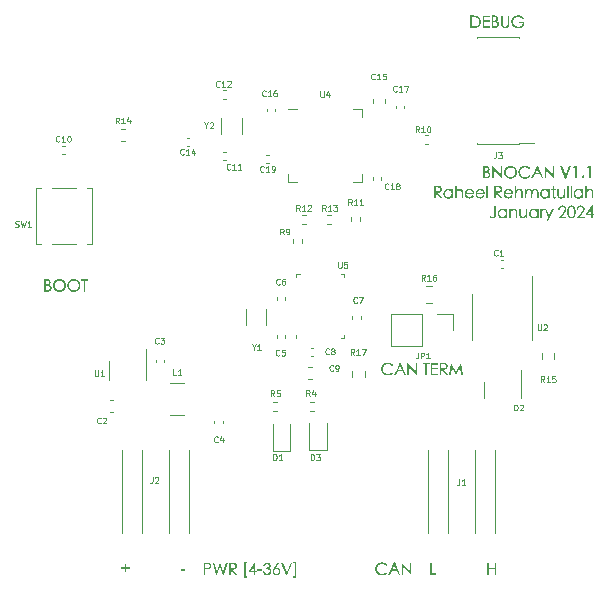
<source format=gbr>
%TF.GenerationSoftware,KiCad,Pcbnew,7.0.1-0*%
%TF.CreationDate,2024-03-03T19:15:34-08:00*%
%TF.ProjectId,BNOCAN,424e4f43-414e-42e6-9b69-6361645f7063,rev?*%
%TF.SameCoordinates,Original*%
%TF.FileFunction,Legend,Top*%
%TF.FilePolarity,Positive*%
%FSLAX46Y46*%
G04 Gerber Fmt 4.6, Leading zero omitted, Abs format (unit mm)*
G04 Created by KiCad (PCBNEW 7.0.1-0) date 2024-03-03 19:15:34*
%MOMM*%
%LPD*%
G01*
G04 APERTURE LIST*
%ADD10C,0.200000*%
%ADD11C,0.125000*%
%ADD12C,0.120000*%
G04 APERTURE END LIST*
D10*
G36*
X148953591Y-57388930D02*
G01*
X148967205Y-57389029D01*
X148980584Y-57389193D01*
X148993727Y-57389424D01*
X149006634Y-57389720D01*
X149019305Y-57390082D01*
X149031741Y-57390510D01*
X149043941Y-57391004D01*
X149055906Y-57391563D01*
X149067635Y-57392188D01*
X149079128Y-57392880D01*
X149090386Y-57393637D01*
X149101408Y-57394460D01*
X149112194Y-57395348D01*
X149122745Y-57396303D01*
X149133060Y-57397323D01*
X149143139Y-57398410D01*
X149152982Y-57399562D01*
X149171963Y-57402063D01*
X149190001Y-57404828D01*
X149207096Y-57407856D01*
X149223248Y-57411148D01*
X149238458Y-57414703D01*
X149252725Y-57418521D01*
X149266050Y-57422602D01*
X149278794Y-57426932D01*
X149291321Y-57431555D01*
X149303631Y-57436473D01*
X149315723Y-57441684D01*
X149327597Y-57447189D01*
X149339254Y-57452988D01*
X149350693Y-57459080D01*
X149361915Y-57465467D01*
X149372919Y-57472147D01*
X149383706Y-57479122D01*
X149394275Y-57486390D01*
X149404627Y-57493952D01*
X149414761Y-57501808D01*
X149424678Y-57509957D01*
X149434377Y-57518401D01*
X149443859Y-57527138D01*
X149453124Y-57536112D01*
X149462112Y-57545327D01*
X149470824Y-57554782D01*
X149479258Y-57564477D01*
X149487417Y-57574413D01*
X149495298Y-57584589D01*
X149502903Y-57595005D01*
X149510232Y-57605662D01*
X149517283Y-57616560D01*
X149524058Y-57627698D01*
X149530556Y-57639076D01*
X149536778Y-57650695D01*
X149542723Y-57662554D01*
X149548391Y-57674653D01*
X149553782Y-57686993D01*
X149558897Y-57699574D01*
X149563747Y-57712397D01*
X149568285Y-57725464D01*
X149572510Y-57738775D01*
X149576421Y-57752330D01*
X149580020Y-57766130D01*
X149583306Y-57780174D01*
X149586279Y-57794462D01*
X149588939Y-57808995D01*
X149591286Y-57823771D01*
X149593320Y-57838792D01*
X149595041Y-57854057D01*
X149596449Y-57869567D01*
X149597545Y-57885321D01*
X149598327Y-57901318D01*
X149598796Y-57917561D01*
X149598953Y-57934047D01*
X149598721Y-57950569D01*
X149598025Y-57966978D01*
X149596866Y-57983274D01*
X149595243Y-57999458D01*
X149593157Y-58015530D01*
X149590607Y-58031488D01*
X149587593Y-58047335D01*
X149584115Y-58063068D01*
X149580174Y-58078689D01*
X149575769Y-58094198D01*
X149570900Y-58109594D01*
X149565568Y-58124877D01*
X149559772Y-58140048D01*
X149553512Y-58155106D01*
X149546789Y-58170051D01*
X149539602Y-58184884D01*
X149531987Y-58199430D01*
X149523982Y-58213575D01*
X149515585Y-58227320D01*
X149506797Y-58240663D01*
X149497618Y-58253606D01*
X149488047Y-58266149D01*
X149478086Y-58278290D01*
X149467733Y-58290031D01*
X149456989Y-58301371D01*
X149445854Y-58312310D01*
X149434328Y-58322849D01*
X149422411Y-58332987D01*
X149410102Y-58342724D01*
X149397403Y-58352061D01*
X149384312Y-58360997D01*
X149370830Y-58369532D01*
X149356763Y-58377606D01*
X149341918Y-58385160D01*
X149326294Y-58392192D01*
X149309891Y-58398704D01*
X149292710Y-58404694D01*
X149274751Y-58410164D01*
X149256013Y-58415113D01*
X149246352Y-58417392D01*
X149236496Y-58419541D01*
X149226446Y-58421559D01*
X149216201Y-58423448D01*
X149205762Y-58425206D01*
X149195128Y-58426834D01*
X149184299Y-58428331D01*
X149173276Y-58429699D01*
X149162058Y-58430936D01*
X149150645Y-58432043D01*
X149139038Y-58433020D01*
X149127236Y-58433866D01*
X149115239Y-58434582D01*
X149103048Y-58435168D01*
X149090662Y-58435624D01*
X149078082Y-58435950D01*
X149065307Y-58436145D01*
X149052337Y-58436210D01*
X148712595Y-58436210D01*
X148712595Y-57529581D01*
X148844975Y-57529581D01*
X148844975Y-58311158D01*
X148944138Y-58311158D01*
X148955140Y-58311140D01*
X148965953Y-58311088D01*
X148976575Y-58311001D01*
X148987006Y-58310879D01*
X148997247Y-58310723D01*
X149007298Y-58310531D01*
X149017159Y-58310305D01*
X149036309Y-58309748D01*
X149054698Y-58309051D01*
X149072325Y-58308215D01*
X149089191Y-58307240D01*
X149105296Y-58306126D01*
X149120640Y-58304872D01*
X149135222Y-58303479D01*
X149149042Y-58301947D01*
X149162102Y-58300276D01*
X149174400Y-58298465D01*
X149185936Y-58296515D01*
X149196712Y-58294425D01*
X149201814Y-58293328D01*
X149211775Y-58290941D01*
X149221571Y-58288298D01*
X149231200Y-58285400D01*
X149240664Y-58282246D01*
X149249961Y-58278836D01*
X149259093Y-58275170D01*
X149268058Y-58271249D01*
X149281195Y-58264888D01*
X149293958Y-58257951D01*
X149306348Y-58250439D01*
X149318364Y-58242352D01*
X149330007Y-58233690D01*
X149341277Y-58224452D01*
X149352112Y-58214681D01*
X149362454Y-58204511D01*
X149372302Y-58193941D01*
X149381657Y-58182972D01*
X149390517Y-58171604D01*
X149398884Y-58159837D01*
X149406758Y-58147670D01*
X149414137Y-58135105D01*
X149418783Y-58126506D01*
X149423209Y-58117729D01*
X149427415Y-58108775D01*
X149431402Y-58099644D01*
X149435158Y-58090333D01*
X149438672Y-58080841D01*
X149441944Y-58071167D01*
X149444973Y-58061313D01*
X149447760Y-58051277D01*
X149450304Y-58041060D01*
X149452606Y-58030661D01*
X149454666Y-58020081D01*
X149456484Y-58009320D01*
X149458059Y-57998378D01*
X149459392Y-57987255D01*
X149460482Y-57975950D01*
X149461330Y-57964464D01*
X149461936Y-57952796D01*
X149462300Y-57940948D01*
X149462421Y-57928918D01*
X149462278Y-57916856D01*
X149461849Y-57904910D01*
X149461133Y-57893080D01*
X149460131Y-57881367D01*
X149458843Y-57869770D01*
X149457269Y-57858290D01*
X149455409Y-57846926D01*
X149453262Y-57835678D01*
X149450829Y-57824547D01*
X149448110Y-57813532D01*
X149445105Y-57802634D01*
X149441813Y-57791852D01*
X149438235Y-57781186D01*
X149434371Y-57770637D01*
X149430221Y-57760204D01*
X149425785Y-57749888D01*
X149421114Y-57739719D01*
X149416202Y-57729791D01*
X149411047Y-57720104D01*
X149405650Y-57710656D01*
X149400010Y-57701450D01*
X149394128Y-57692483D01*
X149388004Y-57683757D01*
X149381638Y-57675272D01*
X149375029Y-57667027D01*
X149368178Y-57659022D01*
X149361084Y-57651258D01*
X149353748Y-57643734D01*
X149346170Y-57636450D01*
X149338349Y-57629407D01*
X149330287Y-57622605D01*
X149321981Y-57616043D01*
X149313461Y-57609705D01*
X149304751Y-57603636D01*
X149295852Y-57597836D01*
X149286765Y-57592305D01*
X149277488Y-57587044D01*
X149268023Y-57582051D01*
X149258368Y-57577327D01*
X149248525Y-57572873D01*
X149238493Y-57568687D01*
X149228272Y-57564771D01*
X149217862Y-57561123D01*
X149207264Y-57557745D01*
X149196476Y-57554636D01*
X149185499Y-57551795D01*
X149174334Y-57549224D01*
X149162979Y-57546922D01*
X149151215Y-57544822D01*
X149138818Y-57542858D01*
X149125790Y-57541029D01*
X149112131Y-57539335D01*
X149097840Y-57537777D01*
X149082917Y-57536355D01*
X149067363Y-57535068D01*
X149051177Y-57533916D01*
X149034360Y-57532900D01*
X149016911Y-57532019D01*
X148998830Y-57531274D01*
X148980118Y-57530665D01*
X148960774Y-57530190D01*
X148950865Y-57530004D01*
X148940798Y-57529852D01*
X148930574Y-57529733D01*
X148920191Y-57529649D01*
X148909651Y-57529598D01*
X148898953Y-57529581D01*
X148844975Y-57529581D01*
X148712595Y-57529581D01*
X148712595Y-57388897D01*
X148939741Y-57388897D01*
X148953591Y-57388930D01*
G37*
G36*
X150370272Y-57545212D02*
G01*
X149892044Y-57545212D01*
X149892044Y-57810949D01*
X150366120Y-57810949D01*
X150366120Y-57951632D01*
X149892044Y-57951632D01*
X149892044Y-58311158D01*
X150366120Y-58311158D01*
X150366120Y-58451842D01*
X149755512Y-58451842D01*
X149755512Y-57404528D01*
X150370272Y-57404528D01*
X150370272Y-57545212D01*
G37*
G36*
X150734728Y-57388967D02*
G01*
X150744878Y-57389176D01*
X150754876Y-57389524D01*
X150764720Y-57390011D01*
X150783949Y-57391404D01*
X150802566Y-57393354D01*
X150820571Y-57395862D01*
X150837962Y-57398926D01*
X150854742Y-57402548D01*
X150870908Y-57406727D01*
X150886463Y-57411463D01*
X150901404Y-57416756D01*
X150915734Y-57422606D01*
X150929450Y-57429014D01*
X150942555Y-57435979D01*
X150955046Y-57443500D01*
X150966925Y-57451580D01*
X150978192Y-57460216D01*
X150988810Y-57469368D01*
X150998743Y-57478996D01*
X151007991Y-57489099D01*
X151016553Y-57499676D01*
X151024431Y-57510729D01*
X151031624Y-57522257D01*
X151038132Y-57534261D01*
X151043954Y-57546739D01*
X151049092Y-57559692D01*
X151053545Y-57573121D01*
X151057312Y-57587025D01*
X151060395Y-57601403D01*
X151062793Y-57616257D01*
X151064505Y-57631587D01*
X151065533Y-57647391D01*
X151065875Y-57663670D01*
X151065460Y-57681393D01*
X151064215Y-57698536D01*
X151062140Y-57715099D01*
X151059235Y-57731081D01*
X151055500Y-57746484D01*
X151050934Y-57761306D01*
X151045539Y-57775549D01*
X151039314Y-57789211D01*
X151032259Y-57802293D01*
X151024373Y-57814795D01*
X151015658Y-57826717D01*
X151006112Y-57838060D01*
X150995737Y-57848821D01*
X150984531Y-57859003D01*
X150972495Y-57868605D01*
X150959630Y-57877627D01*
X150970300Y-57881773D01*
X150980696Y-57886214D01*
X150990816Y-57890948D01*
X151000662Y-57895976D01*
X151010234Y-57901297D01*
X151019530Y-57906913D01*
X151028552Y-57912823D01*
X151037299Y-57919026D01*
X151045771Y-57925523D01*
X151053968Y-57932314D01*
X151061891Y-57939399D01*
X151069539Y-57946778D01*
X151076912Y-57954451D01*
X151084010Y-57962417D01*
X151090834Y-57970678D01*
X151097383Y-57979232D01*
X151103623Y-57988005D01*
X151109461Y-57996981D01*
X151114897Y-58006163D01*
X151119929Y-58015548D01*
X151124559Y-58025137D01*
X151128787Y-58034931D01*
X151132612Y-58044928D01*
X151136034Y-58055130D01*
X151139054Y-58065536D01*
X151141671Y-58076147D01*
X151143885Y-58086961D01*
X151145697Y-58097980D01*
X151147106Y-58109202D01*
X151148113Y-58120629D01*
X151148717Y-58132261D01*
X151148918Y-58144096D01*
X151148542Y-58160556D01*
X151147414Y-58176660D01*
X151145535Y-58192407D01*
X151142903Y-58207797D01*
X151139520Y-58222831D01*
X151135385Y-58237507D01*
X151130499Y-58251827D01*
X151124860Y-58265790D01*
X151118470Y-58279396D01*
X151111327Y-58292645D01*
X151103433Y-58305537D01*
X151094788Y-58318073D01*
X151085390Y-58330252D01*
X151075240Y-58342074D01*
X151064339Y-58353539D01*
X151052686Y-58364647D01*
X151040464Y-58375206D01*
X151027792Y-58385083D01*
X151014673Y-58394280D01*
X151001105Y-58402795D01*
X150987089Y-58410629D01*
X150972624Y-58417781D01*
X150957711Y-58424253D01*
X150942349Y-58430043D01*
X150926540Y-58435152D01*
X150910281Y-58439580D01*
X150893574Y-58443327D01*
X150876419Y-58446392D01*
X150858816Y-58448776D01*
X150840764Y-58450479D01*
X150822263Y-58451501D01*
X150803314Y-58451842D01*
X150507048Y-58451842D01*
X150507048Y-57967264D01*
X150642358Y-57967264D01*
X150642358Y-58311158D01*
X150749825Y-58311158D01*
X150762965Y-58311081D01*
X150775638Y-58310849D01*
X150787847Y-58310462D01*
X150799590Y-58309921D01*
X150810867Y-58309226D01*
X150821678Y-58308376D01*
X150832024Y-58307371D01*
X150841905Y-58306212D01*
X150855852Y-58304183D01*
X150868752Y-58301807D01*
X150880605Y-58299083D01*
X150891410Y-58296011D01*
X150901167Y-58292591D01*
X150904187Y-58291374D01*
X150915731Y-58286047D01*
X150926672Y-58280078D01*
X150937010Y-58273468D01*
X150946746Y-58266217D01*
X150955878Y-58258325D01*
X150964408Y-58249792D01*
X150972334Y-58240618D01*
X150979658Y-58230802D01*
X150986298Y-58220651D01*
X150992053Y-58210469D01*
X150996922Y-58200256D01*
X151000907Y-58190013D01*
X151004006Y-58179740D01*
X151006219Y-58169436D01*
X151007547Y-58159101D01*
X151007990Y-58148736D01*
X151007726Y-58138448D01*
X151006936Y-58128464D01*
X151005208Y-58116414D01*
X151002657Y-58104841D01*
X150999284Y-58093746D01*
X150995087Y-58083127D01*
X150991137Y-58074975D01*
X150985541Y-58065079D01*
X150979135Y-58055541D01*
X150971917Y-58046360D01*
X150963889Y-58037537D01*
X150955049Y-58029072D01*
X150947394Y-58022558D01*
X150941311Y-58017822D01*
X150932820Y-58011728D01*
X150923833Y-58006022D01*
X150914349Y-58000706D01*
X150904370Y-57995779D01*
X150893894Y-57991242D01*
X150882922Y-57987093D01*
X150871454Y-57983334D01*
X150859490Y-57979965D01*
X150849662Y-57977695D01*
X150838404Y-57975648D01*
X150825717Y-57973825D01*
X150811599Y-57972225D01*
X150801394Y-57971283D01*
X150790553Y-57970439D01*
X150779076Y-57969695D01*
X150766964Y-57969050D01*
X150754217Y-57968504D01*
X150740834Y-57968058D01*
X150726816Y-57967710D01*
X150712162Y-57967462D01*
X150696873Y-57967314D01*
X150680949Y-57967264D01*
X150642358Y-57967264D01*
X150507048Y-57967264D01*
X150507048Y-57529581D01*
X150642358Y-57529581D01*
X150642358Y-57826580D01*
X150682414Y-57826580D01*
X150697702Y-57826429D01*
X150712486Y-57825977D01*
X150726767Y-57825223D01*
X150740544Y-57824168D01*
X150753817Y-57822812D01*
X150766586Y-57821153D01*
X150778852Y-57819194D01*
X150790614Y-57816933D01*
X150801872Y-57814370D01*
X150812626Y-57811506D01*
X150822877Y-57808340D01*
X150832623Y-57804873D01*
X150841866Y-57801104D01*
X150854786Y-57794886D01*
X150866573Y-57787990D01*
X150877267Y-57780311D01*
X150886909Y-57771838D01*
X150895499Y-57762571D01*
X150903038Y-57752510D01*
X150909524Y-57741654D01*
X150914959Y-57730004D01*
X150919342Y-57717560D01*
X150922673Y-57704321D01*
X150924952Y-57690289D01*
X150925887Y-57680492D01*
X150926354Y-57670343D01*
X150926413Y-57665136D01*
X150925690Y-57648721D01*
X150923524Y-57633365D01*
X150919913Y-57619068D01*
X150914857Y-57605830D01*
X150908357Y-57593652D01*
X150900412Y-57582532D01*
X150891023Y-57572471D01*
X150880190Y-57563469D01*
X150867912Y-57555527D01*
X150854189Y-57548643D01*
X150839022Y-57542819D01*
X150822411Y-57538053D01*
X150804355Y-57534346D01*
X150784855Y-57531699D01*
X150774563Y-57530772D01*
X150763910Y-57530110D01*
X150752896Y-57529713D01*
X150741521Y-57529581D01*
X150642358Y-57529581D01*
X150507048Y-57529581D01*
X150507048Y-57388897D01*
X150724424Y-57388897D01*
X150734728Y-57388967D01*
G37*
G36*
X152015247Y-58026859D02*
G01*
X152015120Y-58046120D01*
X152014740Y-58064824D01*
X152014105Y-58082970D01*
X152013217Y-58100560D01*
X152012075Y-58117592D01*
X152010679Y-58134067D01*
X152009030Y-58149984D01*
X152007126Y-58165345D01*
X152004969Y-58180148D01*
X152002558Y-58194395D01*
X151999893Y-58208084D01*
X151996975Y-58221215D01*
X151993803Y-58233790D01*
X151990376Y-58245808D01*
X151986697Y-58257268D01*
X151982763Y-58268171D01*
X151978534Y-58278687D01*
X151973909Y-58288985D01*
X151968887Y-58299066D01*
X151963468Y-58308929D01*
X151957652Y-58318575D01*
X151951439Y-58328003D01*
X151944829Y-58337214D01*
X151937822Y-58346207D01*
X151930419Y-58354982D01*
X151922618Y-58363540D01*
X151914421Y-58371881D01*
X151905826Y-58380004D01*
X151896835Y-58387909D01*
X151887447Y-58395597D01*
X151877662Y-58403068D01*
X151867480Y-58410321D01*
X151857022Y-58417241D01*
X151846346Y-58423716D01*
X151835452Y-58429744D01*
X151824341Y-58435325D01*
X151813012Y-58440460D01*
X151801466Y-58445148D01*
X151789702Y-58449390D01*
X151777721Y-58453185D01*
X151765522Y-58456534D01*
X151753106Y-58459436D01*
X151740472Y-58461892D01*
X151727621Y-58463901D01*
X151714552Y-58465464D01*
X151701265Y-58466580D01*
X151687761Y-58467250D01*
X151674040Y-58467473D01*
X151663176Y-58467365D01*
X151652444Y-58467038D01*
X151641843Y-58466494D01*
X151631374Y-58465733D01*
X151621036Y-58464754D01*
X151610831Y-58463558D01*
X151600757Y-58462144D01*
X151590814Y-58460512D01*
X151581003Y-58458663D01*
X151571324Y-58456597D01*
X151561777Y-58454313D01*
X151547703Y-58450479D01*
X151533925Y-58446156D01*
X151520443Y-58441343D01*
X151516015Y-58439630D01*
X151503032Y-58434207D01*
X151490461Y-58428381D01*
X151478302Y-58422151D01*
X151466556Y-58415518D01*
X151455221Y-58408482D01*
X151444299Y-58401041D01*
X151433789Y-58393197D01*
X151423691Y-58384950D01*
X151414005Y-58376299D01*
X151404732Y-58367244D01*
X151398778Y-58360983D01*
X151390220Y-58351359D01*
X151382129Y-58341538D01*
X151374506Y-58331518D01*
X151367351Y-58321302D01*
X151360664Y-58310887D01*
X151354445Y-58300276D01*
X151348694Y-58289467D01*
X151343411Y-58278460D01*
X151338597Y-58267256D01*
X151334250Y-58255854D01*
X151331612Y-58248143D01*
X151328032Y-58235615D01*
X151324805Y-58221387D01*
X151322849Y-58210957D01*
X151321050Y-58199772D01*
X151319407Y-58187831D01*
X151317921Y-58175134D01*
X151316591Y-58161681D01*
X151315417Y-58147473D01*
X151314400Y-58132510D01*
X151313539Y-58116790D01*
X151312835Y-58100315D01*
X151312288Y-58083085D01*
X151311897Y-58065099D01*
X151311662Y-58046357D01*
X151311584Y-58026859D01*
X151311584Y-57404528D01*
X151448115Y-57404528D01*
X151448115Y-58030034D01*
X151448136Y-58042211D01*
X151448199Y-58053951D01*
X151448304Y-58065254D01*
X151448451Y-58076120D01*
X151448640Y-58086549D01*
X151448871Y-58096541D01*
X151449296Y-58110710D01*
X151449816Y-58123895D01*
X151450429Y-58136098D01*
X151451138Y-58147317D01*
X151451941Y-58157553D01*
X151453158Y-58169671D01*
X151453489Y-58172428D01*
X151455206Y-58183182D01*
X151457549Y-58193830D01*
X151460518Y-58204370D01*
X151464113Y-58214804D01*
X151468334Y-58225131D01*
X151473181Y-58235351D01*
X151478653Y-58245464D01*
X151484752Y-58255471D01*
X151491514Y-58265114D01*
X151498979Y-58274262D01*
X151507146Y-58282914D01*
X151516015Y-58291069D01*
X151525586Y-58298728D01*
X151535860Y-58305891D01*
X151546835Y-58312558D01*
X151555528Y-58317233D01*
X151558513Y-58318729D01*
X151567653Y-58322963D01*
X151577029Y-58326781D01*
X151586641Y-58330182D01*
X151596489Y-58333166D01*
X151606573Y-58335735D01*
X151616894Y-58337886D01*
X151627450Y-58339622D01*
X151638243Y-58340940D01*
X151649272Y-58341843D01*
X151660537Y-58342328D01*
X151668178Y-58342421D01*
X151681743Y-58342047D01*
X151694960Y-58340927D01*
X151707829Y-58339059D01*
X151720351Y-58336445D01*
X151732524Y-58333083D01*
X151744350Y-58328974D01*
X151755829Y-58324119D01*
X151766959Y-58318516D01*
X151777742Y-58312166D01*
X151788177Y-58305069D01*
X151794940Y-58299923D01*
X151804637Y-58291788D01*
X151813668Y-58283413D01*
X151822033Y-58274798D01*
X151829733Y-58265942D01*
X151836768Y-58256846D01*
X151843137Y-58247510D01*
X151848841Y-58237933D01*
X151853879Y-58228115D01*
X151858252Y-58218057D01*
X151861959Y-58207759D01*
X151864061Y-58200760D01*
X151866898Y-58189673D01*
X151869456Y-58177568D01*
X151871735Y-58164445D01*
X151873735Y-58150305D01*
X151874913Y-58140313D01*
X151875968Y-58129869D01*
X151876898Y-58118972D01*
X151877704Y-58107623D01*
X151878386Y-58095823D01*
X151878944Y-58083569D01*
X151879379Y-58070864D01*
X151879689Y-58057706D01*
X151879875Y-58044096D01*
X151879937Y-58030034D01*
X151879937Y-57404528D01*
X152015247Y-57404528D01*
X152015247Y-58026859D01*
G37*
G36*
X153297522Y-57936001D02*
G01*
X153297111Y-57951854D01*
X153296428Y-57967477D01*
X153295472Y-57982870D01*
X153294244Y-57998035D01*
X153292743Y-58012970D01*
X153290971Y-58027675D01*
X153288925Y-58042151D01*
X153286608Y-58056397D01*
X153284018Y-58070414D01*
X153281155Y-58084202D01*
X153278020Y-58097760D01*
X153274613Y-58111089D01*
X153270933Y-58124188D01*
X153266981Y-58137058D01*
X153262757Y-58149698D01*
X153258260Y-58162109D01*
X153253491Y-58174290D01*
X153248449Y-58186242D01*
X153243135Y-58197964D01*
X153237549Y-58209457D01*
X153231690Y-58220721D01*
X153225559Y-58231755D01*
X153219156Y-58242560D01*
X153212480Y-58253135D01*
X153205532Y-58263481D01*
X153198311Y-58273597D01*
X153190818Y-58283484D01*
X153183052Y-58293141D01*
X153175015Y-58302569D01*
X153166704Y-58311768D01*
X153158122Y-58320737D01*
X153149267Y-58329476D01*
X153140203Y-58337966D01*
X153130963Y-58346187D01*
X153121547Y-58354138D01*
X153111955Y-58361819D01*
X153102187Y-58369231D01*
X153092243Y-58376374D01*
X153082123Y-58383247D01*
X153071827Y-58389850D01*
X153061354Y-58396184D01*
X153050706Y-58402248D01*
X153039882Y-58408043D01*
X153028882Y-58413568D01*
X153017706Y-58418824D01*
X153006353Y-58423810D01*
X152994825Y-58428527D01*
X152983121Y-58432974D01*
X152971240Y-58437152D01*
X152959184Y-58441060D01*
X152946951Y-58444698D01*
X152934543Y-58448067D01*
X152921958Y-58451167D01*
X152909198Y-58453997D01*
X152896261Y-58456558D01*
X152883149Y-58458849D01*
X152869860Y-58460870D01*
X152856396Y-58462622D01*
X152842755Y-58464104D01*
X152828938Y-58465317D01*
X152814946Y-58466260D01*
X152800777Y-58466934D01*
X152786432Y-58467339D01*
X152771912Y-58467473D01*
X152755286Y-58467315D01*
X152738871Y-58466842D01*
X152722666Y-58466052D01*
X152706672Y-58464947D01*
X152690888Y-58463526D01*
X152675314Y-58461789D01*
X152659951Y-58459736D01*
X152644798Y-58457368D01*
X152629856Y-58454683D01*
X152615124Y-58451683D01*
X152600602Y-58448368D01*
X152586291Y-58444736D01*
X152572190Y-58440788D01*
X152558299Y-58436525D01*
X152544619Y-58431946D01*
X152531149Y-58427051D01*
X152517890Y-58421840D01*
X152504841Y-58416314D01*
X152492002Y-58410472D01*
X152479374Y-58404314D01*
X152466956Y-58397840D01*
X152454748Y-58391050D01*
X152442751Y-58383945D01*
X152430964Y-58376523D01*
X152419387Y-58368786D01*
X152408021Y-58360733D01*
X152396865Y-58352365D01*
X152385920Y-58343680D01*
X152375185Y-58334680D01*
X152364660Y-58325364D01*
X152354346Y-58315732D01*
X152344242Y-58305785D01*
X152334415Y-58295606D01*
X152324899Y-58285311D01*
X152315696Y-58274900D01*
X152306804Y-58264374D01*
X152298225Y-58253732D01*
X152289957Y-58242973D01*
X152282002Y-58232099D01*
X152274358Y-58221109D01*
X152267027Y-58210002D01*
X152260007Y-58198780D01*
X152253300Y-58187442D01*
X152246904Y-58175989D01*
X152240820Y-58164419D01*
X152235049Y-58152733D01*
X152229589Y-58140931D01*
X152224441Y-58129014D01*
X152219606Y-58116980D01*
X152215082Y-58104831D01*
X152210870Y-58092566D01*
X152206970Y-58080184D01*
X152203382Y-58067687D01*
X152200107Y-58055074D01*
X152197143Y-58042345D01*
X152194491Y-58029500D01*
X152192151Y-58016539D01*
X152190123Y-58003462D01*
X152188407Y-57990270D01*
X152187003Y-57976961D01*
X152185911Y-57963537D01*
X152185131Y-57949996D01*
X152184664Y-57936340D01*
X152184508Y-57922568D01*
X152184664Y-57908795D01*
X152185131Y-57895139D01*
X152185911Y-57881598D01*
X152187003Y-57868174D01*
X152188407Y-57854865D01*
X152190123Y-57841673D01*
X152192151Y-57828596D01*
X152194491Y-57815635D01*
X152197143Y-57802790D01*
X152200107Y-57790061D01*
X152203382Y-57777448D01*
X152206970Y-57764951D01*
X152210870Y-57752570D01*
X152215082Y-57740304D01*
X152219606Y-57728155D01*
X152224441Y-57716121D01*
X152229589Y-57704204D01*
X152235049Y-57692402D01*
X152240820Y-57680716D01*
X152246904Y-57669147D01*
X152253300Y-57657693D01*
X152260007Y-57646355D01*
X152267027Y-57635133D01*
X152274358Y-57624026D01*
X152282002Y-57613036D01*
X152289957Y-57602162D01*
X152298225Y-57591404D01*
X152306804Y-57580761D01*
X152315696Y-57570235D01*
X152324899Y-57559824D01*
X152334415Y-57549529D01*
X152344242Y-57539351D01*
X152354331Y-57529373D01*
X152364599Y-57519712D01*
X152375048Y-57510368D01*
X152385676Y-57501340D01*
X152396484Y-57492630D01*
X152407472Y-57484236D01*
X152418639Y-57476158D01*
X152429987Y-57468398D01*
X152441514Y-57460954D01*
X152453221Y-57453827D01*
X152465108Y-57447017D01*
X152477175Y-57440524D01*
X152489422Y-57434347D01*
X152501849Y-57428487D01*
X152514455Y-57422944D01*
X152527241Y-57417718D01*
X152540207Y-57412808D01*
X152553353Y-57408215D01*
X152566679Y-57403939D01*
X152580185Y-57399979D01*
X152593870Y-57396337D01*
X152607736Y-57393011D01*
X152621781Y-57390002D01*
X152636006Y-57387309D01*
X152650411Y-57384934D01*
X152664995Y-57382875D01*
X152679760Y-57381133D01*
X152694704Y-57379707D01*
X152709828Y-57378599D01*
X152725132Y-57377807D01*
X152740616Y-57377332D01*
X152756280Y-57377173D01*
X152773302Y-57377371D01*
X152790173Y-57377963D01*
X152806893Y-57378951D01*
X152823462Y-57380333D01*
X152839881Y-57382111D01*
X152856149Y-57384283D01*
X152872266Y-57386850D01*
X152888232Y-57389813D01*
X152904048Y-57393170D01*
X152919713Y-57396923D01*
X152935227Y-57401070D01*
X152950590Y-57405612D01*
X152965803Y-57410550D01*
X152980865Y-57415882D01*
X152995776Y-57421609D01*
X153010537Y-57427732D01*
X153025225Y-57434281D01*
X153039918Y-57441291D01*
X153054618Y-57448760D01*
X153069323Y-57456690D01*
X153084034Y-57465079D01*
X153098750Y-57473928D01*
X153113473Y-57483237D01*
X153128201Y-57493005D01*
X153142935Y-57503234D01*
X153157674Y-57513923D01*
X153172419Y-57525071D01*
X153187170Y-57536679D01*
X153201927Y-57548747D01*
X153216689Y-57561275D01*
X153224073Y-57567712D01*
X153231457Y-57574263D01*
X153238844Y-57580929D01*
X153246231Y-57587711D01*
X153141939Y-57687117D01*
X153130611Y-57676388D01*
X153119217Y-57665998D01*
X153107759Y-57655948D01*
X153096236Y-57646237D01*
X153084647Y-57636866D01*
X153072994Y-57627835D01*
X153061276Y-57619144D01*
X153049494Y-57610792D01*
X153037646Y-57602779D01*
X153025733Y-57595107D01*
X153013756Y-57587774D01*
X153001714Y-57580780D01*
X152989606Y-57574126D01*
X152977434Y-57567812D01*
X152965197Y-57561838D01*
X152952896Y-57556203D01*
X152940571Y-57550909D01*
X152928204Y-57545957D01*
X152915795Y-57541345D01*
X152903345Y-57537076D01*
X152890852Y-57533148D01*
X152878317Y-57529562D01*
X152865741Y-57526317D01*
X152853122Y-57523414D01*
X152840462Y-57520852D01*
X152827759Y-57518632D01*
X152815015Y-57516753D01*
X152802228Y-57515216D01*
X152789400Y-57514021D01*
X152776529Y-57513167D01*
X152763617Y-57512655D01*
X152750662Y-57512484D01*
X152737722Y-57512700D01*
X152724792Y-57513350D01*
X152711871Y-57514433D01*
X152698959Y-57515949D01*
X152686057Y-57517898D01*
X152673165Y-57520280D01*
X152660282Y-57523096D01*
X152647409Y-57526345D01*
X152634545Y-57530026D01*
X152621691Y-57534141D01*
X152608846Y-57538689D01*
X152596011Y-57543671D01*
X152583185Y-57549085D01*
X152570369Y-57554932D01*
X152557563Y-57561213D01*
X152544766Y-57567927D01*
X152532176Y-57574978D01*
X152519929Y-57582330D01*
X152508026Y-57589983D01*
X152496467Y-57597938D01*
X152485251Y-57606195D01*
X152474378Y-57614753D01*
X152463849Y-57623612D01*
X152453663Y-57632773D01*
X152443821Y-57642236D01*
X152434322Y-57652000D01*
X152425167Y-57662065D01*
X152416355Y-57672432D01*
X152407887Y-57683101D01*
X152399762Y-57694071D01*
X152391980Y-57705342D01*
X152384542Y-57716915D01*
X152377533Y-57728698D01*
X152370975Y-57740599D01*
X152364870Y-57752618D01*
X152359217Y-57764756D01*
X152354017Y-57777012D01*
X152349268Y-57789386D01*
X152344972Y-57801879D01*
X152341128Y-57814490D01*
X152337737Y-57827219D01*
X152334797Y-57840067D01*
X152332310Y-57853033D01*
X152330275Y-57866117D01*
X152328692Y-57879319D01*
X152327561Y-57892640D01*
X152326883Y-57906079D01*
X152326657Y-57919637D01*
X152326782Y-57930219D01*
X152327156Y-57940716D01*
X152327780Y-57951128D01*
X152328653Y-57961456D01*
X152329775Y-57971698D01*
X152331148Y-57981856D01*
X152332769Y-57991928D01*
X152334641Y-58001916D01*
X152336761Y-58011819D01*
X152339131Y-58021637D01*
X152341751Y-58031370D01*
X152344620Y-58041018D01*
X152347739Y-58050581D01*
X152351107Y-58060059D01*
X152354725Y-58069452D01*
X152358592Y-58078761D01*
X152362708Y-58087984D01*
X152367074Y-58097123D01*
X152371690Y-58106177D01*
X152376555Y-58115145D01*
X152381669Y-58124029D01*
X152387034Y-58132828D01*
X152392647Y-58141542D01*
X152398510Y-58150171D01*
X152404623Y-58158716D01*
X152410985Y-58167175D01*
X152417596Y-58175549D01*
X152424457Y-58183839D01*
X152431568Y-58192043D01*
X152438927Y-58200163D01*
X152446537Y-58208198D01*
X152454396Y-58216147D01*
X152462458Y-58223916D01*
X152470645Y-58231438D01*
X152478957Y-58238714D01*
X152487395Y-58245743D01*
X152495959Y-58252525D01*
X152504648Y-58259061D01*
X152513462Y-58265350D01*
X152522402Y-58271392D01*
X152531468Y-58277188D01*
X152540658Y-58282737D01*
X152549975Y-58288040D01*
X152559416Y-58293095D01*
X152568984Y-58297905D01*
X152578676Y-58302467D01*
X152588494Y-58306783D01*
X152598438Y-58310853D01*
X152608507Y-58314675D01*
X152618702Y-58318251D01*
X152629022Y-58321581D01*
X152639467Y-58324664D01*
X152650038Y-58327500D01*
X152660734Y-58330090D01*
X152671556Y-58332433D01*
X152682503Y-58334529D01*
X152693576Y-58336379D01*
X152704774Y-58337982D01*
X152716098Y-58339338D01*
X152727547Y-58340448D01*
X152739122Y-58341311D01*
X152750822Y-58341928D01*
X152762647Y-58342298D01*
X152774598Y-58342421D01*
X152792215Y-58342118D01*
X152809529Y-58341207D01*
X152826539Y-58339690D01*
X152843246Y-58337567D01*
X152859649Y-58334836D01*
X152875749Y-58331499D01*
X152891546Y-58327555D01*
X152907039Y-58323004D01*
X152922229Y-58317846D01*
X152937115Y-58312081D01*
X152951698Y-58305710D01*
X152965978Y-58298732D01*
X152979954Y-58291147D01*
X152993627Y-58282955D01*
X153006996Y-58274157D01*
X153020062Y-58264752D01*
X153032658Y-58254826D01*
X153044616Y-58244525D01*
X153055937Y-58233851D01*
X153066621Y-58222803D01*
X153076667Y-58211381D01*
X153086077Y-58199585D01*
X153094848Y-58187415D01*
X153102983Y-58174870D01*
X153110480Y-58161952D01*
X153117340Y-58148660D01*
X153123562Y-58134994D01*
X153129147Y-58120954D01*
X153134095Y-58106540D01*
X153138406Y-58091752D01*
X153142079Y-58076589D01*
X153145115Y-58061053D01*
X152825889Y-58061053D01*
X152825889Y-57936001D01*
X153297522Y-57936001D01*
G37*
G36*
X150006745Y-70128967D02*
G01*
X150016896Y-70129176D01*
X150026893Y-70129524D01*
X150036738Y-70130011D01*
X150055967Y-70131404D01*
X150074584Y-70133354D01*
X150092588Y-70135862D01*
X150109980Y-70138926D01*
X150126759Y-70142548D01*
X150142926Y-70146727D01*
X150158480Y-70151463D01*
X150173422Y-70156756D01*
X150187751Y-70162606D01*
X150201468Y-70169014D01*
X150214572Y-70175979D01*
X150227064Y-70183500D01*
X150238943Y-70191580D01*
X150250210Y-70200216D01*
X150260827Y-70209368D01*
X150270760Y-70218996D01*
X150280008Y-70229099D01*
X150288571Y-70239676D01*
X150296449Y-70250729D01*
X150303642Y-70262257D01*
X150310149Y-70274261D01*
X150315972Y-70286739D01*
X150321110Y-70299692D01*
X150325562Y-70313121D01*
X150329330Y-70327025D01*
X150332413Y-70341403D01*
X150334810Y-70356257D01*
X150336523Y-70371587D01*
X150337550Y-70387391D01*
X150337893Y-70403670D01*
X150337478Y-70421393D01*
X150336233Y-70438536D01*
X150334158Y-70455099D01*
X150331252Y-70471081D01*
X150327517Y-70486484D01*
X150322952Y-70501306D01*
X150317557Y-70515549D01*
X150311331Y-70529211D01*
X150304276Y-70542293D01*
X150296391Y-70554795D01*
X150287675Y-70566717D01*
X150278130Y-70578060D01*
X150267754Y-70588821D01*
X150256548Y-70599003D01*
X150244513Y-70608605D01*
X150231647Y-70617627D01*
X150242317Y-70621773D01*
X150252713Y-70626214D01*
X150262834Y-70630948D01*
X150272680Y-70635976D01*
X150282251Y-70641297D01*
X150291548Y-70646913D01*
X150300569Y-70652823D01*
X150309316Y-70659026D01*
X150317789Y-70665523D01*
X150325986Y-70672314D01*
X150333909Y-70679399D01*
X150341556Y-70686778D01*
X150348929Y-70694451D01*
X150356028Y-70702417D01*
X150362851Y-70710678D01*
X150369400Y-70719232D01*
X150375641Y-70728005D01*
X150381479Y-70736981D01*
X150386914Y-70746163D01*
X150391947Y-70755548D01*
X150396577Y-70765137D01*
X150400804Y-70774931D01*
X150404629Y-70784928D01*
X150408052Y-70795130D01*
X150411071Y-70805536D01*
X150413688Y-70816147D01*
X150415903Y-70826961D01*
X150417714Y-70837980D01*
X150419124Y-70849202D01*
X150420130Y-70860629D01*
X150420734Y-70872261D01*
X150420935Y-70884096D01*
X150420559Y-70900556D01*
X150419432Y-70916660D01*
X150417552Y-70932407D01*
X150414921Y-70947797D01*
X150411538Y-70962831D01*
X150407403Y-70977507D01*
X150402516Y-70991827D01*
X150396877Y-71005790D01*
X150390487Y-71019396D01*
X150383345Y-71032645D01*
X150375451Y-71045537D01*
X150366805Y-71058073D01*
X150357407Y-71070252D01*
X150347258Y-71082074D01*
X150336357Y-71093539D01*
X150324704Y-71104647D01*
X150312481Y-71115206D01*
X150299810Y-71125083D01*
X150286690Y-71134280D01*
X150273123Y-71142795D01*
X150259106Y-71150629D01*
X150244642Y-71157781D01*
X150229728Y-71164253D01*
X150214367Y-71170043D01*
X150198557Y-71175152D01*
X150182299Y-71179580D01*
X150165592Y-71183327D01*
X150148437Y-71186392D01*
X150130833Y-71188776D01*
X150112781Y-71190479D01*
X150094281Y-71191501D01*
X150075332Y-71191842D01*
X149779065Y-71191842D01*
X149779065Y-70707264D01*
X149914376Y-70707264D01*
X149914376Y-71051158D01*
X150021843Y-71051158D01*
X150034982Y-71051081D01*
X150047656Y-71050849D01*
X150059864Y-71050462D01*
X150071607Y-71049921D01*
X150082884Y-71049226D01*
X150093696Y-71048376D01*
X150104042Y-71047371D01*
X150113922Y-71046212D01*
X150127870Y-71044183D01*
X150140770Y-71041807D01*
X150152622Y-71039083D01*
X150163427Y-71036011D01*
X150173184Y-71032591D01*
X150176204Y-71031374D01*
X150187748Y-71026047D01*
X150198690Y-71020078D01*
X150209028Y-71013468D01*
X150218763Y-71006217D01*
X150227896Y-70998325D01*
X150236425Y-70989792D01*
X150244352Y-70980618D01*
X150251675Y-70970802D01*
X150258315Y-70960651D01*
X150264070Y-70950469D01*
X150268940Y-70940256D01*
X150272924Y-70930013D01*
X150276023Y-70919740D01*
X150278236Y-70909436D01*
X150279565Y-70899101D01*
X150280007Y-70888736D01*
X150279744Y-70878448D01*
X150278954Y-70868464D01*
X150277226Y-70856414D01*
X150274675Y-70844841D01*
X150271301Y-70833746D01*
X150267104Y-70823127D01*
X150263154Y-70814975D01*
X150257559Y-70805079D01*
X150251152Y-70795541D01*
X150243935Y-70786360D01*
X150235906Y-70777537D01*
X150227067Y-70769072D01*
X150219411Y-70762558D01*
X150213329Y-70757822D01*
X150204838Y-70751728D01*
X150195850Y-70746022D01*
X150186367Y-70740706D01*
X150176387Y-70735779D01*
X150165911Y-70731242D01*
X150154940Y-70727093D01*
X150143472Y-70723334D01*
X150131508Y-70719965D01*
X150121679Y-70717695D01*
X150110422Y-70715648D01*
X150097734Y-70713825D01*
X150083617Y-70712225D01*
X150073411Y-70711283D01*
X150062570Y-70710439D01*
X150051093Y-70709695D01*
X150038981Y-70709050D01*
X150026234Y-70708504D01*
X150012851Y-70708058D01*
X149998833Y-70707710D01*
X149984180Y-70707462D01*
X149968890Y-70707314D01*
X149952966Y-70707264D01*
X149914376Y-70707264D01*
X149779065Y-70707264D01*
X149779065Y-70269581D01*
X149914376Y-70269581D01*
X149914376Y-70566580D01*
X149954431Y-70566580D01*
X149969720Y-70566429D01*
X149984504Y-70565977D01*
X149998784Y-70565223D01*
X150012561Y-70564168D01*
X150025834Y-70562812D01*
X150038604Y-70561153D01*
X150050869Y-70559194D01*
X150062631Y-70556933D01*
X150073889Y-70554370D01*
X150084643Y-70551506D01*
X150094894Y-70548340D01*
X150104641Y-70544873D01*
X150113884Y-70541104D01*
X150126804Y-70534886D01*
X150138591Y-70527990D01*
X150149285Y-70520311D01*
X150158927Y-70511838D01*
X150167517Y-70502571D01*
X150175055Y-70492510D01*
X150181542Y-70481654D01*
X150186976Y-70470004D01*
X150191359Y-70457560D01*
X150194690Y-70444321D01*
X150196969Y-70430289D01*
X150197904Y-70420492D01*
X150198372Y-70410343D01*
X150198430Y-70405136D01*
X150197708Y-70388721D01*
X150195541Y-70373365D01*
X150191930Y-70359068D01*
X150186874Y-70345830D01*
X150180374Y-70333652D01*
X150172430Y-70322532D01*
X150163041Y-70312471D01*
X150152207Y-70303469D01*
X150139929Y-70295527D01*
X150126207Y-70288643D01*
X150111040Y-70282819D01*
X150094428Y-70278053D01*
X150076373Y-70274346D01*
X150056872Y-70271699D01*
X150046580Y-70270772D01*
X150035928Y-70270110D01*
X150024913Y-70269713D01*
X150013538Y-70269581D01*
X149914376Y-70269581D01*
X149779065Y-70269581D01*
X149779065Y-70128897D01*
X149996441Y-70128897D01*
X150006745Y-70128967D01*
G37*
G36*
X151409630Y-71191842D02*
G01*
X151361515Y-71191842D01*
X150720133Y-70456427D01*
X150720133Y-71191842D01*
X150580914Y-71191842D01*
X150580914Y-70144528D01*
X150629030Y-70144528D01*
X151274320Y-70889713D01*
X151274320Y-70144528D01*
X151409630Y-70144528D01*
X151409630Y-71191842D01*
G37*
G36*
X152134205Y-70113547D02*
G01*
X152152976Y-70114391D01*
X152171559Y-70115798D01*
X152189956Y-70117769D01*
X152208165Y-70120302D01*
X152226188Y-70123398D01*
X152244023Y-70127057D01*
X152261672Y-70131278D01*
X152279133Y-70136063D01*
X152296407Y-70141411D01*
X152313495Y-70147321D01*
X152330395Y-70153794D01*
X152347109Y-70160831D01*
X152363635Y-70168430D01*
X152379975Y-70176592D01*
X152396127Y-70185317D01*
X152411972Y-70194538D01*
X152427386Y-70204189D01*
X152442372Y-70214268D01*
X152456928Y-70224778D01*
X152471055Y-70235716D01*
X152484753Y-70247084D01*
X152498021Y-70258881D01*
X152510860Y-70271107D01*
X152523270Y-70283763D01*
X152535250Y-70296848D01*
X152546801Y-70310363D01*
X152557923Y-70324306D01*
X152568615Y-70338680D01*
X152578878Y-70353482D01*
X152588712Y-70368714D01*
X152598116Y-70384375D01*
X152607019Y-70400338D01*
X152615347Y-70416474D01*
X152623100Y-70432784D01*
X152630280Y-70449267D01*
X152636885Y-70465924D01*
X152642916Y-70482755D01*
X152648372Y-70499760D01*
X152653254Y-70516938D01*
X152657562Y-70534289D01*
X152661295Y-70551815D01*
X152664454Y-70569514D01*
X152667038Y-70587387D01*
X152669049Y-70605433D01*
X152670484Y-70623653D01*
X152671346Y-70642046D01*
X152671633Y-70660614D01*
X152671349Y-70679181D01*
X152670496Y-70697574D01*
X152669074Y-70715794D01*
X152667084Y-70733841D01*
X152664525Y-70751713D01*
X152661398Y-70769412D01*
X152657702Y-70786938D01*
X152653437Y-70804289D01*
X152648604Y-70821468D01*
X152643202Y-70838472D01*
X152637231Y-70855303D01*
X152630692Y-70871960D01*
X152623584Y-70888444D01*
X152615908Y-70904753D01*
X152607663Y-70920890D01*
X152598849Y-70936852D01*
X152589539Y-70952516D01*
X152579805Y-70967757D01*
X152569648Y-70982573D01*
X152559068Y-70996967D01*
X152548063Y-71010936D01*
X152536636Y-71024482D01*
X152524784Y-71037604D01*
X152512509Y-71050303D01*
X152499810Y-71062578D01*
X152486688Y-71074430D01*
X152473142Y-71085858D01*
X152459172Y-71096862D01*
X152444779Y-71107443D01*
X152429962Y-71117600D01*
X152414722Y-71127333D01*
X152399058Y-71136643D01*
X152383096Y-71145457D01*
X152366963Y-71153702D01*
X152350658Y-71161378D01*
X152334181Y-71168486D01*
X152317533Y-71175025D01*
X152300712Y-71180996D01*
X152283720Y-71186398D01*
X152266556Y-71191231D01*
X152249221Y-71195496D01*
X152231714Y-71199192D01*
X152214035Y-71202319D01*
X152196184Y-71204878D01*
X152178161Y-71206868D01*
X152159967Y-71208290D01*
X152141601Y-71209143D01*
X152123064Y-71209427D01*
X152104520Y-71209146D01*
X152086137Y-71208301D01*
X152067914Y-71206894D01*
X152049852Y-71204924D01*
X152031950Y-71202391D01*
X152014208Y-71199295D01*
X151996626Y-71195636D01*
X151979205Y-71191414D01*
X151961944Y-71186630D01*
X151944843Y-71181282D01*
X151927902Y-71175372D01*
X151911122Y-71168898D01*
X151894502Y-71161862D01*
X151878042Y-71154263D01*
X151861743Y-71146101D01*
X151845604Y-71137376D01*
X151829761Y-71128157D01*
X151814352Y-71118516D01*
X151799376Y-71108450D01*
X151784833Y-71097961D01*
X151770723Y-71087048D01*
X151757047Y-71075712D01*
X151743803Y-71063952D01*
X151730993Y-71051769D01*
X151718616Y-71039161D01*
X151706672Y-71026131D01*
X151695161Y-71012676D01*
X151684083Y-70998798D01*
X151673438Y-70984497D01*
X151663227Y-70969772D01*
X151653449Y-70954623D01*
X151644104Y-70939050D01*
X151635290Y-70923178D01*
X151627045Y-70907127D01*
X151619368Y-70890899D01*
X151612260Y-70874494D01*
X151605721Y-70857911D01*
X151599751Y-70841151D01*
X151594349Y-70824213D01*
X151589515Y-70807098D01*
X151585251Y-70789806D01*
X151581554Y-70772336D01*
X151578427Y-70754688D01*
X151575868Y-70736863D01*
X151573878Y-70718861D01*
X151572456Y-70700681D01*
X151571603Y-70682324D01*
X151571398Y-70668918D01*
X151712247Y-70668918D01*
X151712364Y-70679704D01*
X151712716Y-70690386D01*
X151713301Y-70700965D01*
X151714121Y-70711439D01*
X151715175Y-70721809D01*
X151716463Y-70732076D01*
X151717986Y-70742238D01*
X151719742Y-70752296D01*
X151721733Y-70762251D01*
X151723959Y-70772101D01*
X151726418Y-70781847D01*
X151729111Y-70791490D01*
X151732039Y-70801028D01*
X151735201Y-70810462D01*
X151738598Y-70819793D01*
X151742228Y-70829019D01*
X151746093Y-70838141D01*
X151750192Y-70847160D01*
X151754525Y-70856074D01*
X151759092Y-70864885D01*
X151763894Y-70873591D01*
X151768930Y-70882193D01*
X151774200Y-70890692D01*
X151779704Y-70899086D01*
X151785443Y-70907377D01*
X151791415Y-70915563D01*
X151797622Y-70923645D01*
X151804063Y-70931624D01*
X151810739Y-70939498D01*
X151817649Y-70947269D01*
X151824792Y-70954935D01*
X151832170Y-70962498D01*
X151839727Y-70969876D01*
X151847375Y-70977020D01*
X151855114Y-70983929D01*
X151862945Y-70990605D01*
X151870868Y-70997046D01*
X151878882Y-71003253D01*
X151886988Y-71009226D01*
X151895185Y-71014964D01*
X151903474Y-71020468D01*
X151911855Y-71025739D01*
X151920327Y-71030774D01*
X151928891Y-71035576D01*
X151937546Y-71040143D01*
X151955132Y-71048575D01*
X151973083Y-71056071D01*
X151991402Y-71062629D01*
X152010086Y-71068250D01*
X152019566Y-71070710D01*
X152029137Y-71072935D01*
X152038800Y-71074926D01*
X152048554Y-71076682D01*
X152058400Y-71078205D01*
X152068338Y-71079493D01*
X152078367Y-71080547D01*
X152088488Y-71081367D01*
X152098701Y-71081953D01*
X152109004Y-71082304D01*
X152119400Y-71082421D01*
X152130141Y-71082307D01*
X152140777Y-71081963D01*
X152151310Y-71081391D01*
X152161738Y-71080589D01*
X152172063Y-71079559D01*
X152182283Y-71078299D01*
X152192400Y-71076811D01*
X152202412Y-71075094D01*
X152212321Y-71073147D01*
X152222125Y-71070972D01*
X152231826Y-71068568D01*
X152241422Y-71065935D01*
X152250915Y-71063072D01*
X152260303Y-71059981D01*
X152269588Y-71056661D01*
X152278769Y-71053112D01*
X152287845Y-71049334D01*
X152296818Y-71045327D01*
X152305686Y-71041091D01*
X152314451Y-71036625D01*
X152323112Y-71031931D01*
X152331668Y-71027008D01*
X152340121Y-71021856D01*
X152348469Y-71016475D01*
X152356714Y-71010865D01*
X152364855Y-71005027D01*
X152372891Y-70998959D01*
X152380824Y-70992662D01*
X152388653Y-70986136D01*
X152396377Y-70979381D01*
X152403998Y-70972397D01*
X152411515Y-70965184D01*
X152418863Y-70957799D01*
X152425977Y-70950297D01*
X152432859Y-70942679D01*
X152439507Y-70934944D01*
X152445922Y-70927093D01*
X152452104Y-70919126D01*
X152458052Y-70911042D01*
X152463767Y-70902841D01*
X152469249Y-70894525D01*
X152474498Y-70886092D01*
X152479513Y-70877542D01*
X152484295Y-70868876D01*
X152488844Y-70860094D01*
X152493159Y-70851196D01*
X152497242Y-70842180D01*
X152501091Y-70833049D01*
X152504706Y-70823801D01*
X152508089Y-70814437D01*
X152511238Y-70804956D01*
X152514154Y-70795359D01*
X152516836Y-70785646D01*
X152519286Y-70775816D01*
X152521502Y-70765870D01*
X152523485Y-70755807D01*
X152525234Y-70745628D01*
X152526750Y-70735333D01*
X152528033Y-70724921D01*
X152529083Y-70714393D01*
X152529900Y-70703748D01*
X152530483Y-70692987D01*
X152530833Y-70682110D01*
X152530949Y-70671116D01*
X152530831Y-70660105D01*
X152530477Y-70649205D01*
X152529887Y-70638417D01*
X152529060Y-70627740D01*
X152527998Y-70617175D01*
X152526699Y-70606722D01*
X152525164Y-70596380D01*
X152523393Y-70586150D01*
X152521386Y-70576032D01*
X152519143Y-70566025D01*
X152516663Y-70556130D01*
X152513948Y-70546346D01*
X152510996Y-70536674D01*
X152507808Y-70527114D01*
X152504384Y-70517665D01*
X152500724Y-70508328D01*
X152496828Y-70499103D01*
X152492696Y-70489989D01*
X152488327Y-70480987D01*
X152483723Y-70472096D01*
X152478882Y-70463317D01*
X152473805Y-70454650D01*
X152468492Y-70446094D01*
X152462943Y-70437650D01*
X152457158Y-70429318D01*
X152451136Y-70421097D01*
X152444879Y-70412988D01*
X152438385Y-70404991D01*
X152431655Y-70397105D01*
X152424689Y-70389330D01*
X152417487Y-70381668D01*
X152410049Y-70374117D01*
X152402460Y-70366724D01*
X152394774Y-70359565D01*
X152386992Y-70352641D01*
X152379114Y-70345952D01*
X152371140Y-70339498D01*
X152363069Y-70333279D01*
X152354901Y-70327294D01*
X152346638Y-70321543D01*
X152338277Y-70316028D01*
X152329821Y-70310747D01*
X152321268Y-70305701D01*
X152312619Y-70300890D01*
X152303874Y-70296313D01*
X152295032Y-70291971D01*
X152286093Y-70287864D01*
X152277059Y-70283991D01*
X152267928Y-70280353D01*
X152258701Y-70276950D01*
X152249377Y-70273782D01*
X152239957Y-70270848D01*
X152230440Y-70268149D01*
X152220828Y-70265684D01*
X152211119Y-70263455D01*
X152201313Y-70261460D01*
X152191411Y-70259699D01*
X152181413Y-70258174D01*
X152171318Y-70256883D01*
X152161127Y-70255827D01*
X152150840Y-70255005D01*
X152140456Y-70254419D01*
X152129976Y-70254067D01*
X152119400Y-70253949D01*
X152108587Y-70254067D01*
X152097886Y-70254422D01*
X152087296Y-70255012D01*
X152076818Y-70255838D01*
X152066451Y-70256901D01*
X152056197Y-70258200D01*
X152046053Y-70259735D01*
X152036022Y-70261506D01*
X152026102Y-70263513D01*
X152016293Y-70265756D01*
X152006597Y-70268235D01*
X151997012Y-70270951D01*
X151987538Y-70273903D01*
X151978176Y-70277090D01*
X151968926Y-70280514D01*
X151959787Y-70284174D01*
X151950760Y-70288071D01*
X151941845Y-70292203D01*
X151933041Y-70296571D01*
X151924349Y-70301176D01*
X151915769Y-70306017D01*
X151907300Y-70311093D01*
X151898943Y-70316406D01*
X151890697Y-70321956D01*
X151882563Y-70327741D01*
X151874541Y-70333762D01*
X151866630Y-70340020D01*
X151858831Y-70346513D01*
X151851144Y-70353243D01*
X151843568Y-70360209D01*
X151836104Y-70367411D01*
X151828751Y-70374849D01*
X151821583Y-70382442D01*
X151814643Y-70390138D01*
X151807931Y-70397936D01*
X151801446Y-70405838D01*
X151795188Y-70413842D01*
X151789158Y-70421950D01*
X151783356Y-70430161D01*
X151777781Y-70438475D01*
X151772433Y-70446892D01*
X151767314Y-70455411D01*
X151762421Y-70464034D01*
X151757757Y-70472760D01*
X151753319Y-70481589D01*
X151749110Y-70490521D01*
X151745128Y-70499556D01*
X151741373Y-70508695D01*
X151737846Y-70517936D01*
X151734547Y-70527280D01*
X151731475Y-70536727D01*
X151728631Y-70546277D01*
X151726014Y-70555931D01*
X151723625Y-70565687D01*
X151721463Y-70575546D01*
X151719529Y-70585509D01*
X151717822Y-70595574D01*
X151716343Y-70605743D01*
X151715092Y-70616014D01*
X151714068Y-70626389D01*
X151713271Y-70636867D01*
X151712702Y-70647447D01*
X151712361Y-70658131D01*
X151712247Y-70668918D01*
X151571398Y-70668918D01*
X151571319Y-70663789D01*
X151571603Y-70645219D01*
X151572456Y-70626816D01*
X151573878Y-70608582D01*
X151575868Y-70590516D01*
X151578427Y-70572617D01*
X151581554Y-70554887D01*
X151585251Y-70537324D01*
X151589515Y-70519930D01*
X151594349Y-70502703D01*
X151599751Y-70485644D01*
X151605721Y-70468753D01*
X151612260Y-70452030D01*
X151619368Y-70435475D01*
X151627045Y-70419088D01*
X151635290Y-70402869D01*
X151644104Y-70386817D01*
X151653410Y-70371065D01*
X151663135Y-70355741D01*
X151673278Y-70340847D01*
X151683839Y-70326383D01*
X151694817Y-70312347D01*
X151706214Y-70298741D01*
X151718028Y-70285564D01*
X151730260Y-70272817D01*
X151742910Y-70260499D01*
X151755978Y-70248610D01*
X151769464Y-70237151D01*
X151783368Y-70226121D01*
X151797689Y-70215520D01*
X151812429Y-70205349D01*
X151827586Y-70195607D01*
X151843161Y-70186294D01*
X151859022Y-70177451D01*
X151875035Y-70169178D01*
X151891201Y-70161476D01*
X151907519Y-70154344D01*
X151923991Y-70147783D01*
X151940614Y-70141792D01*
X151957391Y-70136372D01*
X151974320Y-70131523D01*
X151991402Y-70127244D01*
X152008636Y-70123535D01*
X152026023Y-70120397D01*
X152043563Y-70117830D01*
X152061255Y-70115833D01*
X152079100Y-70114406D01*
X152097098Y-70113551D01*
X152115248Y-70113265D01*
X152134205Y-70113547D01*
G37*
G36*
X153816644Y-70987899D02*
G01*
X153805703Y-71001618D01*
X153794527Y-71014902D01*
X153783116Y-71027750D01*
X153771470Y-71040163D01*
X153759589Y-71052140D01*
X153747472Y-71063682D01*
X153735121Y-71074788D01*
X153722534Y-71085459D01*
X153709712Y-71095694D01*
X153696655Y-71105493D01*
X153683362Y-71114857D01*
X153669835Y-71123786D01*
X153656072Y-71132279D01*
X153642074Y-71140336D01*
X153627841Y-71147958D01*
X153613373Y-71155144D01*
X153598669Y-71161895D01*
X153583730Y-71168210D01*
X153568557Y-71174090D01*
X153553148Y-71179534D01*
X153537503Y-71184543D01*
X153521624Y-71189116D01*
X153505509Y-71193254D01*
X153489160Y-71196956D01*
X153472575Y-71200222D01*
X153455755Y-71203053D01*
X153438700Y-71205449D01*
X153421409Y-71207408D01*
X153403883Y-71208933D01*
X153386123Y-71210022D01*
X153368127Y-71210675D01*
X153349896Y-71210893D01*
X153334474Y-71210739D01*
X153319227Y-71210279D01*
X153304155Y-71209512D01*
X153289258Y-71208439D01*
X153274537Y-71207059D01*
X153259990Y-71205372D01*
X153245619Y-71203378D01*
X153231423Y-71201077D01*
X153217401Y-71198470D01*
X153203555Y-71195556D01*
X153189884Y-71192335D01*
X153176388Y-71188808D01*
X153163067Y-71184974D01*
X153149921Y-71180833D01*
X153136950Y-71176385D01*
X153124154Y-71171631D01*
X153111533Y-71166570D01*
X153099088Y-71161202D01*
X153086817Y-71155527D01*
X153074722Y-71149546D01*
X153062801Y-71143258D01*
X153051056Y-71136663D01*
X153039486Y-71129761D01*
X153028090Y-71122553D01*
X153016870Y-71115038D01*
X153005825Y-71107216D01*
X152994955Y-71099088D01*
X152984260Y-71090653D01*
X152973740Y-71081911D01*
X152963396Y-71072862D01*
X152953226Y-71063507D01*
X152943231Y-71053845D01*
X152933494Y-71043948D01*
X152924066Y-71033891D01*
X152914947Y-71023672D01*
X152906137Y-71013293D01*
X152897636Y-71002752D01*
X152889444Y-70992049D01*
X152881562Y-70981186D01*
X152873988Y-70970161D01*
X152866724Y-70958975D01*
X152859769Y-70947628D01*
X152853123Y-70936119D01*
X152846786Y-70924449D01*
X152840758Y-70912618D01*
X152835039Y-70900626D01*
X152829630Y-70888473D01*
X152824529Y-70876158D01*
X152819738Y-70863682D01*
X152815256Y-70851045D01*
X152811082Y-70838246D01*
X152807218Y-70825287D01*
X152803664Y-70812166D01*
X152800418Y-70798884D01*
X152797481Y-70785440D01*
X152794854Y-70771836D01*
X152792535Y-70758070D01*
X152790526Y-70744143D01*
X152788826Y-70730054D01*
X152787435Y-70715805D01*
X152786353Y-70701394D01*
X152785580Y-70686822D01*
X152785116Y-70672089D01*
X152784962Y-70657194D01*
X152785249Y-70638721D01*
X152786111Y-70620428D01*
X152787546Y-70602314D01*
X152789557Y-70584379D01*
X152792141Y-70566624D01*
X152795300Y-70549048D01*
X152799033Y-70531651D01*
X152803341Y-70514434D01*
X152808223Y-70497396D01*
X152813679Y-70480538D01*
X152819710Y-70463859D01*
X152826315Y-70447359D01*
X152833495Y-70431039D01*
X152841248Y-70414898D01*
X152849576Y-70398936D01*
X152858479Y-70383154D01*
X152867888Y-70367643D01*
X152877736Y-70352558D01*
X152888023Y-70337899D01*
X152898748Y-70323665D01*
X152909913Y-70309857D01*
X152921516Y-70296474D01*
X152933559Y-70283517D01*
X152946040Y-70270985D01*
X152958960Y-70258879D01*
X152972319Y-70247198D01*
X152986117Y-70235943D01*
X153000354Y-70225113D01*
X153015029Y-70214709D01*
X153030143Y-70204731D01*
X153045697Y-70195177D01*
X153061689Y-70186050D01*
X153078010Y-70177413D01*
X153094490Y-70169334D01*
X153111128Y-70161812D01*
X153127925Y-70154848D01*
X153144879Y-70148440D01*
X153161993Y-70142590D01*
X153179264Y-70137297D01*
X153196694Y-70132561D01*
X153214283Y-70128382D01*
X153232029Y-70124760D01*
X153249934Y-70121696D01*
X153267998Y-70119188D01*
X153286220Y-70117238D01*
X153304600Y-70115845D01*
X153323139Y-70115009D01*
X153341836Y-70114731D01*
X153360520Y-70114957D01*
X153378960Y-70115635D01*
X153397157Y-70116766D01*
X153415108Y-70118349D01*
X153432816Y-70120384D01*
X153450279Y-70122871D01*
X153467498Y-70125810D01*
X153484473Y-70129202D01*
X153501204Y-70133046D01*
X153517690Y-70137342D01*
X153533933Y-70142091D01*
X153549930Y-70147291D01*
X153565684Y-70152944D01*
X153581194Y-70159049D01*
X153596459Y-70165607D01*
X153611480Y-70172616D01*
X153626242Y-70180084D01*
X153640732Y-70188015D01*
X153654948Y-70196410D01*
X153668892Y-70205269D01*
X153682563Y-70214591D01*
X153695961Y-70224377D01*
X153709086Y-70234626D01*
X153721938Y-70245340D01*
X153734518Y-70256517D01*
X153746825Y-70268157D01*
X153758858Y-70280262D01*
X153770619Y-70292830D01*
X153782107Y-70305861D01*
X153793322Y-70319357D01*
X153804265Y-70333316D01*
X153814934Y-70347739D01*
X153710154Y-70428827D01*
X153700796Y-70417737D01*
X153691316Y-70407000D01*
X153681713Y-70396614D01*
X153671987Y-70386581D01*
X153662139Y-70376899D01*
X153652168Y-70367570D01*
X153642075Y-70358593D01*
X153631859Y-70349967D01*
X153621520Y-70341694D01*
X153611059Y-70333773D01*
X153600475Y-70326204D01*
X153589769Y-70318987D01*
X153578940Y-70312122D01*
X153567988Y-70305609D01*
X153556914Y-70299448D01*
X153545717Y-70293639D01*
X153534398Y-70288182D01*
X153522956Y-70283077D01*
X153511391Y-70278324D01*
X153499704Y-70273924D01*
X153487894Y-70269875D01*
X153475962Y-70266179D01*
X153463907Y-70262834D01*
X153451730Y-70259842D01*
X153439429Y-70257201D01*
X153427007Y-70254913D01*
X153414461Y-70252977D01*
X153401793Y-70251392D01*
X153389003Y-70250160D01*
X153376090Y-70249280D01*
X153363054Y-70248752D01*
X153349896Y-70248576D01*
X153339150Y-70248695D01*
X153328497Y-70249051D01*
X153317937Y-70249645D01*
X153307470Y-70250476D01*
X153297096Y-70251545D01*
X153286815Y-70252852D01*
X153276627Y-70254396D01*
X153266532Y-70256178D01*
X153256531Y-70258197D01*
X153246622Y-70260454D01*
X153236806Y-70262949D01*
X153227083Y-70265681D01*
X153217454Y-70268650D01*
X153207917Y-70271857D01*
X153198473Y-70275302D01*
X153189123Y-70278984D01*
X153179865Y-70282904D01*
X153170700Y-70287061D01*
X153161629Y-70291456D01*
X153152650Y-70296089D01*
X153143765Y-70300959D01*
X153134972Y-70306066D01*
X153126273Y-70311412D01*
X153117666Y-70316994D01*
X153109153Y-70322815D01*
X153100733Y-70328873D01*
X153092405Y-70335168D01*
X153084171Y-70341701D01*
X153076029Y-70348472D01*
X153067981Y-70355480D01*
X153060026Y-70362726D01*
X153052164Y-70370209D01*
X153044470Y-70377864D01*
X153037020Y-70385626D01*
X153029815Y-70393494D01*
X153022854Y-70401468D01*
X153016138Y-70409549D01*
X153009665Y-70417736D01*
X153003437Y-70426030D01*
X152997453Y-70434429D01*
X152991713Y-70442936D01*
X152986218Y-70451548D01*
X152980967Y-70460267D01*
X152975960Y-70469093D01*
X152971197Y-70478025D01*
X152966679Y-70487063D01*
X152962404Y-70496207D01*
X152958374Y-70505458D01*
X152954589Y-70514816D01*
X152951047Y-70524279D01*
X152947750Y-70533849D01*
X152944697Y-70543526D01*
X152941888Y-70553309D01*
X152939323Y-70563198D01*
X152937003Y-70573193D01*
X152934927Y-70583295D01*
X152933095Y-70593504D01*
X152931508Y-70603819D01*
X152930164Y-70614240D01*
X152929065Y-70624767D01*
X152928210Y-70635401D01*
X152927600Y-70646141D01*
X152927233Y-70656988D01*
X152927111Y-70667941D01*
X152927230Y-70678876D01*
X152927588Y-70689698D01*
X152928185Y-70700407D01*
X152929019Y-70711004D01*
X152930093Y-70721488D01*
X152931405Y-70731860D01*
X152932955Y-70742119D01*
X152934744Y-70752266D01*
X152936771Y-70762300D01*
X152939037Y-70772221D01*
X152941542Y-70782030D01*
X152944285Y-70791726D01*
X152947266Y-70801310D01*
X152950486Y-70810781D01*
X152953945Y-70820139D01*
X152957642Y-70829385D01*
X152961577Y-70838519D01*
X152965751Y-70847540D01*
X152970164Y-70856448D01*
X152974815Y-70865243D01*
X152979704Y-70873926D01*
X152984833Y-70882497D01*
X152990199Y-70890955D01*
X152995804Y-70899300D01*
X153001648Y-70907533D01*
X153007730Y-70915653D01*
X153014051Y-70923660D01*
X153020610Y-70931555D01*
X153027408Y-70939338D01*
X153034444Y-70947007D01*
X153041719Y-70954565D01*
X153049233Y-70962009D01*
X153056951Y-70969267D01*
X153064812Y-70976295D01*
X153072814Y-70983092D01*
X153080957Y-70989658D01*
X153089243Y-70995995D01*
X153097670Y-71002100D01*
X153106239Y-71007976D01*
X153114949Y-71013621D01*
X153123801Y-71019035D01*
X153132795Y-71024220D01*
X153141931Y-71029173D01*
X153151208Y-71033897D01*
X153160627Y-71038390D01*
X153170187Y-71042652D01*
X153179889Y-71046684D01*
X153189733Y-71050486D01*
X153199719Y-71054058D01*
X153209846Y-71057399D01*
X153220115Y-71060509D01*
X153230526Y-71063389D01*
X153241078Y-71066039D01*
X153251772Y-71068458D01*
X153262608Y-71070647D01*
X153273585Y-71072605D01*
X153284704Y-71074334D01*
X153295965Y-71075831D01*
X153307367Y-71077098D01*
X153318911Y-71078135D01*
X153330597Y-71078942D01*
X153342424Y-71079518D01*
X153354393Y-71079863D01*
X153366504Y-71079979D01*
X153378641Y-71079809D01*
X153390687Y-71079302D01*
X153402643Y-71078457D01*
X153414509Y-71077273D01*
X153426285Y-71075751D01*
X153437971Y-71073891D01*
X153449566Y-71071692D01*
X153461072Y-71069156D01*
X153472487Y-71066281D01*
X153483812Y-71063068D01*
X153495047Y-71059516D01*
X153506192Y-71055627D01*
X153517247Y-71051399D01*
X153528211Y-71046833D01*
X153539085Y-71041929D01*
X153549869Y-71036687D01*
X153560563Y-71031106D01*
X153571167Y-71025187D01*
X153581681Y-71018930D01*
X153592104Y-71012335D01*
X153602438Y-71005401D01*
X153612681Y-70998130D01*
X153622834Y-70990520D01*
X153632897Y-70982571D01*
X153642869Y-70974285D01*
X153652752Y-70965661D01*
X153662544Y-70956698D01*
X153672246Y-70947397D01*
X153681859Y-70937757D01*
X153691380Y-70927780D01*
X153700812Y-70917464D01*
X153710154Y-70906810D01*
X153816644Y-70987899D01*
G37*
G36*
X154898151Y-71191842D02*
G01*
X154753315Y-71191842D01*
X154594313Y-70847948D01*
X154179344Y-70847948D01*
X154021808Y-71191842D01*
X153870866Y-71191842D01*
X154089575Y-70707264D01*
X154242847Y-70707264D01*
X154532275Y-70707264D01*
X154388172Y-70386573D01*
X154242847Y-70707264D01*
X154089575Y-70707264D01*
X154364725Y-70097634D01*
X154411619Y-70097634D01*
X154898151Y-71191842D01*
G37*
G36*
X155835311Y-71191842D02*
G01*
X155787195Y-71191842D01*
X155145813Y-70456427D01*
X155145813Y-71191842D01*
X155006595Y-71191842D01*
X155006595Y-70144528D01*
X155054711Y-70144528D01*
X155700000Y-70889713D01*
X155700000Y-70144528D01*
X155835311Y-70144528D01*
X155835311Y-71191842D01*
G37*
G36*
X157252896Y-70144528D02*
G01*
X156797383Y-71207473D01*
X156754641Y-71207473D01*
X156306211Y-70144528D01*
X156452512Y-70144528D01*
X156776623Y-70918534D01*
X157106351Y-70144528D01*
X157252896Y-70144528D01*
G37*
G36*
X157744801Y-71191842D02*
G01*
X157609491Y-71191842D01*
X157609491Y-70269581D01*
X157436323Y-70269581D01*
X157518877Y-70128897D01*
X157744801Y-70128897D01*
X157744801Y-71191842D01*
G37*
G36*
X158256734Y-70929281D02*
G01*
X158267160Y-70929746D01*
X158277190Y-70931143D01*
X158286822Y-70933471D01*
X158296057Y-70936730D01*
X158304896Y-70940920D01*
X158313338Y-70946042D01*
X158321382Y-70952095D01*
X158329030Y-70959078D01*
X158336014Y-70966738D01*
X158342067Y-70974817D01*
X158347188Y-70983316D01*
X158351378Y-70992234D01*
X158354638Y-71001573D01*
X158356966Y-71011331D01*
X158358362Y-71021509D01*
X158358828Y-71032107D01*
X158358362Y-71042705D01*
X158356966Y-71052883D01*
X158354638Y-71062641D01*
X158351378Y-71071980D01*
X158347188Y-71080898D01*
X158342067Y-71089397D01*
X158336014Y-71097476D01*
X158329030Y-71105136D01*
X158321390Y-71112119D01*
X158313368Y-71118172D01*
X158304965Y-71123294D01*
X158293924Y-71128386D01*
X158282286Y-71132023D01*
X158272547Y-71133886D01*
X158262426Y-71134817D01*
X158257223Y-71134933D01*
X158246957Y-71134460D01*
X158237042Y-71133040D01*
X158227479Y-71130674D01*
X158218266Y-71127362D01*
X158209405Y-71123103D01*
X158200894Y-71117897D01*
X158192735Y-71111745D01*
X158184927Y-71104647D01*
X158177829Y-71096828D01*
X158171677Y-71088634D01*
X158166471Y-71080066D01*
X158162212Y-71071125D01*
X158158900Y-71061809D01*
X158156534Y-71052120D01*
X158155114Y-71042056D01*
X158154641Y-71031618D01*
X158155114Y-71021135D01*
X158156534Y-71011056D01*
X158158900Y-71001382D01*
X158162212Y-70992112D01*
X158166471Y-70983247D01*
X158171677Y-70974786D01*
X158177829Y-70966730D01*
X158184927Y-70959078D01*
X158192727Y-70952095D01*
X158200864Y-70946042D01*
X158209336Y-70940920D01*
X158220398Y-70935828D01*
X158231986Y-70932191D01*
X158241633Y-70930328D01*
X158251617Y-70929397D01*
X158256734Y-70929281D01*
G37*
G36*
X158908374Y-71191842D02*
G01*
X158773064Y-71191842D01*
X158773064Y-70269581D01*
X158599896Y-70269581D01*
X158682450Y-70128897D01*
X158908374Y-70128897D01*
X158908374Y-71191842D01*
G37*
G36*
X145867031Y-71808912D02*
G01*
X145877332Y-71808958D01*
X145887427Y-71809034D01*
X145897317Y-71809141D01*
X145916480Y-71809446D01*
X145934820Y-71809874D01*
X145952337Y-71810423D01*
X145969033Y-71811095D01*
X145984906Y-71811889D01*
X145999956Y-71812805D01*
X146014184Y-71813843D01*
X146027590Y-71815003D01*
X146040173Y-71816285D01*
X146051934Y-71817690D01*
X146062873Y-71819216D01*
X146072989Y-71820865D01*
X146086621Y-71823567D01*
X146090754Y-71824528D01*
X146102698Y-71827650D01*
X146114350Y-71831155D01*
X146125710Y-71835041D01*
X146136778Y-71839309D01*
X146147554Y-71843959D01*
X146158039Y-71848992D01*
X146168231Y-71854406D01*
X146178131Y-71860203D01*
X146187740Y-71866382D01*
X146197056Y-71872943D01*
X146203105Y-71877529D01*
X146211901Y-71884727D01*
X146220336Y-71892307D01*
X146228410Y-71900269D01*
X146236124Y-71908613D01*
X146243477Y-71917339D01*
X146250469Y-71926447D01*
X146257101Y-71935938D01*
X146263372Y-71945810D01*
X146269283Y-71956065D01*
X146274832Y-71966702D01*
X146278332Y-71974005D01*
X146283264Y-71985153D01*
X146287712Y-71996525D01*
X146291674Y-72008120D01*
X146295150Y-72019938D01*
X146298142Y-72031979D01*
X146300649Y-72044244D01*
X146302670Y-72056732D01*
X146304207Y-72069443D01*
X146305258Y-72082377D01*
X146305824Y-72095535D01*
X146305931Y-72104431D01*
X146305581Y-72121164D01*
X146304531Y-72137476D01*
X146302780Y-72153366D01*
X146300329Y-72168835D01*
X146297178Y-72183881D01*
X146293326Y-72198506D01*
X146288774Y-72212710D01*
X146283522Y-72226491D01*
X146277570Y-72239851D01*
X146270917Y-72252789D01*
X146263564Y-72265306D01*
X146255511Y-72277400D01*
X146246757Y-72289074D01*
X146237303Y-72300325D01*
X146227149Y-72311155D01*
X146216294Y-72321563D01*
X146204847Y-72331412D01*
X146192916Y-72340625D01*
X146180499Y-72349203D01*
X146167598Y-72357146D01*
X146154213Y-72364453D01*
X146140342Y-72371125D01*
X146125987Y-72377161D01*
X146111148Y-72382562D01*
X146095823Y-72387328D01*
X146080014Y-72391458D01*
X146063721Y-72394953D01*
X146046942Y-72397812D01*
X146029679Y-72400036D01*
X146011932Y-72401625D01*
X145993699Y-72402578D01*
X145974982Y-72402896D01*
X146339393Y-72871842D01*
X146167690Y-72871842D01*
X145804745Y-72402896D01*
X145774215Y-72402896D01*
X145774215Y-72871842D01*
X145637683Y-72871842D01*
X145637683Y-71949581D01*
X145774215Y-71949581D01*
X145774215Y-72262212D01*
X145931019Y-72262212D01*
X145945939Y-72262214D01*
X145960351Y-72261914D01*
X145974255Y-72261313D01*
X145987653Y-72260410D01*
X146000542Y-72259206D01*
X146012924Y-72257701D01*
X146024798Y-72255894D01*
X146036165Y-72253785D01*
X146047025Y-72251375D01*
X146057376Y-72248664D01*
X146067220Y-72245651D01*
X146076557Y-72242336D01*
X146089610Y-72236799D01*
X146101521Y-72230584D01*
X146108827Y-72226064D01*
X146118910Y-72218664D01*
X146128002Y-72210479D01*
X146136101Y-72201508D01*
X146143208Y-72191751D01*
X146149324Y-72181209D01*
X146154448Y-72169881D01*
X146158581Y-72157768D01*
X146161721Y-72144868D01*
X146163870Y-72131183D01*
X146165027Y-72116713D01*
X146165248Y-72106629D01*
X146165033Y-72096516D01*
X146164389Y-72086754D01*
X146162618Y-72072769D01*
X146159881Y-72059574D01*
X146156178Y-72047169D01*
X146151509Y-72035554D01*
X146145874Y-72024729D01*
X146139273Y-72014694D01*
X146131706Y-72005449D01*
X146123173Y-71996994D01*
X146113674Y-71989329D01*
X146110293Y-71986950D01*
X146099416Y-71980272D01*
X146087392Y-71974250D01*
X146074223Y-71968886D01*
X146064806Y-71965674D01*
X146054880Y-71962755D01*
X146044444Y-71960127D01*
X146033499Y-71957792D01*
X146022044Y-71955748D01*
X146010080Y-71953996D01*
X145997607Y-71952537D01*
X145984624Y-71951369D01*
X145971131Y-71950493D01*
X145957129Y-71949909D01*
X145942618Y-71949617D01*
X145935171Y-71949581D01*
X145774215Y-71949581D01*
X145637683Y-71949581D01*
X145637683Y-71808897D01*
X145856525Y-71808897D01*
X145867031Y-71808912D01*
G37*
G36*
X146851976Y-72070845D02*
G01*
X146862505Y-72071204D01*
X146872899Y-72071803D01*
X146883157Y-72072641D01*
X146893281Y-72073719D01*
X146903270Y-72075036D01*
X146913124Y-72076592D01*
X146922843Y-72078388D01*
X146932427Y-72080424D01*
X146951190Y-72085213D01*
X146969413Y-72090961D01*
X146987095Y-72097666D01*
X147004238Y-72105329D01*
X147020841Y-72113950D01*
X147036904Y-72123529D01*
X147052427Y-72134066D01*
X147067409Y-72145560D01*
X147081852Y-72158013D01*
X147095755Y-72171423D01*
X147102504Y-72178488D01*
X147109118Y-72185792D01*
X147115597Y-72193335D01*
X147115597Y-72090265D01*
X147245045Y-72090265D01*
X147245045Y-72872575D01*
X147115597Y-72872575D01*
X147115597Y-72772679D01*
X147108416Y-72780388D01*
X147101134Y-72787852D01*
X147093748Y-72795071D01*
X147086261Y-72802046D01*
X147078670Y-72808775D01*
X147070977Y-72815260D01*
X147063182Y-72821501D01*
X147055284Y-72827496D01*
X147047283Y-72833247D01*
X147039180Y-72838754D01*
X147022666Y-72849032D01*
X147005742Y-72858331D01*
X146988407Y-72866652D01*
X146970662Y-72873993D01*
X146952507Y-72880356D01*
X146933942Y-72885740D01*
X146914966Y-72890145D01*
X146905325Y-72891980D01*
X146895580Y-72893571D01*
X146885734Y-72894917D01*
X146875784Y-72896018D01*
X146865732Y-72896875D01*
X146855578Y-72897486D01*
X146845321Y-72897853D01*
X146834961Y-72897976D01*
X146824598Y-72897856D01*
X146814328Y-72897497D01*
X146804152Y-72896898D01*
X146794070Y-72896060D01*
X146784082Y-72894982D01*
X146774188Y-72893665D01*
X146764388Y-72892109D01*
X146754682Y-72890313D01*
X146745070Y-72888277D01*
X146735552Y-72886002D01*
X146716798Y-72880734D01*
X146698419Y-72874507D01*
X146680417Y-72867323D01*
X146662790Y-72859181D01*
X146645540Y-72850081D01*
X146637055Y-72845172D01*
X146628665Y-72840023D01*
X146620369Y-72834635D01*
X146612166Y-72829008D01*
X146604058Y-72823141D01*
X146596043Y-72817034D01*
X146588123Y-72810688D01*
X146580296Y-72804103D01*
X146572564Y-72797278D01*
X146564925Y-72790213D01*
X146557381Y-72782909D01*
X146549930Y-72775366D01*
X146542657Y-72767657D01*
X146535615Y-72759855D01*
X146528804Y-72751962D01*
X146522224Y-72743977D01*
X146515874Y-72735899D01*
X146509756Y-72727730D01*
X146503868Y-72719468D01*
X146498212Y-72711115D01*
X146492786Y-72702669D01*
X146487591Y-72694131D01*
X146482627Y-72685501D01*
X146477894Y-72676780D01*
X146473391Y-72667966D01*
X146469120Y-72659060D01*
X146465080Y-72650061D01*
X146461270Y-72640971D01*
X146457691Y-72631789D01*
X146454343Y-72622515D01*
X146451226Y-72613148D01*
X146448340Y-72603690D01*
X146445685Y-72594139D01*
X146443261Y-72584497D01*
X146441067Y-72574762D01*
X146439105Y-72564935D01*
X146437373Y-72555017D01*
X146435872Y-72545006D01*
X146434603Y-72534903D01*
X146433564Y-72524708D01*
X146432756Y-72514421D01*
X146432178Y-72504042D01*
X146431832Y-72493570D01*
X146431717Y-72483007D01*
X146431757Y-72479344D01*
X146564096Y-72479344D01*
X146564417Y-72493786D01*
X146565378Y-72507989D01*
X146566981Y-72521951D01*
X146569225Y-72535672D01*
X146572110Y-72549153D01*
X146575637Y-72562394D01*
X146579804Y-72575394D01*
X146584613Y-72588154D01*
X146590062Y-72600673D01*
X146596153Y-72612952D01*
X146602885Y-72624991D01*
X146610258Y-72636789D01*
X146618272Y-72648346D01*
X146626928Y-72659663D01*
X146636224Y-72670740D01*
X146646162Y-72681577D01*
X146656577Y-72691928D01*
X146667247Y-72701612D01*
X146678170Y-72710628D01*
X146689347Y-72718976D01*
X146700778Y-72726657D01*
X146712462Y-72733669D01*
X146724401Y-72740014D01*
X146736593Y-72745690D01*
X146749039Y-72750699D01*
X146761738Y-72755040D01*
X146774692Y-72758713D01*
X146787899Y-72761719D01*
X146801360Y-72764056D01*
X146815075Y-72765726D01*
X146829043Y-72766728D01*
X146843266Y-72767062D01*
X146857339Y-72766741D01*
X146871167Y-72765779D01*
X146884748Y-72764176D01*
X146898083Y-72761933D01*
X146911172Y-72759047D01*
X146924015Y-72755521D01*
X146936611Y-72751354D01*
X146948962Y-72746545D01*
X146961066Y-72741096D01*
X146972924Y-72735005D01*
X146984536Y-72728273D01*
X146995902Y-72720900D01*
X147007022Y-72712885D01*
X147017896Y-72704230D01*
X147028523Y-72694934D01*
X147038904Y-72684996D01*
X147048871Y-72674550D01*
X147058196Y-72663789D01*
X147066877Y-72652713D01*
X147074915Y-72641322D01*
X147082310Y-72629617D01*
X147089062Y-72617596D01*
X147095171Y-72605261D01*
X147100637Y-72592611D01*
X147105459Y-72579646D01*
X147109639Y-72566366D01*
X147113176Y-72552772D01*
X147116070Y-72538862D01*
X147118320Y-72524638D01*
X147119928Y-72510099D01*
X147120893Y-72495245D01*
X147121214Y-72480076D01*
X147120898Y-72464876D01*
X147119951Y-72449989D01*
X147118372Y-72435414D01*
X147116161Y-72421153D01*
X147113319Y-72407204D01*
X147109845Y-72393568D01*
X147105740Y-72380246D01*
X147101003Y-72367236D01*
X147095634Y-72354539D01*
X147089634Y-72342155D01*
X147083002Y-72330084D01*
X147075739Y-72318326D01*
X147067844Y-72306881D01*
X147059318Y-72295749D01*
X147050159Y-72284930D01*
X147040370Y-72274424D01*
X147030153Y-72264397D01*
X147019651Y-72255018D01*
X147008865Y-72246285D01*
X146997795Y-72238200D01*
X146986441Y-72230761D01*
X146974802Y-72223969D01*
X146962879Y-72217823D01*
X146950672Y-72212325D01*
X146938180Y-72207474D01*
X146925404Y-72203269D01*
X146912344Y-72199711D01*
X146898999Y-72196800D01*
X146885370Y-72194536D01*
X146871457Y-72192919D01*
X146857259Y-72191949D01*
X146842777Y-72191625D01*
X146828294Y-72191960D01*
X146814094Y-72192965D01*
X146800176Y-72194639D01*
X146786540Y-72196984D01*
X146773187Y-72199997D01*
X146760116Y-72203681D01*
X146747328Y-72208035D01*
X146734822Y-72213058D01*
X146722598Y-72218751D01*
X146710657Y-72225113D01*
X146698998Y-72232146D01*
X146687622Y-72239848D01*
X146676528Y-72248220D01*
X146665716Y-72257262D01*
X146655187Y-72266973D01*
X146644941Y-72277355D01*
X146635151Y-72288161D01*
X146625993Y-72299211D01*
X146617466Y-72310502D01*
X146609571Y-72322036D01*
X146602308Y-72333812D01*
X146595676Y-72345830D01*
X146589676Y-72358091D01*
X146584307Y-72370594D01*
X146579570Y-72383340D01*
X146575465Y-72396328D01*
X146571991Y-72409558D01*
X146569149Y-72423030D01*
X146566938Y-72436745D01*
X146565359Y-72450702D01*
X146564412Y-72464902D01*
X146564096Y-72479344D01*
X146431757Y-72479344D01*
X146431833Y-72472430D01*
X146432181Y-72461949D01*
X146432762Y-72451563D01*
X146433575Y-72441272D01*
X146434620Y-72431077D01*
X146435898Y-72420977D01*
X146437408Y-72410973D01*
X146439151Y-72401064D01*
X146441125Y-72391250D01*
X146443332Y-72381532D01*
X146445772Y-72371909D01*
X146448443Y-72362382D01*
X146451347Y-72352950D01*
X146454484Y-72343613D01*
X146457852Y-72334372D01*
X146461453Y-72325226D01*
X146465286Y-72316176D01*
X146469352Y-72307221D01*
X146473650Y-72298361D01*
X146478180Y-72289597D01*
X146482942Y-72280929D01*
X146487937Y-72272355D01*
X146493164Y-72263877D01*
X146498624Y-72255495D01*
X146504316Y-72247208D01*
X146510240Y-72239016D01*
X146516396Y-72230920D01*
X146522785Y-72222919D01*
X146529406Y-72215014D01*
X146536259Y-72207204D01*
X146543345Y-72199489D01*
X146550663Y-72191870D01*
X146558163Y-72184416D01*
X146565766Y-72177200D01*
X146573470Y-72170220D01*
X146581277Y-72163476D01*
X146589186Y-72156970D01*
X146597197Y-72150700D01*
X146605310Y-72144666D01*
X146613525Y-72138869D01*
X146621842Y-72133309D01*
X146630261Y-72127985D01*
X146638782Y-72122898D01*
X146647406Y-72118047D01*
X146656131Y-72113433D01*
X146664959Y-72109056D01*
X146673889Y-72104915D01*
X146682920Y-72101011D01*
X146692054Y-72097344D01*
X146701290Y-72093913D01*
X146710628Y-72090719D01*
X146720068Y-72087761D01*
X146729610Y-72085040D01*
X146739255Y-72082556D01*
X146749001Y-72080308D01*
X146758849Y-72078297D01*
X146768800Y-72076522D01*
X146778852Y-72074984D01*
X146789007Y-72073683D01*
X146799264Y-72072618D01*
X146809623Y-72071790D01*
X146820084Y-72071198D01*
X146830647Y-72070844D01*
X146841312Y-72070725D01*
X146851976Y-72070845D01*
G37*
G36*
X148109176Y-72871842D02*
G01*
X147976797Y-72871842D01*
X147976797Y-72498394D01*
X147976772Y-72485333D01*
X147976698Y-72472772D01*
X147976574Y-72460710D01*
X147976400Y-72449149D01*
X147976177Y-72438087D01*
X147975904Y-72427526D01*
X147975581Y-72417464D01*
X147975005Y-72403309D01*
X147974316Y-72390279D01*
X147973516Y-72378373D01*
X147972605Y-72367593D01*
X147971215Y-72354969D01*
X147970446Y-72349406D01*
X147968680Y-72338866D01*
X147966432Y-72328493D01*
X147963703Y-72318288D01*
X147960494Y-72308251D01*
X147956803Y-72298382D01*
X147952632Y-72288681D01*
X147947980Y-72279148D01*
X147942847Y-72269783D01*
X147937233Y-72260781D01*
X147931139Y-72252335D01*
X147924563Y-72244447D01*
X147917507Y-72237116D01*
X147909970Y-72230342D01*
X147901952Y-72224125D01*
X147893453Y-72218465D01*
X147884473Y-72213363D01*
X147875012Y-72208784D01*
X147865071Y-72204815D01*
X147854649Y-72201456D01*
X147843745Y-72198709D01*
X147832361Y-72196571D01*
X147820497Y-72195045D01*
X147808151Y-72194129D01*
X147795324Y-72193824D01*
X147782383Y-72194205D01*
X147769572Y-72195350D01*
X147756890Y-72197258D01*
X147744339Y-72199930D01*
X147731917Y-72203364D01*
X147719624Y-72207562D01*
X147710490Y-72211212D01*
X147701429Y-72215290D01*
X147695429Y-72218248D01*
X147686617Y-72222997D01*
X147678041Y-72228085D01*
X147669701Y-72233513D01*
X147661598Y-72239280D01*
X147653730Y-72245385D01*
X147646099Y-72251830D01*
X147638703Y-72258615D01*
X147631544Y-72265738D01*
X147624621Y-72273200D01*
X147617934Y-72281002D01*
X147613608Y-72286392D01*
X147607383Y-72294641D01*
X147601532Y-72302993D01*
X147596054Y-72311448D01*
X147590950Y-72320006D01*
X147586220Y-72328667D01*
X147581863Y-72337431D01*
X147576634Y-72349277D01*
X147572070Y-72361306D01*
X147568170Y-72373518D01*
X147566469Y-72379692D01*
X147564155Y-72389836D01*
X147562070Y-72401766D01*
X147560211Y-72415482D01*
X147559099Y-72425618D01*
X147558088Y-72436548D01*
X147557177Y-72448271D01*
X147556368Y-72460789D01*
X147555660Y-72474100D01*
X147555054Y-72488205D01*
X147554548Y-72503104D01*
X147554143Y-72518796D01*
X147553840Y-72535283D01*
X147553638Y-72552563D01*
X147553537Y-72570637D01*
X147553524Y-72579972D01*
X147553524Y-72871842D01*
X147420900Y-72871842D01*
X147420900Y-71793265D01*
X147553524Y-71793265D01*
X147553524Y-72186496D01*
X147559991Y-72179013D01*
X147566570Y-72171767D01*
X147580062Y-72157989D01*
X147594001Y-72145160D01*
X147608387Y-72133282D01*
X147623219Y-72122354D01*
X147638498Y-72112376D01*
X147654223Y-72103349D01*
X147670394Y-72095272D01*
X147687012Y-72088145D01*
X147704077Y-72081968D01*
X147721588Y-72076742D01*
X147739545Y-72072465D01*
X147757949Y-72069140D01*
X147776800Y-72066764D01*
X147796097Y-72065339D01*
X147805913Y-72064982D01*
X147815841Y-72064863D01*
X147826434Y-72065036D01*
X147836903Y-72065554D01*
X147847248Y-72066418D01*
X147857469Y-72067626D01*
X147867566Y-72069181D01*
X147877539Y-72071080D01*
X147887388Y-72073325D01*
X147897113Y-72075915D01*
X147906713Y-72078851D01*
X147916190Y-72082132D01*
X147925543Y-72085759D01*
X147934772Y-72089730D01*
X147943876Y-72094048D01*
X147952857Y-72098710D01*
X147961714Y-72103718D01*
X147970446Y-72109071D01*
X147979010Y-72114699D01*
X147987299Y-72120589D01*
X147995313Y-72126743D01*
X148003053Y-72133160D01*
X148010518Y-72139840D01*
X148017707Y-72146784D01*
X148024623Y-72153991D01*
X148031263Y-72161461D01*
X148037629Y-72169195D01*
X148043719Y-72177192D01*
X148049535Y-72185453D01*
X148055077Y-72193976D01*
X148060343Y-72202763D01*
X148065335Y-72211814D01*
X148070052Y-72221127D01*
X148074494Y-72230704D01*
X148078694Y-72240701D01*
X148082623Y-72251335D01*
X148086281Y-72262607D01*
X148089668Y-72274515D01*
X148092784Y-72287061D01*
X148095629Y-72300245D01*
X148098203Y-72314066D01*
X148100506Y-72328524D01*
X148102538Y-72343619D01*
X148104299Y-72359352D01*
X148105789Y-72375722D01*
X148107009Y-72392729D01*
X148107957Y-72410374D01*
X148108634Y-72428656D01*
X148109041Y-72447575D01*
X148109176Y-72467131D01*
X148109176Y-72871842D01*
G37*
G36*
X148651997Y-72073525D02*
G01*
X148662504Y-72073863D01*
X148672901Y-72074427D01*
X148683189Y-72075217D01*
X148693368Y-72076232D01*
X148703437Y-72077473D01*
X148713398Y-72078940D01*
X148723249Y-72080632D01*
X148732991Y-72082550D01*
X148742623Y-72084694D01*
X148752146Y-72087063D01*
X148770865Y-72092478D01*
X148789147Y-72098796D01*
X148806992Y-72106017D01*
X148824400Y-72114140D01*
X148841371Y-72123165D01*
X148857905Y-72133093D01*
X148874003Y-72143924D01*
X148889663Y-72155657D01*
X148897329Y-72161862D01*
X148904886Y-72168293D01*
X148912334Y-72174949D01*
X148919672Y-72181831D01*
X148926901Y-72188939D01*
X148933969Y-72196249D01*
X148940820Y-72203740D01*
X148947457Y-72211412D01*
X148953879Y-72219263D01*
X148960085Y-72227295D01*
X148966077Y-72235507D01*
X148971853Y-72243900D01*
X148977414Y-72252472D01*
X148982760Y-72261226D01*
X148987891Y-72270159D01*
X148992806Y-72279273D01*
X148997507Y-72288567D01*
X149001992Y-72298041D01*
X149006262Y-72307696D01*
X149010317Y-72317531D01*
X149014157Y-72327547D01*
X149017782Y-72337742D01*
X149021192Y-72348118D01*
X149024386Y-72358675D01*
X149027365Y-72369411D01*
X149030130Y-72380328D01*
X149032679Y-72391426D01*
X149035013Y-72402703D01*
X149037131Y-72414161D01*
X149039035Y-72425799D01*
X149040723Y-72437618D01*
X149042197Y-72449617D01*
X149043455Y-72461796D01*
X149044498Y-72474156D01*
X149045326Y-72486696D01*
X149045939Y-72499416D01*
X149046336Y-72512316D01*
X148373936Y-72512316D01*
X148375000Y-72525754D01*
X148376607Y-72538897D01*
X148378756Y-72551743D01*
X148381446Y-72564294D01*
X148384679Y-72576549D01*
X148388453Y-72588509D01*
X148392769Y-72600172D01*
X148397627Y-72611540D01*
X148403027Y-72622612D01*
X148408969Y-72633388D01*
X148415453Y-72643869D01*
X148422479Y-72654053D01*
X148430047Y-72663942D01*
X148438156Y-72673536D01*
X148446808Y-72682833D01*
X148456001Y-72691835D01*
X148465611Y-72700382D01*
X148475449Y-72708378D01*
X148485516Y-72715823D01*
X148495813Y-72722716D01*
X148506338Y-72729058D01*
X148517092Y-72734848D01*
X148528076Y-72740087D01*
X148539288Y-72744774D01*
X148550729Y-72748910D01*
X148562400Y-72752495D01*
X148574299Y-72755528D01*
X148586427Y-72758009D01*
X148598784Y-72759939D01*
X148611370Y-72761318D01*
X148624185Y-72762145D01*
X148637229Y-72762421D01*
X148648385Y-72762241D01*
X148659382Y-72761702D01*
X148670220Y-72760802D01*
X148680899Y-72759544D01*
X148691420Y-72757925D01*
X148701781Y-72755947D01*
X148711984Y-72753609D01*
X148722028Y-72750911D01*
X148731912Y-72747854D01*
X148741638Y-72744437D01*
X148751206Y-72740660D01*
X148760614Y-72736524D01*
X148769864Y-72732028D01*
X148778954Y-72727172D01*
X148787886Y-72721956D01*
X148796659Y-72716381D01*
X148805273Y-72710446D01*
X148813728Y-72704152D01*
X148822025Y-72697498D01*
X148830162Y-72690484D01*
X148838141Y-72683110D01*
X148845961Y-72675377D01*
X148853622Y-72667284D01*
X148861124Y-72658831D01*
X148868467Y-72650019D01*
X148875651Y-72640847D01*
X148882677Y-72631316D01*
X148889544Y-72621424D01*
X148896252Y-72611173D01*
X148902801Y-72600562D01*
X148909191Y-72589592D01*
X148915422Y-72578262D01*
X149027774Y-72635903D01*
X149018808Y-72652021D01*
X149009681Y-72667586D01*
X149000391Y-72682597D01*
X148990939Y-72697056D01*
X148981325Y-72710960D01*
X148971548Y-72724311D01*
X148961610Y-72737109D01*
X148951509Y-72749354D01*
X148941246Y-72761045D01*
X148930821Y-72772183D01*
X148920233Y-72782768D01*
X148909484Y-72792799D01*
X148898572Y-72802276D01*
X148887498Y-72811201D01*
X148876262Y-72819572D01*
X148864864Y-72827390D01*
X148853275Y-72834665D01*
X148841405Y-72841472D01*
X148829255Y-72847809D01*
X148816824Y-72853676D01*
X148804113Y-72859074D01*
X148791122Y-72864003D01*
X148777849Y-72868462D01*
X148764297Y-72872452D01*
X148750464Y-72875973D01*
X148736350Y-72879024D01*
X148721956Y-72881606D01*
X148707281Y-72883718D01*
X148692326Y-72885361D01*
X148677091Y-72886535D01*
X148661575Y-72887239D01*
X148645778Y-72887473D01*
X148634816Y-72887359D01*
X148623974Y-72887015D01*
X148613252Y-72886443D01*
X148602650Y-72885642D01*
X148592167Y-72884611D01*
X148581804Y-72883352D01*
X148571561Y-72881863D01*
X148561438Y-72880146D01*
X148551434Y-72878200D01*
X148541550Y-72876024D01*
X148531786Y-72873620D01*
X148522141Y-72870987D01*
X148512617Y-72868125D01*
X148503212Y-72865034D01*
X148493926Y-72861713D01*
X148484761Y-72858164D01*
X148475715Y-72854386D01*
X148466789Y-72850379D01*
X148457983Y-72846143D01*
X148440729Y-72836984D01*
X148432282Y-72832061D01*
X148423955Y-72826909D01*
X148415747Y-72821528D01*
X148407659Y-72815918D01*
X148399691Y-72810079D01*
X148391842Y-72804011D01*
X148384114Y-72797714D01*
X148376505Y-72791188D01*
X148369015Y-72784433D01*
X148361646Y-72777450D01*
X148354396Y-72770237D01*
X148347334Y-72762860D01*
X148340495Y-72755385D01*
X148333881Y-72747811D01*
X148327491Y-72740138D01*
X148321326Y-72732366D01*
X148315384Y-72724496D01*
X148309667Y-72716526D01*
X148298905Y-72700292D01*
X148289040Y-72683662D01*
X148280072Y-72666638D01*
X148272000Y-72649218D01*
X148264825Y-72631404D01*
X148258548Y-72613195D01*
X148253167Y-72594590D01*
X148248682Y-72575591D01*
X148246777Y-72565943D01*
X148245095Y-72556196D01*
X148243638Y-72546351D01*
X148242405Y-72536407D01*
X148241396Y-72526364D01*
X148240611Y-72516223D01*
X148240051Y-72505982D01*
X148239714Y-72495643D01*
X148239602Y-72485205D01*
X148239715Y-72474748D01*
X148240053Y-72464381D01*
X148240617Y-72454104D01*
X148241407Y-72443917D01*
X148242423Y-72433820D01*
X148243664Y-72423814D01*
X148245130Y-72413897D01*
X148246823Y-72404071D01*
X148248740Y-72394335D01*
X148250312Y-72387264D01*
X148390300Y-72387264D01*
X148899058Y-72387264D01*
X148896528Y-72376645D01*
X148893578Y-72366282D01*
X148890208Y-72356175D01*
X148886418Y-72346323D01*
X148882209Y-72336727D01*
X148877580Y-72327386D01*
X148872531Y-72318302D01*
X148867062Y-72309473D01*
X148861173Y-72300899D01*
X148854865Y-72292582D01*
X148848137Y-72284520D01*
X148840989Y-72276714D01*
X148833421Y-72269163D01*
X148825434Y-72261868D01*
X148817027Y-72254829D01*
X148808199Y-72248046D01*
X148799076Y-72241568D01*
X148789778Y-72235509D01*
X148780307Y-72229868D01*
X148770662Y-72224644D01*
X148760844Y-72219838D01*
X148750852Y-72215451D01*
X148740686Y-72211481D01*
X148730347Y-72207929D01*
X148719834Y-72204795D01*
X148709148Y-72202078D01*
X148698287Y-72199780D01*
X148687253Y-72197899D01*
X148676046Y-72196437D01*
X148664665Y-72195392D01*
X148653110Y-72194765D01*
X148641382Y-72194556D01*
X148629572Y-72194745D01*
X148618018Y-72195309D01*
X148606720Y-72196250D01*
X148595678Y-72197567D01*
X148584891Y-72199261D01*
X148574360Y-72201331D01*
X148564084Y-72203778D01*
X148554065Y-72206601D01*
X148544301Y-72209800D01*
X148534792Y-72213375D01*
X148525540Y-72217327D01*
X148516543Y-72221656D01*
X148507802Y-72226361D01*
X148499316Y-72231442D01*
X148491086Y-72236899D01*
X148483112Y-72242733D01*
X148475394Y-72248944D01*
X148467931Y-72255530D01*
X148460724Y-72262493D01*
X148453773Y-72269833D01*
X148447077Y-72277549D01*
X148440637Y-72285641D01*
X148434453Y-72294109D01*
X148428524Y-72302954D01*
X148422851Y-72312176D01*
X148417434Y-72321774D01*
X148412272Y-72331748D01*
X148407366Y-72342098D01*
X148402716Y-72352825D01*
X148398322Y-72363928D01*
X148394183Y-72375408D01*
X148390300Y-72387264D01*
X148250312Y-72387264D01*
X148250884Y-72384689D01*
X148253253Y-72375133D01*
X148255848Y-72365668D01*
X148258669Y-72356292D01*
X148261715Y-72347007D01*
X148268484Y-72328707D01*
X148276156Y-72310767D01*
X148280330Y-72301933D01*
X148284730Y-72293189D01*
X148289355Y-72284534D01*
X148294207Y-72275970D01*
X148299283Y-72267496D01*
X148304586Y-72259113D01*
X148310114Y-72250819D01*
X148315868Y-72242616D01*
X148321847Y-72234503D01*
X148328052Y-72226480D01*
X148334483Y-72218547D01*
X148341139Y-72210704D01*
X148348021Y-72202952D01*
X148355129Y-72195289D01*
X148362403Y-72187791D01*
X148369785Y-72180531D01*
X148377275Y-72173508D01*
X148384873Y-72166724D01*
X148392579Y-72160178D01*
X148400392Y-72153870D01*
X148408313Y-72147800D01*
X148416342Y-72141968D01*
X148424479Y-72136374D01*
X148432724Y-72131018D01*
X148441076Y-72125900D01*
X148458105Y-72116378D01*
X148475564Y-72107809D01*
X148493455Y-72100192D01*
X148511777Y-72093526D01*
X148521100Y-72090551D01*
X148530530Y-72087813D01*
X148540068Y-72085314D01*
X148549715Y-72083053D01*
X148559469Y-72081029D01*
X148569330Y-72079244D01*
X148579300Y-72077697D01*
X148589377Y-72076387D01*
X148599563Y-72075316D01*
X148609856Y-72074483D01*
X148620256Y-72073888D01*
X148630765Y-72073531D01*
X148641382Y-72073412D01*
X148651997Y-72073525D01*
G37*
G36*
X149561558Y-72073525D02*
G01*
X149572064Y-72073863D01*
X149582461Y-72074427D01*
X149592749Y-72075217D01*
X149602928Y-72076232D01*
X149612998Y-72077473D01*
X149622958Y-72078940D01*
X149632809Y-72080632D01*
X149642551Y-72082550D01*
X149652183Y-72084694D01*
X149661707Y-72087063D01*
X149680426Y-72092478D01*
X149698708Y-72098796D01*
X149716553Y-72106017D01*
X149733961Y-72114140D01*
X149750932Y-72123165D01*
X149767466Y-72133093D01*
X149783563Y-72143924D01*
X149799223Y-72155657D01*
X149806889Y-72161862D01*
X149814446Y-72168293D01*
X149821894Y-72174949D01*
X149829233Y-72181831D01*
X149836462Y-72188939D01*
X149843529Y-72196249D01*
X149850381Y-72203740D01*
X149857018Y-72211412D01*
X149863439Y-72219263D01*
X149869646Y-72227295D01*
X149875637Y-72235507D01*
X149881413Y-72243900D01*
X149886974Y-72252472D01*
X149892320Y-72261226D01*
X149897451Y-72270159D01*
X149902367Y-72279273D01*
X149907067Y-72288567D01*
X149911552Y-72298041D01*
X149915823Y-72307696D01*
X149919878Y-72317531D01*
X149923718Y-72327547D01*
X149927342Y-72337742D01*
X149930752Y-72348118D01*
X149933946Y-72358675D01*
X149936926Y-72369411D01*
X149939690Y-72380328D01*
X149942239Y-72391426D01*
X149944573Y-72402703D01*
X149946692Y-72414161D01*
X149948595Y-72425799D01*
X149950284Y-72437618D01*
X149951757Y-72449617D01*
X149953015Y-72461796D01*
X149954058Y-72474156D01*
X149954886Y-72486696D01*
X149955499Y-72499416D01*
X149955897Y-72512316D01*
X149283496Y-72512316D01*
X149284561Y-72525754D01*
X149286167Y-72538897D01*
X149288316Y-72551743D01*
X149291006Y-72564294D01*
X149294239Y-72576549D01*
X149298013Y-72588509D01*
X149302329Y-72600172D01*
X149307188Y-72611540D01*
X149312588Y-72622612D01*
X149318530Y-72633388D01*
X149325013Y-72643869D01*
X149332039Y-72654053D01*
X149339607Y-72663942D01*
X149347717Y-72673536D01*
X149356368Y-72682833D01*
X149365562Y-72691835D01*
X149375171Y-72700382D01*
X149385009Y-72708378D01*
X149395077Y-72715823D01*
X149405373Y-72722716D01*
X149415899Y-72729058D01*
X149426653Y-72734848D01*
X149437636Y-72740087D01*
X149448848Y-72744774D01*
X149460290Y-72748910D01*
X149471960Y-72752495D01*
X149483859Y-72755528D01*
X149495987Y-72758009D01*
X149508344Y-72759939D01*
X149520931Y-72761318D01*
X149533746Y-72762145D01*
X149546790Y-72762421D01*
X149557946Y-72762241D01*
X149568942Y-72761702D01*
X149579780Y-72760802D01*
X149590460Y-72759544D01*
X149600980Y-72757925D01*
X149611341Y-72755947D01*
X149621544Y-72753609D01*
X149631588Y-72750911D01*
X149641473Y-72747854D01*
X149651199Y-72744437D01*
X149660766Y-72740660D01*
X149670174Y-72736524D01*
X149679424Y-72732028D01*
X149688515Y-72727172D01*
X149697446Y-72721956D01*
X149706219Y-72716381D01*
X149714833Y-72710446D01*
X149723289Y-72704152D01*
X149731585Y-72697498D01*
X149739723Y-72690484D01*
X149747701Y-72683110D01*
X149755521Y-72675377D01*
X149763182Y-72667284D01*
X149770684Y-72658831D01*
X149778027Y-72650019D01*
X149785212Y-72640847D01*
X149792237Y-72631316D01*
X149799104Y-72621424D01*
X149805812Y-72611173D01*
X149812361Y-72600562D01*
X149818751Y-72589592D01*
X149824982Y-72578262D01*
X149937334Y-72635903D01*
X149928369Y-72652021D01*
X149919241Y-72667586D01*
X149909951Y-72682597D01*
X149900499Y-72697056D01*
X149890885Y-72710960D01*
X149881109Y-72724311D01*
X149871170Y-72737109D01*
X149861069Y-72749354D01*
X149850806Y-72761045D01*
X149840381Y-72772183D01*
X149829794Y-72782768D01*
X149819044Y-72792799D01*
X149808133Y-72802276D01*
X149797059Y-72811201D01*
X149785822Y-72819572D01*
X149774424Y-72827390D01*
X149762835Y-72834665D01*
X149750965Y-72841472D01*
X149738815Y-72847809D01*
X149726385Y-72853676D01*
X149713674Y-72859074D01*
X149700682Y-72864003D01*
X149687410Y-72868462D01*
X149673857Y-72872452D01*
X149660024Y-72875973D01*
X149645910Y-72879024D01*
X149631516Y-72881606D01*
X149616842Y-72883718D01*
X149601887Y-72885361D01*
X149586651Y-72886535D01*
X149571135Y-72887239D01*
X149555338Y-72887473D01*
X149544377Y-72887359D01*
X149533535Y-72887015D01*
X149522813Y-72886443D01*
X149512210Y-72885642D01*
X149501728Y-72884611D01*
X149491365Y-72883352D01*
X149481122Y-72881863D01*
X149470998Y-72880146D01*
X149460994Y-72878200D01*
X149451111Y-72876024D01*
X149441346Y-72873620D01*
X149431702Y-72870987D01*
X149422177Y-72868125D01*
X149412772Y-72865034D01*
X149403487Y-72861713D01*
X149394321Y-72858164D01*
X149385275Y-72854386D01*
X149376349Y-72850379D01*
X149367543Y-72846143D01*
X149350290Y-72836984D01*
X149341842Y-72832061D01*
X149333515Y-72826909D01*
X149325307Y-72821528D01*
X149317219Y-72815918D01*
X149309251Y-72810079D01*
X149301403Y-72804011D01*
X149293674Y-72797714D01*
X149286065Y-72791188D01*
X149278576Y-72784433D01*
X149271206Y-72777450D01*
X149263957Y-72770237D01*
X149256894Y-72762860D01*
X149250056Y-72755385D01*
X149243442Y-72747811D01*
X149237052Y-72740138D01*
X149230886Y-72732366D01*
X149224945Y-72724496D01*
X149219227Y-72716526D01*
X149208465Y-72700292D01*
X149198600Y-72683662D01*
X149189632Y-72666638D01*
X149181560Y-72649218D01*
X149174386Y-72631404D01*
X149168108Y-72613195D01*
X149162727Y-72594590D01*
X149158243Y-72575591D01*
X149156337Y-72565943D01*
X149154656Y-72556196D01*
X149153198Y-72546351D01*
X149151965Y-72536407D01*
X149150956Y-72526364D01*
X149150171Y-72516223D01*
X149149611Y-72505982D01*
X149149275Y-72495643D01*
X149149162Y-72485205D01*
X149149275Y-72474748D01*
X149149614Y-72464381D01*
X149150178Y-72454104D01*
X149150968Y-72443917D01*
X149151983Y-72433820D01*
X149153224Y-72423814D01*
X149154691Y-72413897D01*
X149156383Y-72404071D01*
X149158301Y-72394335D01*
X149159872Y-72387264D01*
X149299860Y-72387264D01*
X149808618Y-72387264D01*
X149806088Y-72376645D01*
X149803138Y-72366282D01*
X149799768Y-72356175D01*
X149795979Y-72346323D01*
X149791769Y-72336727D01*
X149787140Y-72327386D01*
X149782091Y-72318302D01*
X149776622Y-72309473D01*
X149770734Y-72300899D01*
X149764425Y-72292582D01*
X149757697Y-72284520D01*
X149750549Y-72276714D01*
X149742982Y-72269163D01*
X149734994Y-72261868D01*
X149726587Y-72254829D01*
X149717760Y-72248046D01*
X149708636Y-72241568D01*
X149699339Y-72235509D01*
X149689867Y-72229868D01*
X149680223Y-72224644D01*
X149670404Y-72219838D01*
X149660412Y-72215451D01*
X149650247Y-72211481D01*
X149639907Y-72207929D01*
X149629394Y-72204795D01*
X149618708Y-72202078D01*
X149607848Y-72199780D01*
X149596814Y-72197899D01*
X149585606Y-72196437D01*
X149574225Y-72195392D01*
X149562670Y-72194765D01*
X149550942Y-72194556D01*
X149539132Y-72194745D01*
X149527579Y-72195309D01*
X149516280Y-72196250D01*
X149505238Y-72197567D01*
X149494451Y-72199261D01*
X149483920Y-72201331D01*
X149473645Y-72203778D01*
X149463625Y-72206601D01*
X149453861Y-72209800D01*
X149444353Y-72213375D01*
X149435100Y-72217327D01*
X149426103Y-72221656D01*
X149417362Y-72226361D01*
X149408877Y-72231442D01*
X149400647Y-72236899D01*
X149392673Y-72242733D01*
X149384954Y-72248944D01*
X149377491Y-72255530D01*
X149370284Y-72262493D01*
X149363333Y-72269833D01*
X149356637Y-72277549D01*
X149350197Y-72285641D01*
X149344013Y-72294109D01*
X149338084Y-72302954D01*
X149332411Y-72312176D01*
X149326994Y-72321774D01*
X149321833Y-72331748D01*
X149316927Y-72342098D01*
X149312277Y-72352825D01*
X149307882Y-72363928D01*
X149303743Y-72375408D01*
X149299860Y-72387264D01*
X149159872Y-72387264D01*
X149160444Y-72384689D01*
X149162814Y-72375133D01*
X149165408Y-72365668D01*
X149168229Y-72356292D01*
X149171275Y-72347007D01*
X149178044Y-72328707D01*
X149185716Y-72310767D01*
X149189890Y-72301933D01*
X149194290Y-72293189D01*
X149198916Y-72284534D01*
X149203767Y-72275970D01*
X149208844Y-72267496D01*
X149214146Y-72259113D01*
X149219674Y-72250819D01*
X149225428Y-72242616D01*
X149231408Y-72234503D01*
X149237613Y-72226480D01*
X149244043Y-72218547D01*
X149250700Y-72210704D01*
X149257582Y-72202952D01*
X149264689Y-72195289D01*
X149271964Y-72187791D01*
X149279346Y-72180531D01*
X149286836Y-72173508D01*
X149294434Y-72166724D01*
X149302139Y-72160178D01*
X149309952Y-72153870D01*
X149317874Y-72147800D01*
X149325903Y-72141968D01*
X149334039Y-72136374D01*
X149342284Y-72131018D01*
X149350637Y-72125900D01*
X149367665Y-72116378D01*
X149385124Y-72107809D01*
X149403015Y-72100192D01*
X149421337Y-72093526D01*
X149430660Y-72090551D01*
X149440091Y-72087813D01*
X149449629Y-72085314D01*
X149459275Y-72083053D01*
X149469029Y-72081029D01*
X149478891Y-72079244D01*
X149488860Y-72077697D01*
X149498938Y-72076387D01*
X149509123Y-72075316D01*
X149519416Y-72074483D01*
X149529817Y-72073888D01*
X149540325Y-72073531D01*
X149550942Y-72073412D01*
X149561558Y-72073525D01*
G37*
G36*
X150210886Y-72871842D02*
G01*
X150079972Y-72871842D01*
X150079972Y-71793265D01*
X150210886Y-71793265D01*
X150210886Y-72871842D01*
G37*
G36*
X150973661Y-71808912D02*
G01*
X150983961Y-71808958D01*
X150994057Y-71809034D01*
X151003946Y-71809141D01*
X151023109Y-71809446D01*
X151041449Y-71809874D01*
X151058967Y-71810423D01*
X151075662Y-71811095D01*
X151091535Y-71811889D01*
X151106586Y-71812805D01*
X151120814Y-71813843D01*
X151134219Y-71815003D01*
X151146803Y-71816285D01*
X151158564Y-71817690D01*
X151169502Y-71819216D01*
X151179618Y-71820865D01*
X151193250Y-71823567D01*
X151197383Y-71824528D01*
X151209327Y-71827650D01*
X151220979Y-71831155D01*
X151232339Y-71835041D01*
X151243407Y-71839309D01*
X151254184Y-71843959D01*
X151264668Y-71848992D01*
X151274860Y-71854406D01*
X151284761Y-71860203D01*
X151294369Y-71866382D01*
X151303686Y-71872943D01*
X151309735Y-71877529D01*
X151318530Y-71884727D01*
X151326965Y-71892307D01*
X151335040Y-71900269D01*
X151342753Y-71908613D01*
X151350106Y-71917339D01*
X151357099Y-71926447D01*
X151363730Y-71935938D01*
X151370002Y-71945810D01*
X151375912Y-71956065D01*
X151381462Y-71966702D01*
X151384961Y-71974005D01*
X151389894Y-71985153D01*
X151394341Y-71996525D01*
X151398303Y-72008120D01*
X151401780Y-72019938D01*
X151404772Y-72031979D01*
X151407278Y-72044244D01*
X151409300Y-72056732D01*
X151410836Y-72069443D01*
X151411887Y-72082377D01*
X151412453Y-72095535D01*
X151412561Y-72104431D01*
X151412211Y-72121164D01*
X151411160Y-72137476D01*
X151409410Y-72153366D01*
X151406959Y-72168835D01*
X151403807Y-72183881D01*
X151399956Y-72198506D01*
X151395404Y-72212710D01*
X151390152Y-72226491D01*
X151384199Y-72239851D01*
X151377546Y-72252789D01*
X151370193Y-72265306D01*
X151362140Y-72277400D01*
X151353386Y-72289074D01*
X151343932Y-72300325D01*
X151333778Y-72311155D01*
X151322924Y-72321563D01*
X151311477Y-72331412D01*
X151299545Y-72340625D01*
X151287129Y-72349203D01*
X151274228Y-72357146D01*
X151260842Y-72364453D01*
X151246972Y-72371125D01*
X151232617Y-72377161D01*
X151217777Y-72382562D01*
X151202453Y-72387328D01*
X151186644Y-72391458D01*
X151170350Y-72394953D01*
X151153572Y-72397812D01*
X151136309Y-72400036D01*
X151118561Y-72401625D01*
X151100329Y-72402578D01*
X151081612Y-72402896D01*
X151446022Y-72871842D01*
X151274319Y-72871842D01*
X150911375Y-72402896D01*
X150880844Y-72402896D01*
X150880844Y-72871842D01*
X150744312Y-72871842D01*
X150744312Y-71949581D01*
X150880844Y-71949581D01*
X150880844Y-72262212D01*
X151037648Y-72262212D01*
X151052568Y-72262214D01*
X151066980Y-72261914D01*
X151080885Y-72261313D01*
X151094282Y-72260410D01*
X151107171Y-72259206D01*
X151119553Y-72257701D01*
X151131428Y-72255894D01*
X151142795Y-72253785D01*
X151153654Y-72251375D01*
X151164006Y-72248664D01*
X151173850Y-72245651D01*
X151183186Y-72242336D01*
X151196240Y-72236799D01*
X151208151Y-72230584D01*
X151215457Y-72226064D01*
X151225540Y-72218664D01*
X151234631Y-72210479D01*
X151242730Y-72201508D01*
X151249838Y-72191751D01*
X151255954Y-72181209D01*
X151261078Y-72169881D01*
X151265210Y-72157768D01*
X151268351Y-72144868D01*
X151270500Y-72131183D01*
X151271657Y-72116713D01*
X151271877Y-72106629D01*
X151271662Y-72096516D01*
X151271018Y-72086754D01*
X151269247Y-72072769D01*
X151266510Y-72059574D01*
X151262807Y-72047169D01*
X151258138Y-72035554D01*
X151252503Y-72024729D01*
X151245902Y-72014694D01*
X151238335Y-72005449D01*
X151229802Y-71996994D01*
X151220303Y-71989329D01*
X151216922Y-71986950D01*
X151206045Y-71980272D01*
X151194022Y-71974250D01*
X151180852Y-71968886D01*
X151171435Y-71965674D01*
X151161509Y-71962755D01*
X151151073Y-71960127D01*
X151140128Y-71957792D01*
X151128674Y-71955748D01*
X151116710Y-71953996D01*
X151104236Y-71952537D01*
X151091253Y-71951369D01*
X151077761Y-71950493D01*
X151063759Y-71949909D01*
X151049247Y-71949617D01*
X151041800Y-71949581D01*
X150880844Y-71949581D01*
X150744312Y-71949581D01*
X150744312Y-71808897D01*
X150963154Y-71808897D01*
X150973661Y-71808912D01*
G37*
G36*
X151949276Y-72073525D02*
G01*
X151959782Y-72073863D01*
X151970180Y-72074427D01*
X151980468Y-72075217D01*
X151990646Y-72076232D01*
X152000716Y-72077473D01*
X152010676Y-72078940D01*
X152020527Y-72080632D01*
X152030269Y-72082550D01*
X152039902Y-72084694D01*
X152049425Y-72087063D01*
X152068144Y-72092478D01*
X152086426Y-72098796D01*
X152104271Y-72106017D01*
X152121679Y-72114140D01*
X152138650Y-72123165D01*
X152155184Y-72133093D01*
X152171281Y-72143924D01*
X152186941Y-72155657D01*
X152194607Y-72161862D01*
X152202164Y-72168293D01*
X152209612Y-72174949D01*
X152216951Y-72181831D01*
X152224180Y-72188939D01*
X152231247Y-72196249D01*
X152238099Y-72203740D01*
X152244736Y-72211412D01*
X152251157Y-72219263D01*
X152257364Y-72227295D01*
X152263355Y-72235507D01*
X152269131Y-72243900D01*
X152274692Y-72252472D01*
X152280038Y-72261226D01*
X152285169Y-72270159D01*
X152290085Y-72279273D01*
X152294785Y-72288567D01*
X152299271Y-72298041D01*
X152303541Y-72307696D01*
X152307596Y-72317531D01*
X152311436Y-72327547D01*
X152315060Y-72337742D01*
X152318470Y-72348118D01*
X152321665Y-72358675D01*
X152324644Y-72369411D01*
X152327408Y-72380328D01*
X152329957Y-72391426D01*
X152332291Y-72402703D01*
X152334410Y-72414161D01*
X152336313Y-72425799D01*
X152338002Y-72437618D01*
X152339475Y-72449617D01*
X152340733Y-72461796D01*
X152341776Y-72474156D01*
X152342604Y-72486696D01*
X152343217Y-72499416D01*
X152343615Y-72512316D01*
X151671214Y-72512316D01*
X151672279Y-72525754D01*
X151673885Y-72538897D01*
X151676034Y-72551743D01*
X151678725Y-72564294D01*
X151681957Y-72576549D01*
X151685731Y-72588509D01*
X151690048Y-72600172D01*
X151694906Y-72611540D01*
X151700306Y-72622612D01*
X151706248Y-72633388D01*
X151712732Y-72643869D01*
X151719757Y-72654053D01*
X151727325Y-72663942D01*
X151735435Y-72673536D01*
X151744086Y-72682833D01*
X151753280Y-72691835D01*
X151762889Y-72700382D01*
X151772728Y-72708378D01*
X151782795Y-72715823D01*
X151793091Y-72722716D01*
X151803617Y-72729058D01*
X151814371Y-72734848D01*
X151825354Y-72740087D01*
X151836566Y-72744774D01*
X151848008Y-72748910D01*
X151859678Y-72752495D01*
X151871577Y-72755528D01*
X151883705Y-72758009D01*
X151896063Y-72759939D01*
X151908649Y-72761318D01*
X151921464Y-72762145D01*
X151934508Y-72762421D01*
X151945664Y-72762241D01*
X151956661Y-72761702D01*
X151967499Y-72760802D01*
X151978178Y-72759544D01*
X151988698Y-72757925D01*
X151999060Y-72755947D01*
X152009262Y-72753609D01*
X152019306Y-72750911D01*
X152029191Y-72747854D01*
X152038917Y-72744437D01*
X152048484Y-72740660D01*
X152057892Y-72736524D01*
X152067142Y-72732028D01*
X152076233Y-72727172D01*
X152085164Y-72721956D01*
X152093937Y-72716381D01*
X152102551Y-72710446D01*
X152111007Y-72704152D01*
X152119303Y-72697498D01*
X152127441Y-72690484D01*
X152135419Y-72683110D01*
X152143239Y-72675377D01*
X152150900Y-72667284D01*
X152158402Y-72658831D01*
X152165746Y-72650019D01*
X152172930Y-72640847D01*
X152179955Y-72631316D01*
X152186822Y-72621424D01*
X152193530Y-72611173D01*
X152200079Y-72600562D01*
X152206469Y-72589592D01*
X152212700Y-72578262D01*
X152325052Y-72635903D01*
X152316087Y-72652021D01*
X152306959Y-72667586D01*
X152297669Y-72682597D01*
X152288217Y-72697056D01*
X152278603Y-72710960D01*
X152268827Y-72724311D01*
X152258888Y-72737109D01*
X152248787Y-72749354D01*
X152238524Y-72761045D01*
X152228099Y-72772183D01*
X152217512Y-72782768D01*
X152206762Y-72792799D01*
X152195851Y-72802276D01*
X152184777Y-72811201D01*
X152173541Y-72819572D01*
X152162142Y-72827390D01*
X152150553Y-72834665D01*
X152138683Y-72841472D01*
X152126533Y-72847809D01*
X152114103Y-72853676D01*
X152101392Y-72859074D01*
X152088400Y-72864003D01*
X152075128Y-72868462D01*
X152061575Y-72872452D01*
X152047742Y-72875973D01*
X152033628Y-72879024D01*
X152019234Y-72881606D01*
X152004560Y-72883718D01*
X151989605Y-72885361D01*
X151974369Y-72886535D01*
X151958853Y-72887239D01*
X151943056Y-72887473D01*
X151932095Y-72887359D01*
X151921253Y-72887015D01*
X151910531Y-72886443D01*
X151899928Y-72885642D01*
X151889446Y-72884611D01*
X151879083Y-72883352D01*
X151868840Y-72881863D01*
X151858716Y-72880146D01*
X151848713Y-72878200D01*
X151838829Y-72876024D01*
X151829064Y-72873620D01*
X151819420Y-72870987D01*
X151809895Y-72868125D01*
X151800490Y-72865034D01*
X151791205Y-72861713D01*
X151782039Y-72858164D01*
X151772993Y-72854386D01*
X151764067Y-72850379D01*
X151755261Y-72846143D01*
X151738008Y-72836984D01*
X151729560Y-72832061D01*
X151721233Y-72826909D01*
X151713025Y-72821528D01*
X151704937Y-72815918D01*
X151696969Y-72810079D01*
X151689121Y-72804011D01*
X151681392Y-72797714D01*
X151673783Y-72791188D01*
X151666294Y-72784433D01*
X151658924Y-72777450D01*
X151651675Y-72770237D01*
X151644612Y-72762860D01*
X151637774Y-72755385D01*
X151631160Y-72747811D01*
X151624770Y-72740138D01*
X151618604Y-72732366D01*
X151612663Y-72724496D01*
X151606945Y-72716526D01*
X151596183Y-72700292D01*
X151586318Y-72683662D01*
X151577350Y-72666638D01*
X151569278Y-72649218D01*
X151562104Y-72631404D01*
X151555826Y-72613195D01*
X151550445Y-72594590D01*
X151545961Y-72575591D01*
X151544055Y-72565943D01*
X151542374Y-72556196D01*
X151540916Y-72546351D01*
X151539683Y-72536407D01*
X151538674Y-72526364D01*
X151537889Y-72516223D01*
X151537329Y-72505982D01*
X151536993Y-72495643D01*
X151536881Y-72485205D01*
X151536993Y-72474748D01*
X151537332Y-72464381D01*
X151537896Y-72454104D01*
X151538686Y-72443917D01*
X151539701Y-72433820D01*
X151540942Y-72423814D01*
X151542409Y-72413897D01*
X151544101Y-72404071D01*
X151546019Y-72394335D01*
X151547590Y-72387264D01*
X151687578Y-72387264D01*
X152196336Y-72387264D01*
X152193806Y-72376645D01*
X152190856Y-72366282D01*
X152187486Y-72356175D01*
X152183697Y-72346323D01*
X152179487Y-72336727D01*
X152174858Y-72327386D01*
X152169809Y-72318302D01*
X152164340Y-72309473D01*
X152158452Y-72300899D01*
X152152144Y-72292582D01*
X152145415Y-72284520D01*
X152138267Y-72276714D01*
X152130700Y-72269163D01*
X152122712Y-72261868D01*
X152114305Y-72254829D01*
X152105478Y-72248046D01*
X152096354Y-72241568D01*
X152087057Y-72235509D01*
X152077586Y-72229868D01*
X152067941Y-72224644D01*
X152058122Y-72219838D01*
X152048130Y-72215451D01*
X152037965Y-72211481D01*
X152027625Y-72207929D01*
X152017113Y-72204795D01*
X152006426Y-72202078D01*
X151995566Y-72199780D01*
X151984532Y-72197899D01*
X151973324Y-72196437D01*
X151961943Y-72195392D01*
X151950388Y-72194765D01*
X151938660Y-72194556D01*
X151926850Y-72194745D01*
X151915297Y-72195309D01*
X151903999Y-72196250D01*
X151892956Y-72197567D01*
X151882169Y-72199261D01*
X151871638Y-72201331D01*
X151861363Y-72203778D01*
X151851343Y-72206601D01*
X151841579Y-72209800D01*
X151832071Y-72213375D01*
X151822818Y-72217327D01*
X151813821Y-72221656D01*
X151805080Y-72226361D01*
X151796595Y-72231442D01*
X151788365Y-72236899D01*
X151780391Y-72242733D01*
X151772672Y-72248944D01*
X151765209Y-72255530D01*
X151758002Y-72262493D01*
X151751051Y-72269833D01*
X151744355Y-72277549D01*
X151737915Y-72285641D01*
X151731731Y-72294109D01*
X151725802Y-72302954D01*
X151720129Y-72312176D01*
X151714712Y-72321774D01*
X151709551Y-72331748D01*
X151704645Y-72342098D01*
X151699995Y-72352825D01*
X151695600Y-72363928D01*
X151691461Y-72375408D01*
X151687578Y-72387264D01*
X151547590Y-72387264D01*
X151548162Y-72384689D01*
X151550532Y-72375133D01*
X151553126Y-72365668D01*
X151555947Y-72356292D01*
X151558993Y-72347007D01*
X151565762Y-72328707D01*
X151573434Y-72310767D01*
X151577608Y-72301933D01*
X151582008Y-72293189D01*
X151586634Y-72284534D01*
X151591485Y-72275970D01*
X151596562Y-72267496D01*
X151601864Y-72259113D01*
X151607393Y-72250819D01*
X151613146Y-72242616D01*
X151619126Y-72234503D01*
X151625331Y-72226480D01*
X151631761Y-72218547D01*
X151638418Y-72210704D01*
X151645300Y-72202952D01*
X151652407Y-72195289D01*
X151659682Y-72187791D01*
X151667064Y-72180531D01*
X151674554Y-72173508D01*
X151682152Y-72166724D01*
X151689857Y-72160178D01*
X151697671Y-72153870D01*
X151705592Y-72147800D01*
X151713621Y-72141968D01*
X151721758Y-72136374D01*
X151730002Y-72131018D01*
X151738355Y-72125900D01*
X151755383Y-72116378D01*
X151772842Y-72107809D01*
X151790733Y-72100192D01*
X151809055Y-72093526D01*
X151818378Y-72090551D01*
X151827809Y-72087813D01*
X151837347Y-72085314D01*
X151846993Y-72083053D01*
X151856747Y-72081029D01*
X151866609Y-72079244D01*
X151876578Y-72077697D01*
X151886656Y-72076387D01*
X151896841Y-72075316D01*
X151907134Y-72074483D01*
X151917535Y-72073888D01*
X151928044Y-72073531D01*
X151938660Y-72073412D01*
X151949276Y-72073525D01*
G37*
G36*
X153169888Y-72871842D02*
G01*
X153037509Y-72871842D01*
X153037509Y-72498394D01*
X153037484Y-72485333D01*
X153037409Y-72472772D01*
X153037285Y-72460710D01*
X153037112Y-72449149D01*
X153036888Y-72438087D01*
X153036616Y-72427526D01*
X153036293Y-72417464D01*
X153035716Y-72403309D01*
X153035028Y-72390279D01*
X153034228Y-72378373D01*
X153033316Y-72367593D01*
X153031927Y-72354969D01*
X153031158Y-72349406D01*
X153029391Y-72338866D01*
X153027144Y-72328493D01*
X153024415Y-72318288D01*
X153021205Y-72308251D01*
X153017515Y-72298382D01*
X153013344Y-72288681D01*
X153008692Y-72279148D01*
X153003559Y-72269783D01*
X152997945Y-72260781D01*
X152991850Y-72252335D01*
X152985275Y-72244447D01*
X152978219Y-72237116D01*
X152970681Y-72230342D01*
X152962663Y-72224125D01*
X152954165Y-72218465D01*
X152945185Y-72213363D01*
X152935724Y-72208784D01*
X152925783Y-72204815D01*
X152915360Y-72201456D01*
X152904457Y-72198709D01*
X152893073Y-72196571D01*
X152881208Y-72195045D01*
X152868863Y-72194129D01*
X152856036Y-72193824D01*
X152843095Y-72194205D01*
X152830284Y-72195350D01*
X152817602Y-72197258D01*
X152805050Y-72199930D01*
X152792628Y-72203364D01*
X152780336Y-72207562D01*
X152771202Y-72211212D01*
X152762141Y-72215290D01*
X152756141Y-72218248D01*
X152747329Y-72222997D01*
X152738753Y-72228085D01*
X152730413Y-72233513D01*
X152722309Y-72239280D01*
X152714442Y-72245385D01*
X152706810Y-72251830D01*
X152699415Y-72258615D01*
X152692256Y-72265738D01*
X152685333Y-72273200D01*
X152678646Y-72281002D01*
X152674319Y-72286392D01*
X152668095Y-72294641D01*
X152662244Y-72302993D01*
X152656766Y-72311448D01*
X152651662Y-72320006D01*
X152646932Y-72328667D01*
X152642575Y-72337431D01*
X152637346Y-72349277D01*
X152632782Y-72361306D01*
X152628882Y-72373518D01*
X152627181Y-72379692D01*
X152624867Y-72389836D01*
X152622781Y-72401766D01*
X152620923Y-72415482D01*
X152619811Y-72425618D01*
X152618799Y-72436548D01*
X152617889Y-72448271D01*
X152617080Y-72460789D01*
X152616372Y-72474100D01*
X152615765Y-72488205D01*
X152615260Y-72503104D01*
X152614855Y-72518796D01*
X152614552Y-72535283D01*
X152614349Y-72552563D01*
X152614248Y-72570637D01*
X152614236Y-72579972D01*
X152614236Y-72871842D01*
X152481612Y-72871842D01*
X152481612Y-71793265D01*
X152614236Y-71793265D01*
X152614236Y-72186496D01*
X152620703Y-72179013D01*
X152627282Y-72171767D01*
X152640774Y-72157989D01*
X152654713Y-72145160D01*
X152669099Y-72133282D01*
X152683931Y-72122354D01*
X152699209Y-72112376D01*
X152714934Y-72103349D01*
X152731106Y-72095272D01*
X152747724Y-72088145D01*
X152764789Y-72081968D01*
X152782300Y-72076742D01*
X152800257Y-72072465D01*
X152818661Y-72069140D01*
X152837512Y-72066764D01*
X152856809Y-72065339D01*
X152866625Y-72064982D01*
X152876553Y-72064863D01*
X152887146Y-72065036D01*
X152897615Y-72065554D01*
X152907960Y-72066418D01*
X152918181Y-72067626D01*
X152928278Y-72069181D01*
X152938251Y-72071080D01*
X152948099Y-72073325D01*
X152957824Y-72075915D01*
X152967425Y-72078851D01*
X152976902Y-72082132D01*
X152986255Y-72085759D01*
X152995484Y-72089730D01*
X153004588Y-72094048D01*
X153013569Y-72098710D01*
X153022426Y-72103718D01*
X153031158Y-72109071D01*
X153039722Y-72114699D01*
X153048011Y-72120589D01*
X153056025Y-72126743D01*
X153063765Y-72133160D01*
X153071229Y-72139840D01*
X153078419Y-72146784D01*
X153085334Y-72153991D01*
X153091975Y-72161461D01*
X153098340Y-72169195D01*
X153104431Y-72177192D01*
X153110247Y-72185453D01*
X153115788Y-72193976D01*
X153121055Y-72202763D01*
X153126047Y-72211814D01*
X153130764Y-72221127D01*
X153135206Y-72230704D01*
X153139406Y-72240701D01*
X153143334Y-72251335D01*
X153146992Y-72262607D01*
X153150379Y-72274515D01*
X153153495Y-72287061D01*
X153156340Y-72300245D01*
X153158914Y-72314066D01*
X153161218Y-72328524D01*
X153163250Y-72343619D01*
X153165011Y-72359352D01*
X153166501Y-72375722D01*
X153167721Y-72392729D01*
X153168669Y-72410374D01*
X153169346Y-72428656D01*
X153169753Y-72447575D01*
X153169888Y-72467131D01*
X153169888Y-72871842D01*
G37*
G36*
X154488067Y-72871842D02*
G01*
X154354222Y-72871842D01*
X154354222Y-72446371D01*
X154354177Y-72434218D01*
X154354042Y-72422488D01*
X154353818Y-72411183D01*
X154353504Y-72400300D01*
X154353101Y-72389842D01*
X154352607Y-72379807D01*
X154351699Y-72365549D01*
X154350590Y-72352244D01*
X154349278Y-72339892D01*
X154347765Y-72328493D01*
X154346049Y-72318047D01*
X154343449Y-72305602D01*
X154342742Y-72302756D01*
X154339457Y-72291811D01*
X154335339Y-72281324D01*
X154330389Y-72271294D01*
X154324607Y-72261723D01*
X154317994Y-72252610D01*
X154310548Y-72243954D01*
X154302271Y-72235757D01*
X154293161Y-72228018D01*
X154283304Y-72220977D01*
X154272660Y-72214874D01*
X154261230Y-72209711D01*
X154249014Y-72205486D01*
X154239336Y-72202934D01*
X154229216Y-72200910D01*
X154218654Y-72199413D01*
X154207649Y-72198445D01*
X154196203Y-72198005D01*
X154192289Y-72197976D01*
X154180582Y-72198334D01*
X154168999Y-72199410D01*
X154157541Y-72201202D01*
X154146207Y-72203712D01*
X154134998Y-72206938D01*
X154123913Y-72210882D01*
X154112953Y-72215542D01*
X154102117Y-72220919D01*
X154091406Y-72227014D01*
X154080820Y-72233825D01*
X154073831Y-72238764D01*
X154063686Y-72246674D01*
X154054133Y-72255108D01*
X154045173Y-72264065D01*
X154036805Y-72273546D01*
X154029030Y-72283551D01*
X154021847Y-72294080D01*
X154015257Y-72305132D01*
X154009259Y-72316708D01*
X154003854Y-72328808D01*
X153999041Y-72341432D01*
X153996162Y-72350139D01*
X153992277Y-72363992D01*
X153989899Y-72373915D01*
X153987692Y-72384386D01*
X153985654Y-72395408D01*
X153983786Y-72406979D01*
X153982087Y-72419100D01*
X153980559Y-72431770D01*
X153979200Y-72444989D01*
X153978012Y-72458758D01*
X153976993Y-72473077D01*
X153976144Y-72487945D01*
X153975464Y-72503363D01*
X153974955Y-72519331D01*
X153974615Y-72535848D01*
X153974445Y-72552914D01*
X153974424Y-72561653D01*
X153974424Y-72871842D01*
X153844975Y-72871842D01*
X153844975Y-72471528D01*
X153844930Y-72457495D01*
X153844792Y-72443974D01*
X153844563Y-72430964D01*
X153844243Y-72418466D01*
X153843831Y-72406479D01*
X153843327Y-72395003D01*
X153842731Y-72384039D01*
X153842045Y-72373586D01*
X153841266Y-72363645D01*
X153839926Y-72349692D01*
X153838381Y-72336889D01*
X153836629Y-72325237D01*
X153834671Y-72314735D01*
X153833252Y-72308374D01*
X153829958Y-72296390D01*
X153825818Y-72284987D01*
X153820830Y-72274164D01*
X153814995Y-72263921D01*
X153808312Y-72254258D01*
X153800783Y-72245176D01*
X153792406Y-72236673D01*
X153783182Y-72228750D01*
X153773210Y-72221538D01*
X153762589Y-72215286D01*
X153751320Y-72209997D01*
X153739401Y-72205669D01*
X153726834Y-72202303D01*
X153716983Y-72200410D01*
X153706767Y-72199058D01*
X153696186Y-72198246D01*
X153685241Y-72197976D01*
X153674162Y-72198304D01*
X153663181Y-72199290D01*
X153652300Y-72200932D01*
X153641517Y-72203231D01*
X153630833Y-72206187D01*
X153620248Y-72209800D01*
X153609762Y-72214069D01*
X153599374Y-72218996D01*
X153589085Y-72224579D01*
X153578895Y-72230820D01*
X153572156Y-72235345D01*
X153562367Y-72242560D01*
X153553059Y-72250191D01*
X153544232Y-72258239D01*
X153535886Y-72266703D01*
X153528021Y-72275584D01*
X153520636Y-72284881D01*
X153513733Y-72294595D01*
X153507310Y-72304725D01*
X153501368Y-72315272D01*
X153495907Y-72326235D01*
X153492533Y-72333775D01*
X153487906Y-72345901D01*
X153483735Y-72359475D01*
X153481206Y-72369327D01*
X153478880Y-72379823D01*
X153476756Y-72390962D01*
X153474835Y-72402744D01*
X153473116Y-72415169D01*
X153471599Y-72428237D01*
X153470284Y-72441948D01*
X153469172Y-72456302D01*
X153468261Y-72471299D01*
X153467553Y-72486939D01*
X153467048Y-72503222D01*
X153466744Y-72520148D01*
X153466643Y-72537718D01*
X153466643Y-72871842D01*
X153335485Y-72871842D01*
X153335485Y-72089532D01*
X153466643Y-72089532D01*
X153466643Y-72182833D01*
X153477735Y-72169168D01*
X153489335Y-72156386D01*
X153501442Y-72144485D01*
X153514057Y-72133465D01*
X153527179Y-72123327D01*
X153540809Y-72114071D01*
X153554947Y-72105696D01*
X153569592Y-72098203D01*
X153584744Y-72091591D01*
X153600404Y-72085861D01*
X153616572Y-72081012D01*
X153633247Y-72077045D01*
X153650430Y-72073960D01*
X153668121Y-72071756D01*
X153686319Y-72070433D01*
X153705024Y-72069993D01*
X153715284Y-72070165D01*
X153725426Y-72070683D01*
X153735450Y-72071547D01*
X153745355Y-72072756D01*
X153755142Y-72074310D01*
X153764810Y-72076209D01*
X153774361Y-72078454D01*
X153783793Y-72081045D01*
X153797719Y-72085578D01*
X153811379Y-72090888D01*
X153820337Y-72094859D01*
X153829178Y-72099177D01*
X153837900Y-72103839D01*
X153846504Y-72108847D01*
X153854989Y-72114200D01*
X153863273Y-72119809D01*
X153871209Y-72125584D01*
X153882461Y-72134558D01*
X153892933Y-72143906D01*
X153902623Y-72153626D01*
X153911532Y-72163721D01*
X153919659Y-72174189D01*
X153927005Y-72185030D01*
X153933569Y-72196245D01*
X153939352Y-72207833D01*
X153944354Y-72219795D01*
X153945848Y-72223866D01*
X153951045Y-72215534D01*
X153956499Y-72207391D01*
X153962211Y-72199436D01*
X153968181Y-72191671D01*
X153974408Y-72184095D01*
X153980893Y-72176708D01*
X153987635Y-72169509D01*
X153994635Y-72162500D01*
X154001893Y-72155679D01*
X154009408Y-72149047D01*
X154017181Y-72142604D01*
X154025211Y-72136350D01*
X154033499Y-72130285D01*
X154042045Y-72124409D01*
X154050848Y-72118722D01*
X154059909Y-72113224D01*
X154069133Y-72107989D01*
X154078426Y-72103091D01*
X154087787Y-72098532D01*
X154097217Y-72094310D01*
X154106716Y-72090426D01*
X154116283Y-72086880D01*
X154125920Y-72083671D01*
X154135624Y-72080800D01*
X154145398Y-72078267D01*
X154155240Y-72076072D01*
X154165151Y-72074214D01*
X154175131Y-72072694D01*
X154185179Y-72071512D01*
X154195296Y-72070668D01*
X154205482Y-72070161D01*
X154215736Y-72069993D01*
X154229711Y-72070304D01*
X154243427Y-72071237D01*
X154256883Y-72072792D01*
X154270080Y-72074969D01*
X154283017Y-72077768D01*
X154295695Y-72081190D01*
X154308113Y-72085233D01*
X154320272Y-72089898D01*
X154332171Y-72095186D01*
X154343811Y-72101095D01*
X154355191Y-72107627D01*
X154366312Y-72114781D01*
X154377173Y-72122556D01*
X154387775Y-72130954D01*
X154398117Y-72139974D01*
X154408199Y-72149616D01*
X154417871Y-72160106D01*
X154426918Y-72171670D01*
X154435342Y-72184309D01*
X154443141Y-72198022D01*
X154450317Y-72212809D01*
X154456869Y-72228670D01*
X154462796Y-72245606D01*
X154468100Y-72263616D01*
X154472780Y-72282700D01*
X154474886Y-72292645D01*
X154476835Y-72302859D01*
X154478629Y-72313341D01*
X154480267Y-72324092D01*
X154481749Y-72335111D01*
X154483075Y-72346399D01*
X154484245Y-72357956D01*
X154485259Y-72369781D01*
X154486117Y-72381874D01*
X154486819Y-72394236D01*
X154487365Y-72406867D01*
X154487755Y-72419766D01*
X154487989Y-72432934D01*
X154488067Y-72446371D01*
X154488067Y-72871842D01*
G37*
G36*
X155035088Y-72070845D02*
G01*
X155045617Y-72071204D01*
X155056011Y-72071803D01*
X155066270Y-72072641D01*
X155076394Y-72073719D01*
X155086383Y-72075036D01*
X155096237Y-72076592D01*
X155105955Y-72078388D01*
X155115539Y-72080424D01*
X155134302Y-72085213D01*
X155152525Y-72090961D01*
X155170208Y-72097666D01*
X155187351Y-72105329D01*
X155203953Y-72113950D01*
X155220016Y-72123529D01*
X155235539Y-72134066D01*
X155250522Y-72145560D01*
X155264964Y-72158013D01*
X155278867Y-72171423D01*
X155285616Y-72178488D01*
X155292230Y-72185792D01*
X155298709Y-72193335D01*
X155298709Y-72090265D01*
X155428158Y-72090265D01*
X155428158Y-72872575D01*
X155298709Y-72872575D01*
X155298709Y-72772679D01*
X155291529Y-72780388D01*
X155284246Y-72787852D01*
X155276861Y-72795071D01*
X155269373Y-72802046D01*
X155261783Y-72808775D01*
X155254090Y-72815260D01*
X155246294Y-72821501D01*
X155238396Y-72827496D01*
X155230396Y-72833247D01*
X155222292Y-72838754D01*
X155205778Y-72849032D01*
X155188854Y-72858331D01*
X155171519Y-72866652D01*
X155153775Y-72873993D01*
X155135620Y-72880356D01*
X155117054Y-72885740D01*
X155098079Y-72890145D01*
X155088437Y-72891980D01*
X155078693Y-72893571D01*
X155068846Y-72894917D01*
X155058897Y-72896018D01*
X155048845Y-72896875D01*
X155038690Y-72897486D01*
X155028433Y-72897853D01*
X155018074Y-72897976D01*
X155007710Y-72897856D01*
X154997440Y-72897497D01*
X154987264Y-72896898D01*
X154977182Y-72896060D01*
X154967194Y-72894982D01*
X154957300Y-72893665D01*
X154947500Y-72892109D01*
X154937794Y-72890313D01*
X154928182Y-72888277D01*
X154918664Y-72886002D01*
X154899910Y-72880734D01*
X154881532Y-72874507D01*
X154863529Y-72867323D01*
X154845903Y-72859181D01*
X154828652Y-72850081D01*
X154820168Y-72845172D01*
X154811777Y-72840023D01*
X154803481Y-72834635D01*
X154795279Y-72829008D01*
X154787170Y-72823141D01*
X154779156Y-72817034D01*
X154771235Y-72810688D01*
X154763409Y-72804103D01*
X154755676Y-72797278D01*
X154748038Y-72790213D01*
X154740493Y-72782909D01*
X154733042Y-72775366D01*
X154725770Y-72767657D01*
X154718728Y-72759855D01*
X154711916Y-72751962D01*
X154705336Y-72743977D01*
X154698987Y-72735899D01*
X154692868Y-72727730D01*
X154686981Y-72719468D01*
X154681324Y-72711115D01*
X154675898Y-72702669D01*
X154670703Y-72694131D01*
X154665739Y-72685501D01*
X154661006Y-72676780D01*
X154656504Y-72667966D01*
X154652232Y-72659060D01*
X154648192Y-72650061D01*
X154644382Y-72640971D01*
X154640804Y-72631789D01*
X154637456Y-72622515D01*
X154634339Y-72613148D01*
X154631453Y-72603690D01*
X154628797Y-72594139D01*
X154626373Y-72584497D01*
X154624180Y-72574762D01*
X154622217Y-72564935D01*
X154620486Y-72555017D01*
X154618985Y-72545006D01*
X154617715Y-72534903D01*
X154616676Y-72524708D01*
X154615868Y-72514421D01*
X154615291Y-72504042D01*
X154614944Y-72493570D01*
X154614829Y-72483007D01*
X154614869Y-72479344D01*
X154747209Y-72479344D01*
X154747529Y-72493786D01*
X154748491Y-72507989D01*
X154750094Y-72521951D01*
X154752338Y-72535672D01*
X154755223Y-72549153D01*
X154758749Y-72562394D01*
X154762916Y-72575394D01*
X154767725Y-72588154D01*
X154773175Y-72600673D01*
X154779265Y-72612952D01*
X154785997Y-72624991D01*
X154793370Y-72636789D01*
X154801385Y-72648346D01*
X154810040Y-72659663D01*
X154819336Y-72670740D01*
X154829274Y-72681577D01*
X154839690Y-72691928D01*
X154850359Y-72701612D01*
X154861282Y-72710628D01*
X154872459Y-72718976D01*
X154883890Y-72726657D01*
X154895575Y-72733669D01*
X154907513Y-72740014D01*
X154919705Y-72745690D01*
X154932151Y-72750699D01*
X154944851Y-72755040D01*
X154957804Y-72758713D01*
X154971011Y-72761719D01*
X154984472Y-72764056D01*
X154998187Y-72765726D01*
X155012156Y-72766728D01*
X155026378Y-72767062D01*
X155040452Y-72766741D01*
X155054279Y-72765779D01*
X155067860Y-72764176D01*
X155081195Y-72761933D01*
X155094284Y-72759047D01*
X155107127Y-72755521D01*
X155119724Y-72751354D01*
X155132074Y-72746545D01*
X155144179Y-72741096D01*
X155156037Y-72735005D01*
X155167649Y-72728273D01*
X155179015Y-72720900D01*
X155190134Y-72712885D01*
X155201008Y-72704230D01*
X155211635Y-72694934D01*
X155222017Y-72684996D01*
X155231984Y-72674550D01*
X155241308Y-72663789D01*
X155249989Y-72652713D01*
X155258027Y-72641322D01*
X155265422Y-72629617D01*
X155272174Y-72617596D01*
X155278283Y-72605261D01*
X155283749Y-72592611D01*
X155288572Y-72579646D01*
X155292752Y-72566366D01*
X155296288Y-72552772D01*
X155299182Y-72538862D01*
X155301433Y-72524638D01*
X155303040Y-72510099D01*
X155304005Y-72495245D01*
X155304326Y-72480076D01*
X155304011Y-72464876D01*
X155303063Y-72449989D01*
X155301484Y-72435414D01*
X155299274Y-72421153D01*
X155296431Y-72407204D01*
X155292958Y-72393568D01*
X155288852Y-72380246D01*
X155284115Y-72367236D01*
X155278747Y-72354539D01*
X155272747Y-72342155D01*
X155266115Y-72330084D01*
X155258851Y-72318326D01*
X155250957Y-72306881D01*
X155242430Y-72295749D01*
X155233272Y-72284930D01*
X155223482Y-72274424D01*
X155213265Y-72264397D01*
X155202763Y-72255018D01*
X155191978Y-72246285D01*
X155180907Y-72238200D01*
X155169553Y-72230761D01*
X155157914Y-72223969D01*
X155145991Y-72217823D01*
X155133784Y-72212325D01*
X155121292Y-72207474D01*
X155108516Y-72203269D01*
X155095456Y-72199711D01*
X155082111Y-72196800D01*
X155068482Y-72194536D01*
X155054569Y-72192919D01*
X155040371Y-72191949D01*
X155025890Y-72191625D01*
X155011407Y-72191960D01*
X154997206Y-72192965D01*
X154983288Y-72194639D01*
X154969653Y-72196984D01*
X154956299Y-72199997D01*
X154943229Y-72203681D01*
X154930440Y-72208035D01*
X154917934Y-72213058D01*
X154905711Y-72218751D01*
X154893769Y-72225113D01*
X154882111Y-72232146D01*
X154870734Y-72239848D01*
X154859640Y-72248220D01*
X154848829Y-72257262D01*
X154838300Y-72266973D01*
X154828053Y-72277355D01*
X154818263Y-72288161D01*
X154809105Y-72299211D01*
X154800578Y-72310502D01*
X154792683Y-72322036D01*
X154785420Y-72333812D01*
X154778788Y-72345830D01*
X154772788Y-72358091D01*
X154767420Y-72370594D01*
X154762683Y-72383340D01*
X154758577Y-72396328D01*
X154755103Y-72409558D01*
X154752261Y-72423030D01*
X154750051Y-72436745D01*
X154748472Y-72450702D01*
X154747524Y-72464902D01*
X154747209Y-72479344D01*
X154614869Y-72479344D01*
X154614945Y-72472430D01*
X154615294Y-72461949D01*
X154615874Y-72451563D01*
X154616687Y-72441272D01*
X154617733Y-72431077D01*
X154619011Y-72420977D01*
X154620521Y-72410973D01*
X154622263Y-72401064D01*
X154624238Y-72391250D01*
X154626445Y-72381532D01*
X154628884Y-72371909D01*
X154631556Y-72362382D01*
X154634460Y-72352950D01*
X154637596Y-72343613D01*
X154640965Y-72334372D01*
X154644565Y-72325226D01*
X154648399Y-72316176D01*
X154652464Y-72307221D01*
X154656762Y-72298361D01*
X154661292Y-72289597D01*
X154666055Y-72280929D01*
X154671050Y-72272355D01*
X154676277Y-72263877D01*
X154681736Y-72255495D01*
X154687428Y-72247208D01*
X154693352Y-72239016D01*
X154699508Y-72230920D01*
X154705897Y-72222919D01*
X154712518Y-72215014D01*
X154719372Y-72207204D01*
X154726457Y-72199489D01*
X154733775Y-72191870D01*
X154741276Y-72184416D01*
X154748878Y-72177200D01*
X154756583Y-72170220D01*
X154764389Y-72163476D01*
X154772298Y-72156970D01*
X154780309Y-72150700D01*
X154788422Y-72144666D01*
X154796637Y-72138869D01*
X154804954Y-72133309D01*
X154813374Y-72127985D01*
X154821895Y-72122898D01*
X154830518Y-72118047D01*
X154839244Y-72113433D01*
X154848071Y-72109056D01*
X154857001Y-72104915D01*
X154866033Y-72101011D01*
X154875166Y-72097344D01*
X154884402Y-72093913D01*
X154893740Y-72090719D01*
X154903180Y-72087761D01*
X154912723Y-72085040D01*
X154922367Y-72082556D01*
X154932113Y-72080308D01*
X154941962Y-72078297D01*
X154951912Y-72076522D01*
X154961965Y-72074984D01*
X154972119Y-72073683D01*
X154982376Y-72072618D01*
X154992735Y-72071790D01*
X155003196Y-72071198D01*
X155013759Y-72070844D01*
X155024424Y-72070725D01*
X155035088Y-72070845D01*
G37*
G36*
X155972819Y-72199685D02*
G01*
X155820900Y-72199685D01*
X155820900Y-72728227D01*
X155821181Y-72738335D01*
X155822366Y-72748377D01*
X155826401Y-72757729D01*
X155826762Y-72758025D01*
X155836706Y-72761030D01*
X155846713Y-72761992D01*
X155858048Y-72762382D01*
X155863643Y-72762421D01*
X155939114Y-72762421D01*
X155939114Y-72875261D01*
X155925441Y-72877444D01*
X155912452Y-72879411D01*
X155900145Y-72881165D01*
X155888521Y-72882703D01*
X155877579Y-72884027D01*
X155867321Y-72885136D01*
X155854704Y-72886281D01*
X155843301Y-72887044D01*
X155833111Y-72887426D01*
X155828472Y-72887473D01*
X155815552Y-72887164D01*
X155803264Y-72886237D01*
X155791607Y-72884691D01*
X155780581Y-72882527D01*
X155770186Y-72879745D01*
X155760422Y-72876345D01*
X155751290Y-72872326D01*
X155740095Y-72866007D01*
X155730021Y-72858588D01*
X155723203Y-72852302D01*
X155715074Y-72842838D01*
X155708029Y-72832152D01*
X155703457Y-72823337D01*
X155699494Y-72813834D01*
X155696141Y-72803645D01*
X155693398Y-72792768D01*
X155691264Y-72781205D01*
X155689740Y-72768954D01*
X155688825Y-72756017D01*
X155688520Y-72742393D01*
X155688520Y-72199685D01*
X155556385Y-72199685D01*
X155556385Y-72090265D01*
X155688520Y-72090265D01*
X155688520Y-71793265D01*
X155820900Y-71793265D01*
X155820900Y-72090265D01*
X155972819Y-72090265D01*
X155972819Y-72199685D01*
G37*
G36*
X156754885Y-72872575D02*
G01*
X156622505Y-72872575D01*
X156622505Y-72770725D01*
X156616038Y-72778209D01*
X156609459Y-72785454D01*
X156595967Y-72799233D01*
X156582028Y-72812061D01*
X156567642Y-72823940D01*
X156552810Y-72834868D01*
X156537531Y-72844845D01*
X156521806Y-72853873D01*
X156505635Y-72861950D01*
X156489017Y-72869077D01*
X156471952Y-72875254D01*
X156454441Y-72880480D01*
X156436484Y-72884756D01*
X156418080Y-72888082D01*
X156399229Y-72890458D01*
X156379932Y-72891883D01*
X156370116Y-72892239D01*
X156360188Y-72892358D01*
X156349594Y-72892186D01*
X156339122Y-72891671D01*
X156328773Y-72890813D01*
X156318545Y-72889610D01*
X156308439Y-72888065D01*
X156298456Y-72886176D01*
X156288595Y-72883943D01*
X156278855Y-72881367D01*
X156269238Y-72878448D01*
X156259743Y-72875185D01*
X156250371Y-72871578D01*
X156241120Y-72867629D01*
X156231991Y-72863335D01*
X156222985Y-72858698D01*
X156214101Y-72853718D01*
X156205338Y-72848394D01*
X156196803Y-72842740D01*
X156188539Y-72836827D01*
X156180546Y-72830657D01*
X156172823Y-72824230D01*
X156165372Y-72817545D01*
X156158192Y-72810602D01*
X156151282Y-72803401D01*
X156144644Y-72795943D01*
X156138276Y-72788228D01*
X156132180Y-72780255D01*
X156126354Y-72772024D01*
X156120800Y-72763535D01*
X156115516Y-72754789D01*
X156110503Y-72745786D01*
X156105762Y-72736525D01*
X156101291Y-72727006D01*
X156097091Y-72717043D01*
X156093162Y-72706451D01*
X156089504Y-72695229D01*
X156086117Y-72683378D01*
X156083001Y-72670897D01*
X156080156Y-72657786D01*
X156077582Y-72644045D01*
X156075279Y-72629675D01*
X156073247Y-72614675D01*
X156071486Y-72599045D01*
X156069995Y-72582786D01*
X156068776Y-72565897D01*
X156067828Y-72548378D01*
X156067150Y-72530230D01*
X156066744Y-72511452D01*
X156066608Y-72492044D01*
X156066608Y-72090265D01*
X156197767Y-72090265D01*
X156197767Y-72463956D01*
X156197812Y-72479333D01*
X156197946Y-72494078D01*
X156198170Y-72508192D01*
X156198484Y-72521674D01*
X156198888Y-72534524D01*
X156199381Y-72546743D01*
X156199964Y-72558330D01*
X156200637Y-72569286D01*
X156201399Y-72579610D01*
X156202711Y-72593912D01*
X156204224Y-72606793D01*
X156205939Y-72618252D01*
X156207856Y-72628291D01*
X156209246Y-72634193D01*
X156212341Y-72645085D01*
X156215764Y-72655534D01*
X156219516Y-72665541D01*
X156223595Y-72675104D01*
X156228003Y-72684225D01*
X156232739Y-72692903D01*
X156239121Y-72703129D01*
X156243196Y-72708932D01*
X156250434Y-72717950D01*
X156258256Y-72726229D01*
X156266663Y-72733769D01*
X156275654Y-72740569D01*
X156285229Y-72746630D01*
X156295389Y-72751951D01*
X156299616Y-72753872D01*
X156310671Y-72758094D01*
X156320048Y-72760956D01*
X156329898Y-72763361D01*
X156340221Y-72765307D01*
X156351017Y-72766795D01*
X156362287Y-72767826D01*
X156374029Y-72768398D01*
X156383147Y-72768527D01*
X156395512Y-72768145D01*
X156407816Y-72767001D01*
X156420058Y-72765092D01*
X156432240Y-72762421D01*
X156444360Y-72758986D01*
X156456420Y-72754788D01*
X156468418Y-72749827D01*
X156477377Y-72745605D01*
X156480356Y-72744103D01*
X156489211Y-72739310D01*
X156497827Y-72734182D01*
X156506202Y-72728720D01*
X156514336Y-72722922D01*
X156522230Y-72716790D01*
X156529884Y-72710323D01*
X156537297Y-72703521D01*
X156544470Y-72696384D01*
X156551402Y-72688912D01*
X156558094Y-72681105D01*
X156562421Y-72675715D01*
X156568646Y-72667468D01*
X156574497Y-72659122D01*
X156579975Y-72650678D01*
X156585079Y-72642135D01*
X156589809Y-72633493D01*
X156595536Y-72621817D01*
X156600598Y-72609966D01*
X156604996Y-72597939D01*
X156608730Y-72585736D01*
X156609560Y-72582658D01*
X156611874Y-72572515D01*
X156613959Y-72560585D01*
X156615818Y-72546869D01*
X156616930Y-72536733D01*
X156617942Y-72525803D01*
X156618852Y-72514079D01*
X156619661Y-72501562D01*
X156620369Y-72488251D01*
X156620975Y-72474146D01*
X156621481Y-72459247D01*
X156621886Y-72443554D01*
X156622189Y-72427068D01*
X156622391Y-72409788D01*
X156622492Y-72391714D01*
X156622505Y-72382379D01*
X156622505Y-72090265D01*
X156754885Y-72090265D01*
X156754885Y-72872575D01*
G37*
G36*
X157045778Y-72871842D02*
G01*
X156914864Y-72871842D01*
X156914864Y-71793265D01*
X157045778Y-71793265D01*
X157045778Y-72871842D01*
G37*
G36*
X157325192Y-72871842D02*
G01*
X157194278Y-72871842D01*
X157194278Y-71793265D01*
X157325192Y-71793265D01*
X157325192Y-72871842D01*
G37*
G36*
X157874167Y-72070845D02*
G01*
X157884696Y-72071204D01*
X157895090Y-72071803D01*
X157905349Y-72072641D01*
X157915473Y-72073719D01*
X157925461Y-72075036D01*
X157935315Y-72076592D01*
X157945034Y-72078388D01*
X157954618Y-72080424D01*
X157973381Y-72085213D01*
X157991604Y-72090961D01*
X158009287Y-72097666D01*
X158026429Y-72105329D01*
X158043032Y-72113950D01*
X158059095Y-72123529D01*
X158074618Y-72134066D01*
X158089601Y-72145560D01*
X158104043Y-72158013D01*
X158117946Y-72171423D01*
X158124695Y-72178488D01*
X158131309Y-72185792D01*
X158137788Y-72193335D01*
X158137788Y-72090265D01*
X158267236Y-72090265D01*
X158267236Y-72872575D01*
X158137788Y-72872575D01*
X158137788Y-72772679D01*
X158130608Y-72780388D01*
X158123325Y-72787852D01*
X158115940Y-72795071D01*
X158108452Y-72802046D01*
X158100861Y-72808775D01*
X158093169Y-72815260D01*
X158085373Y-72821501D01*
X158077475Y-72827496D01*
X158069474Y-72833247D01*
X158061371Y-72838754D01*
X158044857Y-72849032D01*
X158027933Y-72858331D01*
X158010598Y-72866652D01*
X157992853Y-72873993D01*
X157974698Y-72880356D01*
X157956133Y-72885740D01*
X157937157Y-72890145D01*
X157927516Y-72891980D01*
X157917772Y-72893571D01*
X157907925Y-72894917D01*
X157897976Y-72896018D01*
X157887924Y-72896875D01*
X157877769Y-72897486D01*
X157867512Y-72897853D01*
X157857153Y-72897976D01*
X157846789Y-72897856D01*
X157836519Y-72897497D01*
X157826343Y-72896898D01*
X157816261Y-72896060D01*
X157806273Y-72894982D01*
X157796379Y-72893665D01*
X157786579Y-72892109D01*
X157776873Y-72890313D01*
X157767261Y-72888277D01*
X157757743Y-72886002D01*
X157738989Y-72880734D01*
X157720610Y-72874507D01*
X157702608Y-72867323D01*
X157684982Y-72859181D01*
X157667731Y-72850081D01*
X157659247Y-72845172D01*
X157650856Y-72840023D01*
X157642560Y-72834635D01*
X157634357Y-72829008D01*
X157626249Y-72823141D01*
X157618235Y-72817034D01*
X157610314Y-72810688D01*
X157602488Y-72804103D01*
X157594755Y-72797278D01*
X157587116Y-72790213D01*
X157579572Y-72782909D01*
X157572121Y-72775366D01*
X157564848Y-72767657D01*
X157557806Y-72759855D01*
X157550995Y-72751962D01*
X157544415Y-72743977D01*
X157538066Y-72735899D01*
X157531947Y-72727730D01*
X157526060Y-72719468D01*
X157520403Y-72711115D01*
X157514977Y-72702669D01*
X157509782Y-72694131D01*
X157504818Y-72685501D01*
X157500085Y-72676780D01*
X157495583Y-72667966D01*
X157491311Y-72659060D01*
X157487271Y-72650061D01*
X157483461Y-72640971D01*
X157479882Y-72631789D01*
X157476535Y-72622515D01*
X157473418Y-72613148D01*
X157470532Y-72603690D01*
X157467876Y-72594139D01*
X157465452Y-72584497D01*
X157463259Y-72574762D01*
X157461296Y-72564935D01*
X157459564Y-72555017D01*
X157458064Y-72545006D01*
X157456794Y-72534903D01*
X157455755Y-72524708D01*
X157454947Y-72514421D01*
X157454370Y-72504042D01*
X157454023Y-72493570D01*
X157453908Y-72483007D01*
X157453948Y-72479344D01*
X157586287Y-72479344D01*
X157586608Y-72493786D01*
X157587570Y-72507989D01*
X157589172Y-72521951D01*
X157591416Y-72535672D01*
X157594302Y-72549153D01*
X157597828Y-72562394D01*
X157601995Y-72575394D01*
X157606804Y-72588154D01*
X157612253Y-72600673D01*
X157618344Y-72612952D01*
X157625076Y-72624991D01*
X157632449Y-72636789D01*
X157640463Y-72648346D01*
X157649119Y-72659663D01*
X157658415Y-72670740D01*
X157668353Y-72681577D01*
X157678769Y-72691928D01*
X157689438Y-72701612D01*
X157700361Y-72710628D01*
X157711538Y-72718976D01*
X157722969Y-72726657D01*
X157734653Y-72733669D01*
X157746592Y-72740014D01*
X157758784Y-72745690D01*
X157771230Y-72750699D01*
X157783929Y-72755040D01*
X157796883Y-72758713D01*
X157810090Y-72761719D01*
X157823551Y-72764056D01*
X157837266Y-72765726D01*
X157851235Y-72766728D01*
X157865457Y-72767062D01*
X157879530Y-72766741D01*
X157893358Y-72765779D01*
X157906939Y-72764176D01*
X157920274Y-72761933D01*
X157933363Y-72759047D01*
X157946206Y-72755521D01*
X157958803Y-72751354D01*
X157971153Y-72746545D01*
X157983257Y-72741096D01*
X157995116Y-72735005D01*
X158006728Y-72728273D01*
X158018093Y-72720900D01*
X158029213Y-72712885D01*
X158040087Y-72704230D01*
X158050714Y-72694934D01*
X158061095Y-72684996D01*
X158071063Y-72674550D01*
X158080387Y-72663789D01*
X158089068Y-72652713D01*
X158097106Y-72641322D01*
X158104501Y-72629617D01*
X158111253Y-72617596D01*
X158117362Y-72605261D01*
X158122828Y-72592611D01*
X158127651Y-72579646D01*
X158131830Y-72566366D01*
X158135367Y-72552772D01*
X158138261Y-72538862D01*
X158140512Y-72524638D01*
X158142119Y-72510099D01*
X158143084Y-72495245D01*
X158143405Y-72480076D01*
X158143090Y-72464876D01*
X158142142Y-72449989D01*
X158140563Y-72435414D01*
X158138353Y-72421153D01*
X158135510Y-72407204D01*
X158132037Y-72393568D01*
X158127931Y-72380246D01*
X158123194Y-72367236D01*
X158117826Y-72354539D01*
X158111825Y-72342155D01*
X158105194Y-72330084D01*
X158097930Y-72318326D01*
X158090035Y-72306881D01*
X158081509Y-72295749D01*
X158072351Y-72284930D01*
X158062561Y-72274424D01*
X158052344Y-72264397D01*
X158041842Y-72255018D01*
X158031056Y-72246285D01*
X158019986Y-72238200D01*
X158008632Y-72230761D01*
X157996993Y-72223969D01*
X157985070Y-72217823D01*
X157972863Y-72212325D01*
X157960371Y-72207474D01*
X157947595Y-72203269D01*
X157934535Y-72199711D01*
X157921190Y-72196800D01*
X157907561Y-72194536D01*
X157893648Y-72192919D01*
X157879450Y-72191949D01*
X157864968Y-72191625D01*
X157850486Y-72191960D01*
X157836285Y-72192965D01*
X157822367Y-72194639D01*
X157808732Y-72196984D01*
X157795378Y-72199997D01*
X157782308Y-72203681D01*
X157769519Y-72208035D01*
X157757013Y-72213058D01*
X157744790Y-72218751D01*
X157732848Y-72225113D01*
X157721190Y-72232146D01*
X157709813Y-72239848D01*
X157698719Y-72248220D01*
X157687908Y-72257262D01*
X157677378Y-72266973D01*
X157667132Y-72277355D01*
X157657342Y-72288161D01*
X157648184Y-72299211D01*
X157639657Y-72310502D01*
X157631762Y-72322036D01*
X157624499Y-72333812D01*
X157617867Y-72345830D01*
X157611867Y-72358091D01*
X157606498Y-72370594D01*
X157601761Y-72383340D01*
X157597656Y-72396328D01*
X157594182Y-72409558D01*
X157591340Y-72423030D01*
X157589130Y-72436745D01*
X157587551Y-72450702D01*
X157586603Y-72464902D01*
X157586287Y-72479344D01*
X157453948Y-72479344D01*
X157454024Y-72472430D01*
X157454372Y-72461949D01*
X157454953Y-72451563D01*
X157455766Y-72441272D01*
X157456812Y-72431077D01*
X157458089Y-72420977D01*
X157459600Y-72410973D01*
X157461342Y-72401064D01*
X157463317Y-72391250D01*
X157465524Y-72381532D01*
X157467963Y-72371909D01*
X157470635Y-72362382D01*
X157473539Y-72352950D01*
X157476675Y-72343613D01*
X157480043Y-72334372D01*
X157483644Y-72325226D01*
X157487478Y-72316176D01*
X157491543Y-72307221D01*
X157495841Y-72298361D01*
X157500371Y-72289597D01*
X157505134Y-72280929D01*
X157510128Y-72272355D01*
X157515356Y-72263877D01*
X157520815Y-72255495D01*
X157526507Y-72247208D01*
X157532431Y-72239016D01*
X157538587Y-72230920D01*
X157544976Y-72222919D01*
X157551597Y-72215014D01*
X157558450Y-72207204D01*
X157565536Y-72199489D01*
X157572854Y-72191870D01*
X157580354Y-72184416D01*
X157587957Y-72177200D01*
X157595662Y-72170220D01*
X157603468Y-72163476D01*
X157611377Y-72156970D01*
X157619388Y-72150700D01*
X157627501Y-72144666D01*
X157635716Y-72138869D01*
X157644033Y-72133309D01*
X157652452Y-72127985D01*
X157660974Y-72122898D01*
X157669597Y-72118047D01*
X157678323Y-72113433D01*
X157687150Y-72109056D01*
X157696080Y-72104915D01*
X157705112Y-72101011D01*
X157714245Y-72097344D01*
X157723481Y-72093913D01*
X157732819Y-72090719D01*
X157742259Y-72087761D01*
X157751801Y-72085040D01*
X157761446Y-72082556D01*
X157771192Y-72080308D01*
X157781041Y-72078297D01*
X157790991Y-72076522D01*
X157801044Y-72074984D01*
X157811198Y-72073683D01*
X157821455Y-72072618D01*
X157831814Y-72071790D01*
X157842275Y-72071198D01*
X157852838Y-72070844D01*
X157863503Y-72070725D01*
X157874167Y-72070845D01*
G37*
G36*
X159131368Y-72871842D02*
G01*
X158998988Y-72871842D01*
X158998988Y-72498394D01*
X158998963Y-72485333D01*
X158998889Y-72472772D01*
X158998765Y-72460710D01*
X158998591Y-72449149D01*
X158998368Y-72438087D01*
X158998095Y-72427526D01*
X158997773Y-72417464D01*
X158997196Y-72403309D01*
X158996507Y-72390279D01*
X158995707Y-72378373D01*
X158994796Y-72367593D01*
X158993407Y-72354969D01*
X158992638Y-72349406D01*
X158990871Y-72338866D01*
X158988623Y-72328493D01*
X158985894Y-72318288D01*
X158982685Y-72308251D01*
X158978994Y-72298382D01*
X158974823Y-72288681D01*
X158970171Y-72279148D01*
X158965038Y-72269783D01*
X158959424Y-72260781D01*
X158953330Y-72252335D01*
X158946754Y-72244447D01*
X158939698Y-72237116D01*
X158932161Y-72230342D01*
X158924143Y-72224125D01*
X158915644Y-72218465D01*
X158906664Y-72213363D01*
X158897204Y-72208784D01*
X158887262Y-72204815D01*
X158876840Y-72201456D01*
X158865937Y-72198709D01*
X158854553Y-72196571D01*
X158842688Y-72195045D01*
X158830342Y-72194129D01*
X158817516Y-72193824D01*
X158804575Y-72194205D01*
X158791763Y-72195350D01*
X158779082Y-72197258D01*
X158766530Y-72199930D01*
X158754108Y-72203364D01*
X158741816Y-72207562D01*
X158732681Y-72211212D01*
X158723620Y-72215290D01*
X158717620Y-72218248D01*
X158708808Y-72222997D01*
X158700232Y-72228085D01*
X158691892Y-72233513D01*
X158683789Y-72239280D01*
X158675921Y-72245385D01*
X158668290Y-72251830D01*
X158660895Y-72258615D01*
X158653735Y-72265738D01*
X158646812Y-72273200D01*
X158640126Y-72281002D01*
X158635799Y-72286392D01*
X158629574Y-72294641D01*
X158623723Y-72302993D01*
X158618246Y-72311448D01*
X158613142Y-72320006D01*
X158608411Y-72328667D01*
X158604054Y-72337431D01*
X158598826Y-72349277D01*
X158594261Y-72361306D01*
X158590361Y-72373518D01*
X158588660Y-72379692D01*
X158586347Y-72389836D01*
X158584261Y-72401766D01*
X158582402Y-72415482D01*
X158581290Y-72425618D01*
X158580279Y-72436548D01*
X158579369Y-72448271D01*
X158578559Y-72460789D01*
X158577852Y-72474100D01*
X158577245Y-72488205D01*
X158576739Y-72503104D01*
X158576335Y-72518796D01*
X158576031Y-72535283D01*
X158575829Y-72552563D01*
X158575728Y-72570637D01*
X158575715Y-72579972D01*
X158575715Y-72871842D01*
X158443091Y-72871842D01*
X158443091Y-71793265D01*
X158575715Y-71793265D01*
X158575715Y-72186496D01*
X158582182Y-72179013D01*
X158588761Y-72171767D01*
X158602254Y-72157989D01*
X158616193Y-72145160D01*
X158630578Y-72133282D01*
X158645410Y-72122354D01*
X158660689Y-72112376D01*
X158676414Y-72103349D01*
X158692585Y-72095272D01*
X158709203Y-72088145D01*
X158726268Y-72081968D01*
X158743779Y-72076742D01*
X158761737Y-72072465D01*
X158780141Y-72069140D01*
X158798991Y-72066764D01*
X158818288Y-72065339D01*
X158828104Y-72064982D01*
X158838032Y-72064863D01*
X158848625Y-72065036D01*
X158859094Y-72065554D01*
X158869439Y-72066418D01*
X158879660Y-72067626D01*
X158889757Y-72069181D01*
X158899730Y-72071080D01*
X158909579Y-72073325D01*
X158919304Y-72075915D01*
X158928905Y-72078851D01*
X158938381Y-72082132D01*
X158947734Y-72085759D01*
X158956963Y-72089730D01*
X158966068Y-72094048D01*
X158975048Y-72098710D01*
X158983905Y-72103718D01*
X158992638Y-72109071D01*
X159001201Y-72114699D01*
X159009490Y-72120589D01*
X159017505Y-72126743D01*
X159025244Y-72133160D01*
X159032709Y-72139840D01*
X159039899Y-72146784D01*
X159046814Y-72153991D01*
X159053454Y-72161461D01*
X159059820Y-72169195D01*
X159065911Y-72177192D01*
X159071727Y-72185453D01*
X159077268Y-72193976D01*
X159082534Y-72202763D01*
X159087526Y-72211814D01*
X159092243Y-72221127D01*
X159096685Y-72230704D01*
X159100885Y-72240701D01*
X159104814Y-72251335D01*
X159108472Y-72262607D01*
X159111859Y-72274515D01*
X159114975Y-72287061D01*
X159117820Y-72300245D01*
X159120394Y-72314066D01*
X159122697Y-72328524D01*
X159124729Y-72343619D01*
X159126490Y-72359352D01*
X159127981Y-72375722D01*
X159129200Y-72392729D01*
X159130148Y-72410374D01*
X159130826Y-72428656D01*
X159131232Y-72447575D01*
X159131368Y-72467131D01*
X159131368Y-72871842D01*
G37*
G36*
X150867411Y-74204528D02*
G01*
X150867324Y-74222166D01*
X150867060Y-74239238D01*
X150866622Y-74255742D01*
X150866007Y-74271680D01*
X150865217Y-74287051D01*
X150864252Y-74301855D01*
X150863111Y-74316093D01*
X150861794Y-74329764D01*
X150860302Y-74342868D01*
X150858634Y-74355406D01*
X150856791Y-74367376D01*
X150854772Y-74378780D01*
X150852578Y-74389618D01*
X150850208Y-74399888D01*
X150847662Y-74409592D01*
X150844941Y-74418729D01*
X150840357Y-74431722D01*
X150835029Y-74444229D01*
X150828959Y-74456251D01*
X150822146Y-74467788D01*
X150814591Y-74478840D01*
X150806293Y-74489406D01*
X150797252Y-74499488D01*
X150787468Y-74509084D01*
X150776941Y-74518195D01*
X150765672Y-74526821D01*
X150757746Y-74532302D01*
X150745525Y-74539985D01*
X150733131Y-74546911D01*
X150720566Y-74553082D01*
X150707829Y-74558497D01*
X150694921Y-74563157D01*
X150681840Y-74567061D01*
X150668588Y-74570210D01*
X150655164Y-74572602D01*
X150641569Y-74574240D01*
X150627802Y-74575121D01*
X150618528Y-74575289D01*
X150604709Y-74575087D01*
X150591096Y-74574482D01*
X150577690Y-74573473D01*
X150564489Y-74572061D01*
X150551495Y-74570244D01*
X150538706Y-74568025D01*
X150526124Y-74565402D01*
X150513748Y-74562375D01*
X150501578Y-74558944D01*
X150489614Y-74555110D01*
X150481752Y-74552330D01*
X150469794Y-74547549D01*
X150457369Y-74541814D01*
X150444475Y-74535127D01*
X150435619Y-74530139D01*
X150426556Y-74524727D01*
X150417284Y-74518892D01*
X150407804Y-74512634D01*
X150398117Y-74505951D01*
X150388221Y-74498845D01*
X150378117Y-74491316D01*
X150367806Y-74483363D01*
X150357286Y-74474986D01*
X150346559Y-74466186D01*
X150335623Y-74456962D01*
X150330077Y-74452191D01*
X150403106Y-74343991D01*
X150413854Y-74351727D01*
X150424240Y-74359119D01*
X150434264Y-74366168D01*
X150443925Y-74372873D01*
X150453223Y-74379235D01*
X150462159Y-74385253D01*
X150470732Y-74390928D01*
X150478943Y-74396259D01*
X150490580Y-74403612D01*
X150501400Y-74410192D01*
X150511405Y-74416000D01*
X150520594Y-74421034D01*
X150531578Y-74426545D01*
X150541840Y-74431068D01*
X150551987Y-74434987D01*
X150562020Y-74438303D01*
X150571939Y-74441017D01*
X150581743Y-74443127D01*
X150591432Y-74444634D01*
X150603383Y-74445671D01*
X150610468Y-74445840D01*
X150622149Y-74445167D01*
X150633533Y-74443145D01*
X150644618Y-74439776D01*
X150655405Y-74435059D01*
X150665894Y-74428995D01*
X150674070Y-74423173D01*
X150680077Y-74418241D01*
X150687653Y-74411005D01*
X150694503Y-74403220D01*
X150700628Y-74394885D01*
X150706028Y-74386001D01*
X150710703Y-74376567D01*
X150714653Y-74366584D01*
X150717878Y-74356051D01*
X150720377Y-74344968D01*
X150722438Y-74332771D01*
X150723803Y-74322522D01*
X150725014Y-74311327D01*
X150726070Y-74299189D01*
X150726972Y-74286106D01*
X150727719Y-74272078D01*
X150728131Y-74262201D01*
X150728475Y-74251905D01*
X150728749Y-74241189D01*
X150728955Y-74230053D01*
X150729093Y-74218497D01*
X150729161Y-74206522D01*
X150729170Y-74200376D01*
X150729170Y-73504528D01*
X150867411Y-73504528D01*
X150867411Y-74204528D01*
G37*
G36*
X151443742Y-73750845D02*
G01*
X151454271Y-73751204D01*
X151464665Y-73751803D01*
X151474924Y-73752641D01*
X151485047Y-73753719D01*
X151495036Y-73755036D01*
X151504890Y-73756592D01*
X151514609Y-73758388D01*
X151524193Y-73760424D01*
X151542956Y-73765213D01*
X151561179Y-73770961D01*
X151578862Y-73777666D01*
X151596004Y-73785329D01*
X151612607Y-73793950D01*
X151628670Y-73803529D01*
X151644193Y-73814066D01*
X151659175Y-73825560D01*
X151673618Y-73838013D01*
X151687521Y-73851423D01*
X151694270Y-73858488D01*
X151700884Y-73865792D01*
X151707363Y-73873335D01*
X151707363Y-73770265D01*
X151836811Y-73770265D01*
X151836811Y-74552575D01*
X151707363Y-74552575D01*
X151707363Y-74452679D01*
X151700183Y-74460388D01*
X151692900Y-74467852D01*
X151685515Y-74475071D01*
X151678027Y-74482046D01*
X151670436Y-74488775D01*
X151662743Y-74495260D01*
X151654948Y-74501501D01*
X151647050Y-74507496D01*
X151639049Y-74513247D01*
X151630946Y-74518754D01*
X151614432Y-74529032D01*
X151597508Y-74538331D01*
X151580173Y-74546652D01*
X151562428Y-74553993D01*
X151544273Y-74560356D01*
X151525708Y-74565740D01*
X151506732Y-74570145D01*
X151497091Y-74571980D01*
X151487347Y-74573571D01*
X151477500Y-74574917D01*
X151467550Y-74576018D01*
X151457499Y-74576875D01*
X151447344Y-74577486D01*
X151437087Y-74577853D01*
X151426728Y-74577976D01*
X151416364Y-74577856D01*
X151406094Y-74577497D01*
X151395918Y-74576898D01*
X151385836Y-74576060D01*
X151375848Y-74574982D01*
X151365954Y-74573665D01*
X151356154Y-74572109D01*
X151346448Y-74570313D01*
X151336836Y-74568277D01*
X151327318Y-74566002D01*
X151308564Y-74560734D01*
X151290185Y-74554507D01*
X151272183Y-74547323D01*
X151254556Y-74539181D01*
X151237306Y-74530081D01*
X151228821Y-74525172D01*
X151220431Y-74520023D01*
X151212135Y-74514635D01*
X151203932Y-74509008D01*
X151195824Y-74503141D01*
X151187809Y-74497034D01*
X151179889Y-74490688D01*
X151172062Y-74484103D01*
X151164330Y-74477278D01*
X151156691Y-74470213D01*
X151149147Y-74462909D01*
X151141696Y-74455366D01*
X151134423Y-74447657D01*
X151127381Y-74439855D01*
X151120570Y-74431962D01*
X151113990Y-74423977D01*
X151107641Y-74415899D01*
X151101522Y-74407730D01*
X151095634Y-74399468D01*
X151089978Y-74391115D01*
X151084552Y-74382669D01*
X151079357Y-74374131D01*
X151074393Y-74365501D01*
X151069660Y-74356780D01*
X151065158Y-74347966D01*
X151060886Y-74339060D01*
X151056846Y-74330061D01*
X151053036Y-74320971D01*
X151049457Y-74311789D01*
X151046109Y-74302515D01*
X151042993Y-74293148D01*
X151040106Y-74283690D01*
X151037451Y-74274139D01*
X151035027Y-74264497D01*
X151032834Y-74254762D01*
X151030871Y-74244935D01*
X151029139Y-74235017D01*
X151027639Y-74225006D01*
X151026369Y-74214903D01*
X151025330Y-74204708D01*
X151024522Y-74194421D01*
X151023944Y-74184042D01*
X151023598Y-74173570D01*
X151023483Y-74163007D01*
X151023523Y-74159344D01*
X151155862Y-74159344D01*
X151156183Y-74173786D01*
X151157145Y-74187989D01*
X151158747Y-74201951D01*
X151160991Y-74215672D01*
X151163876Y-74229153D01*
X151167403Y-74242394D01*
X151171570Y-74255394D01*
X151176379Y-74268154D01*
X151181828Y-74280673D01*
X151187919Y-74292952D01*
X151194651Y-74304991D01*
X151202024Y-74316789D01*
X151210038Y-74328346D01*
X151218694Y-74339663D01*
X151227990Y-74350740D01*
X151237928Y-74361577D01*
X151248343Y-74371928D01*
X151259013Y-74381612D01*
X151269936Y-74390628D01*
X151281113Y-74398976D01*
X151292544Y-74406657D01*
X151304228Y-74413669D01*
X151316167Y-74420014D01*
X151328359Y-74425690D01*
X151340805Y-74430699D01*
X151353504Y-74435040D01*
X151366458Y-74438713D01*
X151379665Y-74441719D01*
X151393126Y-74444056D01*
X151406841Y-74445726D01*
X151420809Y-74446728D01*
X151435032Y-74447062D01*
X151449105Y-74446741D01*
X151462933Y-74445779D01*
X151476514Y-74444176D01*
X151489849Y-74441933D01*
X151502938Y-74439047D01*
X151515781Y-74435521D01*
X151528377Y-74431354D01*
X151540728Y-74426545D01*
X151552832Y-74421096D01*
X151564690Y-74415005D01*
X151576302Y-74408273D01*
X151587668Y-74400900D01*
X151598788Y-74392885D01*
X151609662Y-74384230D01*
X151620289Y-74374934D01*
X151630670Y-74364996D01*
X151640638Y-74354550D01*
X151649962Y-74343789D01*
X151658643Y-74332713D01*
X151666681Y-74321322D01*
X151674076Y-74309617D01*
X151680828Y-74297596D01*
X151686937Y-74285261D01*
X151692403Y-74272611D01*
X151697226Y-74259646D01*
X151701405Y-74246366D01*
X151704942Y-74232772D01*
X151707836Y-74218862D01*
X151710087Y-74204638D01*
X151711694Y-74190099D01*
X151712659Y-74175245D01*
X151712980Y-74160076D01*
X151712664Y-74144876D01*
X151711717Y-74129989D01*
X151710138Y-74115414D01*
X151707927Y-74101153D01*
X151705085Y-74087204D01*
X151701611Y-74073568D01*
X151697506Y-74060246D01*
X151692769Y-74047236D01*
X151687401Y-74034539D01*
X151681400Y-74022155D01*
X151674769Y-74010084D01*
X151667505Y-73998326D01*
X151659610Y-73986881D01*
X151651084Y-73975749D01*
X151641926Y-73964930D01*
X151632136Y-73954424D01*
X151621919Y-73944397D01*
X151611417Y-73935018D01*
X151600631Y-73926285D01*
X151589561Y-73918200D01*
X151578207Y-73910761D01*
X151566568Y-73903969D01*
X151554645Y-73897823D01*
X151542438Y-73892325D01*
X151529946Y-73887474D01*
X151517170Y-73883269D01*
X151504110Y-73879711D01*
X151490765Y-73876800D01*
X151477136Y-73874536D01*
X151463223Y-73872919D01*
X151449025Y-73871949D01*
X151434543Y-73871625D01*
X151420061Y-73871960D01*
X151405860Y-73872965D01*
X151391942Y-73874639D01*
X151378306Y-73876984D01*
X151364953Y-73879997D01*
X151351882Y-73883681D01*
X151339094Y-73888035D01*
X151326588Y-73893058D01*
X151314364Y-73898751D01*
X151302423Y-73905113D01*
X151290764Y-73912146D01*
X151279388Y-73919848D01*
X151268294Y-73928220D01*
X151257483Y-73937262D01*
X151246953Y-73946973D01*
X151236707Y-73957355D01*
X151226917Y-73968161D01*
X151217759Y-73979211D01*
X151209232Y-73990502D01*
X151201337Y-74002036D01*
X151194074Y-74013812D01*
X151187442Y-74025830D01*
X151181442Y-74038091D01*
X151176073Y-74050594D01*
X151171336Y-74063340D01*
X151167231Y-74076328D01*
X151163757Y-74089558D01*
X151160915Y-74103030D01*
X151158704Y-74116745D01*
X151157125Y-74130702D01*
X151156178Y-74144902D01*
X151155862Y-74159344D01*
X151023523Y-74159344D01*
X151023599Y-74152430D01*
X151023947Y-74141949D01*
X151024528Y-74131563D01*
X151025341Y-74121272D01*
X151026387Y-74111077D01*
X151027664Y-74100977D01*
X151029174Y-74090973D01*
X151030917Y-74081064D01*
X151032891Y-74071250D01*
X151035099Y-74061532D01*
X151037538Y-74051909D01*
X151040209Y-74042382D01*
X151043113Y-74032950D01*
X151046250Y-74023613D01*
X151049618Y-74014372D01*
X151053219Y-74005226D01*
X151057052Y-73996176D01*
X151061118Y-73987221D01*
X151065416Y-73978361D01*
X151069946Y-73969597D01*
X151074709Y-73960929D01*
X151079703Y-73952355D01*
X151084930Y-73943877D01*
X151090390Y-73935495D01*
X151096082Y-73927208D01*
X151102006Y-73919016D01*
X151108162Y-73910920D01*
X151114551Y-73902919D01*
X151121172Y-73895014D01*
X151128025Y-73887204D01*
X151135111Y-73879489D01*
X151142429Y-73871870D01*
X151149929Y-73864416D01*
X151157532Y-73857200D01*
X151165237Y-73850220D01*
X151173043Y-73843476D01*
X151180952Y-73836970D01*
X151188963Y-73830700D01*
X151197076Y-73824666D01*
X151205291Y-73818869D01*
X151213608Y-73813309D01*
X151222027Y-73807985D01*
X151230549Y-73802898D01*
X151239172Y-73798047D01*
X151247897Y-73793433D01*
X151256725Y-73789056D01*
X151265655Y-73784915D01*
X151274686Y-73781011D01*
X151283820Y-73777344D01*
X151293056Y-73773913D01*
X151302394Y-73770719D01*
X151311834Y-73767761D01*
X151321376Y-73765040D01*
X151331021Y-73762556D01*
X151340767Y-73760308D01*
X151350615Y-73758297D01*
X151360566Y-73756522D01*
X151370619Y-73754984D01*
X151380773Y-73753683D01*
X151391030Y-73752618D01*
X151401389Y-73751790D01*
X151411850Y-73751198D01*
X151422413Y-73750844D01*
X151433078Y-73750725D01*
X151443742Y-73750845D01*
G37*
G36*
X152700943Y-74551842D02*
G01*
X152569784Y-74551842D01*
X152569784Y-74178394D01*
X152569738Y-74162989D01*
X152569601Y-74148219D01*
X152569372Y-74134084D01*
X152569051Y-74120585D01*
X152568639Y-74107721D01*
X152568135Y-74095493D01*
X152567540Y-74083900D01*
X152566853Y-74072943D01*
X152566075Y-74062621D01*
X152564735Y-74048329D01*
X152563190Y-74035467D01*
X152561438Y-74024034D01*
X152559480Y-74014031D01*
X152558060Y-74008157D01*
X152555023Y-73997269D01*
X152551649Y-73986832D01*
X152547940Y-73976845D01*
X152543894Y-73967308D01*
X152539513Y-73958221D01*
X152534796Y-73949585D01*
X152528428Y-73939423D01*
X152524355Y-73933663D01*
X152517117Y-73924580D01*
X152509295Y-73916261D01*
X152500888Y-73908705D01*
X152491897Y-73901912D01*
X152482322Y-73895882D01*
X152472162Y-73890615D01*
X152467935Y-73888722D01*
X152456944Y-73884430D01*
X152447602Y-73881520D01*
X152437771Y-73879076D01*
X152427452Y-73877097D01*
X152416644Y-73875584D01*
X152405348Y-73874537D01*
X152393563Y-73873955D01*
X152384404Y-73873824D01*
X152372039Y-73874205D01*
X152359735Y-73875350D01*
X152347493Y-73877258D01*
X152335311Y-73879930D01*
X152323190Y-73883364D01*
X152311131Y-73887562D01*
X152299133Y-73892523D01*
X152290174Y-73896745D01*
X152287195Y-73898248D01*
X152278383Y-73902997D01*
X152269807Y-73908085D01*
X152261467Y-73913513D01*
X152253364Y-73919280D01*
X152245496Y-73925385D01*
X152237865Y-73931830D01*
X152230470Y-73938615D01*
X152223310Y-73945738D01*
X152216387Y-73953200D01*
X152209701Y-73961002D01*
X152205374Y-73966392D01*
X152199149Y-73974641D01*
X152193298Y-73982993D01*
X152187821Y-73991448D01*
X152182716Y-74000006D01*
X152177986Y-74008667D01*
X152173629Y-74017431D01*
X152168401Y-74029277D01*
X152163836Y-74041306D01*
X152159936Y-74053518D01*
X152158235Y-74059692D01*
X152155922Y-74069836D01*
X152153836Y-74081766D01*
X152151977Y-74095482D01*
X152150865Y-74105618D01*
X152149854Y-74116548D01*
X152148943Y-74128271D01*
X152148134Y-74140789D01*
X152147426Y-74154100D01*
X152146820Y-74168205D01*
X152146314Y-74183104D01*
X152145909Y-74198796D01*
X152145606Y-74215283D01*
X152145404Y-74232563D01*
X152145303Y-74250637D01*
X152145290Y-74259972D01*
X152145290Y-74551842D01*
X152012666Y-74551842D01*
X152012666Y-73769532D01*
X152145290Y-73769532D01*
X152145290Y-73871625D01*
X152151757Y-73864142D01*
X152158336Y-73856896D01*
X152171829Y-73843118D01*
X152185768Y-73830289D01*
X152200153Y-73818411D01*
X152214985Y-73807483D01*
X152230264Y-73797505D01*
X152245989Y-73788478D01*
X152262160Y-73780401D01*
X152278778Y-73773274D01*
X152295843Y-73767097D01*
X152313354Y-73761871D01*
X152331312Y-73757595D01*
X152349716Y-73754269D01*
X152368566Y-73751893D01*
X152387863Y-73750468D01*
X152397679Y-73750111D01*
X152407607Y-73749993D01*
X152418200Y-73750165D01*
X152428669Y-73750683D01*
X152439014Y-73751547D01*
X152449235Y-73752756D01*
X152459332Y-73754310D01*
X152469305Y-73756209D01*
X152479154Y-73758454D01*
X152488879Y-73761045D01*
X152498480Y-73763980D01*
X152507956Y-73767261D01*
X152517309Y-73770888D01*
X152526538Y-73774859D01*
X152535643Y-73779177D01*
X152544623Y-73783839D01*
X152553480Y-73788847D01*
X152562213Y-73794200D01*
X152570776Y-73799826D01*
X152579065Y-73805710D01*
X152587080Y-73811855D01*
X152594819Y-73818258D01*
X152602284Y-73824922D01*
X152609474Y-73831844D01*
X152616389Y-73839027D01*
X152623029Y-73846468D01*
X152629395Y-73854170D01*
X152635485Y-73862131D01*
X152641301Y-73870351D01*
X152646843Y-73878831D01*
X152652109Y-73887570D01*
X152657101Y-73896569D01*
X152661818Y-73905827D01*
X152666260Y-73915345D01*
X152670460Y-73925279D01*
X152674389Y-73935846D01*
X152678047Y-73947047D01*
X152681434Y-73958881D01*
X152684550Y-73971349D01*
X152687395Y-73984450D01*
X152689969Y-73998185D01*
X152692272Y-74012554D01*
X152694304Y-74027555D01*
X152696065Y-74043191D01*
X152697556Y-74059460D01*
X152698775Y-74076362D01*
X152699723Y-74093898D01*
X152700401Y-74112067D01*
X152700807Y-74130870D01*
X152700943Y-74150307D01*
X152700943Y-74551842D01*
G37*
G36*
X153543580Y-74552575D02*
G01*
X153411201Y-74552575D01*
X153411201Y-74450725D01*
X153404734Y-74458209D01*
X153398155Y-74465454D01*
X153384662Y-74479233D01*
X153370723Y-74492061D01*
X153356338Y-74503940D01*
X153341506Y-74514868D01*
X153326227Y-74524845D01*
X153310502Y-74533873D01*
X153294331Y-74541950D01*
X153277712Y-74549077D01*
X153260648Y-74555254D01*
X153243137Y-74560480D01*
X153225179Y-74564756D01*
X153206775Y-74568082D01*
X153187925Y-74570458D01*
X153168628Y-74571883D01*
X153158812Y-74572239D01*
X153148884Y-74572358D01*
X153138290Y-74572186D01*
X153127818Y-74571671D01*
X153117468Y-74570813D01*
X153107241Y-74569610D01*
X153097135Y-74568065D01*
X153087152Y-74566176D01*
X153077290Y-74563943D01*
X153067551Y-74561367D01*
X153057934Y-74558448D01*
X153048439Y-74555185D01*
X153039066Y-74551578D01*
X153029816Y-74547629D01*
X153020687Y-74543335D01*
X153011680Y-74538698D01*
X153002796Y-74533718D01*
X152994034Y-74528394D01*
X152985499Y-74522740D01*
X152977235Y-74516827D01*
X152969241Y-74510657D01*
X152961519Y-74504230D01*
X152954068Y-74497545D01*
X152946887Y-74490602D01*
X152939978Y-74483401D01*
X152933340Y-74475943D01*
X152926972Y-74468228D01*
X152920876Y-74460255D01*
X152915050Y-74452024D01*
X152909495Y-74443535D01*
X152904212Y-74434789D01*
X152899199Y-74425786D01*
X152894457Y-74416525D01*
X152889986Y-74407006D01*
X152885787Y-74397043D01*
X152881858Y-74386451D01*
X152878200Y-74375229D01*
X152874813Y-74363378D01*
X152871697Y-74350897D01*
X152868852Y-74337786D01*
X152866278Y-74324045D01*
X152863975Y-74309675D01*
X152861942Y-74294675D01*
X152860181Y-74279045D01*
X152858691Y-74262786D01*
X152857472Y-74245897D01*
X152856523Y-74228378D01*
X152855846Y-74210230D01*
X152855439Y-74191452D01*
X152855304Y-74172044D01*
X152855304Y-73770265D01*
X152986462Y-73770265D01*
X152986462Y-74143956D01*
X152986507Y-74159333D01*
X152986642Y-74174078D01*
X152986866Y-74188192D01*
X152987180Y-74201674D01*
X152987583Y-74214524D01*
X152988077Y-74226743D01*
X152988660Y-74238330D01*
X152989332Y-74249286D01*
X152990095Y-74259610D01*
X152991406Y-74273912D01*
X152992920Y-74286793D01*
X152994635Y-74298252D01*
X152996552Y-74308291D01*
X152997942Y-74314193D01*
X153001037Y-74325085D01*
X153004460Y-74335534D01*
X153008211Y-74345541D01*
X153012291Y-74355104D01*
X153016699Y-74364225D01*
X153021435Y-74372903D01*
X153027817Y-74383129D01*
X153031892Y-74388932D01*
X153039129Y-74397950D01*
X153046952Y-74406229D01*
X153055358Y-74413769D01*
X153064349Y-74420569D01*
X153073924Y-74426630D01*
X153084084Y-74431951D01*
X153088312Y-74433872D01*
X153099367Y-74438094D01*
X153108744Y-74440956D01*
X153118594Y-74443361D01*
X153128917Y-74445307D01*
X153139713Y-74446795D01*
X153150982Y-74447826D01*
X153162725Y-74448398D01*
X153171843Y-74448527D01*
X153184208Y-74448145D01*
X153196511Y-74447001D01*
X153208754Y-74445092D01*
X153220936Y-74442421D01*
X153233056Y-74438986D01*
X153245116Y-74434788D01*
X153257114Y-74429827D01*
X153266073Y-74425605D01*
X153269051Y-74424103D01*
X153277907Y-74419310D01*
X153286522Y-74414182D01*
X153294897Y-74408720D01*
X153303032Y-74402922D01*
X153310926Y-74396790D01*
X153318579Y-74390323D01*
X153325992Y-74383521D01*
X153333165Y-74376384D01*
X153340097Y-74368912D01*
X153346789Y-74361105D01*
X153351117Y-74355715D01*
X153357342Y-74347468D01*
X153363193Y-74339122D01*
X153368670Y-74330678D01*
X153373774Y-74322135D01*
X153378505Y-74313493D01*
X153384231Y-74301817D01*
X153389294Y-74289966D01*
X153393692Y-74277939D01*
X153397426Y-74265736D01*
X153398256Y-74262658D01*
X153400569Y-74252515D01*
X153402655Y-74240585D01*
X153404513Y-74226869D01*
X153405626Y-74216733D01*
X153406637Y-74205803D01*
X153407547Y-74194079D01*
X153408356Y-74181562D01*
X153409064Y-74168251D01*
X153409671Y-74154146D01*
X153410177Y-74139247D01*
X153410581Y-74123554D01*
X153410885Y-74107068D01*
X153411087Y-74089788D01*
X153411188Y-74071714D01*
X153411201Y-74062379D01*
X153411201Y-73770265D01*
X153543580Y-73770265D01*
X153543580Y-74552575D01*
G37*
G36*
X154104035Y-73750845D02*
G01*
X154114564Y-73751204D01*
X154124958Y-73751803D01*
X154135217Y-73752641D01*
X154145341Y-73753719D01*
X154155329Y-73755036D01*
X154165183Y-73756592D01*
X154174902Y-73758388D01*
X154184486Y-73760424D01*
X154203249Y-73765213D01*
X154221472Y-73770961D01*
X154239155Y-73777666D01*
X154256297Y-73785329D01*
X154272900Y-73793950D01*
X154288963Y-73803529D01*
X154304486Y-73814066D01*
X154319469Y-73825560D01*
X154333911Y-73838013D01*
X154347814Y-73851423D01*
X154354563Y-73858488D01*
X154361177Y-73865792D01*
X154367656Y-73873335D01*
X154367656Y-73770265D01*
X154497104Y-73770265D01*
X154497104Y-74552575D01*
X154367656Y-74552575D01*
X154367656Y-74452679D01*
X154360476Y-74460388D01*
X154353193Y-74467852D01*
X154345808Y-74475071D01*
X154338320Y-74482046D01*
X154330729Y-74488775D01*
X154323037Y-74495260D01*
X154315241Y-74501501D01*
X154307343Y-74507496D01*
X154299342Y-74513247D01*
X154291239Y-74518754D01*
X154274725Y-74529032D01*
X154257801Y-74538331D01*
X154240466Y-74546652D01*
X154222721Y-74553993D01*
X154204566Y-74560356D01*
X154186001Y-74565740D01*
X154167025Y-74570145D01*
X154157384Y-74571980D01*
X154147640Y-74573571D01*
X154137793Y-74574917D01*
X154127844Y-74576018D01*
X154117792Y-74576875D01*
X154107637Y-74577486D01*
X154097380Y-74577853D01*
X154087021Y-74577976D01*
X154076657Y-74577856D01*
X154066387Y-74577497D01*
X154056211Y-74576898D01*
X154046129Y-74576060D01*
X154036141Y-74574982D01*
X154026247Y-74573665D01*
X154016447Y-74572109D01*
X154006741Y-74570313D01*
X153997129Y-74568277D01*
X153987611Y-74566002D01*
X153968857Y-74560734D01*
X153950478Y-74554507D01*
X153932476Y-74547323D01*
X153914850Y-74539181D01*
X153897599Y-74530081D01*
X153889115Y-74525172D01*
X153880724Y-74520023D01*
X153872428Y-74514635D01*
X153864225Y-74509008D01*
X153856117Y-74503141D01*
X153848103Y-74497034D01*
X153840182Y-74490688D01*
X153832356Y-74484103D01*
X153824623Y-74477278D01*
X153816984Y-74470213D01*
X153809440Y-74462909D01*
X153801989Y-74455366D01*
X153794716Y-74447657D01*
X153787674Y-74439855D01*
X153780863Y-74431962D01*
X153774283Y-74423977D01*
X153767934Y-74415899D01*
X153761815Y-74407730D01*
X153755928Y-74399468D01*
X153750271Y-74391115D01*
X153744845Y-74382669D01*
X153739650Y-74374131D01*
X153734686Y-74365501D01*
X153729953Y-74356780D01*
X153725451Y-74347966D01*
X153721179Y-74339060D01*
X153717139Y-74330061D01*
X153713329Y-74320971D01*
X153709750Y-74311789D01*
X153706403Y-74302515D01*
X153703286Y-74293148D01*
X153700400Y-74283690D01*
X153697744Y-74274139D01*
X153695320Y-74264497D01*
X153693127Y-74254762D01*
X153691164Y-74244935D01*
X153689432Y-74235017D01*
X153687932Y-74225006D01*
X153686662Y-74214903D01*
X153685623Y-74204708D01*
X153684815Y-74194421D01*
X153684238Y-74184042D01*
X153683891Y-74173570D01*
X153683776Y-74163007D01*
X153683816Y-74159344D01*
X153816155Y-74159344D01*
X153816476Y-74173786D01*
X153817438Y-74187989D01*
X153819040Y-74201951D01*
X153821284Y-74215672D01*
X153824170Y-74229153D01*
X153827696Y-74242394D01*
X153831863Y-74255394D01*
X153836672Y-74268154D01*
X153842121Y-74280673D01*
X153848212Y-74292952D01*
X153854944Y-74304991D01*
X153862317Y-74316789D01*
X153870331Y-74328346D01*
X153878987Y-74339663D01*
X153888283Y-74350740D01*
X153898221Y-74361577D01*
X153908637Y-74371928D01*
X153919306Y-74381612D01*
X153930229Y-74390628D01*
X153941406Y-74398976D01*
X153952837Y-74406657D01*
X153964521Y-74413669D01*
X153976460Y-74420014D01*
X153988652Y-74425690D01*
X154001098Y-74430699D01*
X154013797Y-74435040D01*
X154026751Y-74438713D01*
X154039958Y-74441719D01*
X154053419Y-74444056D01*
X154067134Y-74445726D01*
X154081103Y-74446728D01*
X154095325Y-74447062D01*
X154109398Y-74446741D01*
X154123226Y-74445779D01*
X154136807Y-74444176D01*
X154150142Y-74441933D01*
X154163231Y-74439047D01*
X154176074Y-74435521D01*
X154188671Y-74431354D01*
X154201021Y-74426545D01*
X154213125Y-74421096D01*
X154224984Y-74415005D01*
X154236596Y-74408273D01*
X154247961Y-74400900D01*
X154259081Y-74392885D01*
X154269955Y-74384230D01*
X154280582Y-74374934D01*
X154290963Y-74364996D01*
X154300931Y-74354550D01*
X154310255Y-74343789D01*
X154318936Y-74332713D01*
X154326974Y-74321322D01*
X154334369Y-74309617D01*
X154341121Y-74297596D01*
X154347230Y-74285261D01*
X154352696Y-74272611D01*
X154357519Y-74259646D01*
X154361698Y-74246366D01*
X154365235Y-74232772D01*
X154368129Y-74218862D01*
X154370380Y-74204638D01*
X154371987Y-74190099D01*
X154372952Y-74175245D01*
X154373273Y-74160076D01*
X154372958Y-74144876D01*
X154372010Y-74129989D01*
X154370431Y-74115414D01*
X154368221Y-74101153D01*
X154365378Y-74087204D01*
X154361905Y-74073568D01*
X154357799Y-74060246D01*
X154353062Y-74047236D01*
X154347694Y-74034539D01*
X154341693Y-74022155D01*
X154335062Y-74010084D01*
X154327798Y-73998326D01*
X154319903Y-73986881D01*
X154311377Y-73975749D01*
X154302219Y-73964930D01*
X154292429Y-73954424D01*
X154282212Y-73944397D01*
X154271710Y-73935018D01*
X154260924Y-73926285D01*
X154249854Y-73918200D01*
X154238500Y-73910761D01*
X154226861Y-73903969D01*
X154214938Y-73897823D01*
X154202731Y-73892325D01*
X154190239Y-73887474D01*
X154177463Y-73883269D01*
X154164403Y-73879711D01*
X154151058Y-73876800D01*
X154137429Y-73874536D01*
X154123516Y-73872919D01*
X154109318Y-73871949D01*
X154094836Y-73871625D01*
X154080354Y-73871960D01*
X154066153Y-73872965D01*
X154052235Y-73874639D01*
X154038600Y-73876984D01*
X154025246Y-73879997D01*
X154012176Y-73883681D01*
X153999387Y-73888035D01*
X153986881Y-73893058D01*
X153974658Y-73898751D01*
X153962716Y-73905113D01*
X153951058Y-73912146D01*
X153939681Y-73919848D01*
X153928587Y-73928220D01*
X153917776Y-73937262D01*
X153907247Y-73946973D01*
X153897000Y-73957355D01*
X153887210Y-73968161D01*
X153878052Y-73979211D01*
X153869525Y-73990502D01*
X153861630Y-74002036D01*
X153854367Y-74013812D01*
X153847735Y-74025830D01*
X153841735Y-74038091D01*
X153836366Y-74050594D01*
X153831629Y-74063340D01*
X153827524Y-74076328D01*
X153824050Y-74089558D01*
X153821208Y-74103030D01*
X153818998Y-74116745D01*
X153817419Y-74130702D01*
X153816471Y-74144902D01*
X153816155Y-74159344D01*
X153683816Y-74159344D01*
X153683892Y-74152430D01*
X153684240Y-74141949D01*
X153684821Y-74131563D01*
X153685634Y-74121272D01*
X153686680Y-74111077D01*
X153687957Y-74100977D01*
X153689468Y-74090973D01*
X153691210Y-74081064D01*
X153693185Y-74071250D01*
X153695392Y-74061532D01*
X153697831Y-74051909D01*
X153700503Y-74042382D01*
X153703407Y-74032950D01*
X153706543Y-74023613D01*
X153709911Y-74014372D01*
X153713512Y-74005226D01*
X153717346Y-73996176D01*
X153721411Y-73987221D01*
X153725709Y-73978361D01*
X153730239Y-73969597D01*
X153735002Y-73960929D01*
X153739996Y-73952355D01*
X153745224Y-73943877D01*
X153750683Y-73935495D01*
X153756375Y-73927208D01*
X153762299Y-73919016D01*
X153768455Y-73910920D01*
X153774844Y-73902919D01*
X153781465Y-73895014D01*
X153788318Y-73887204D01*
X153795404Y-73879489D01*
X153802722Y-73871870D01*
X153810222Y-73864416D01*
X153817825Y-73857200D01*
X153825530Y-73850220D01*
X153833336Y-73843476D01*
X153841245Y-73836970D01*
X153849256Y-73830700D01*
X153857369Y-73824666D01*
X153865584Y-73818869D01*
X153873901Y-73813309D01*
X153882320Y-73807985D01*
X153890842Y-73802898D01*
X153899465Y-73798047D01*
X153908191Y-73793433D01*
X153917018Y-73789056D01*
X153925948Y-73784915D01*
X153934980Y-73781011D01*
X153944113Y-73777344D01*
X153953349Y-73773913D01*
X153962687Y-73770719D01*
X153972127Y-73767761D01*
X153981669Y-73765040D01*
X153991314Y-73762556D01*
X154001060Y-73760308D01*
X154010909Y-73758297D01*
X154020859Y-73756522D01*
X154030912Y-73754984D01*
X154041066Y-73753683D01*
X154051323Y-73752618D01*
X154061682Y-73751790D01*
X154072143Y-73751198D01*
X154082706Y-73750844D01*
X154093371Y-73750725D01*
X154104035Y-73750845D01*
G37*
G36*
X155015388Y-73785652D02*
G01*
X154947000Y-73897271D01*
X154938190Y-73892979D01*
X154928138Y-73888789D01*
X154918653Y-73885646D01*
X154908303Y-73883303D01*
X154897418Y-73882372D01*
X154887565Y-73883009D01*
X154877910Y-73884921D01*
X154868453Y-73888108D01*
X154859194Y-73892569D01*
X154850135Y-73898305D01*
X154841273Y-73905316D01*
X154832610Y-73913601D01*
X154824146Y-73923161D01*
X154818013Y-73931051D01*
X154812164Y-73939427D01*
X154806599Y-73948287D01*
X154801317Y-73957633D01*
X154796318Y-73967464D01*
X154791602Y-73977780D01*
X154787170Y-73988582D01*
X154783021Y-73999868D01*
X154779156Y-74011640D01*
X154775574Y-74023897D01*
X154773343Y-74032337D01*
X154770288Y-74046102D01*
X154768418Y-74056375D01*
X154766681Y-74067526D01*
X154765078Y-74079555D01*
X154763609Y-74092462D01*
X154762273Y-74106246D01*
X154761071Y-74120909D01*
X154760003Y-74136449D01*
X154759068Y-74152866D01*
X154758266Y-74170162D01*
X154757598Y-74188335D01*
X154757064Y-74207386D01*
X154756847Y-74217241D01*
X154756663Y-74227315D01*
X154756513Y-74237608D01*
X154756396Y-74248121D01*
X154756313Y-74258853D01*
X154756263Y-74269805D01*
X154756246Y-74280976D01*
X154756246Y-74551842D01*
X154622401Y-74551842D01*
X154622401Y-73769532D01*
X154756246Y-73769532D01*
X154756246Y-73834989D01*
X154761925Y-73827021D01*
X154768092Y-73819235D01*
X154774747Y-73811633D01*
X154781892Y-73804214D01*
X154789524Y-73796979D01*
X154797645Y-73789926D01*
X154806255Y-73783057D01*
X154815353Y-73776371D01*
X154824916Y-73770188D01*
X154834801Y-73764830D01*
X154845005Y-73760297D01*
X154855531Y-73756587D01*
X154866377Y-73753702D01*
X154877543Y-73751641D01*
X154889030Y-73750405D01*
X154900838Y-73749993D01*
X154913100Y-73750550D01*
X154925949Y-73752221D01*
X154935972Y-73754206D01*
X154946325Y-73756818D01*
X154957009Y-73760057D01*
X154968024Y-73763922D01*
X154979369Y-73768414D01*
X154991045Y-73773533D01*
X155003051Y-73779279D01*
X155015388Y-73785652D01*
G37*
G36*
X155768144Y-73770265D02*
G01*
X155306769Y-74817578D01*
X155168772Y-74817578D01*
X155319959Y-74474173D01*
X155005618Y-73770265D01*
X155143615Y-73770265D01*
X155390301Y-74316636D01*
X155628682Y-73770265D01*
X155768144Y-73770265D01*
G37*
G36*
X156851361Y-74536210D02*
G01*
X156106665Y-74536210D01*
X156519924Y-74097062D01*
X156532300Y-74083959D01*
X156544211Y-74071214D01*
X156555656Y-74058825D01*
X156566635Y-74046793D01*
X156577149Y-74035118D01*
X156587197Y-74023800D01*
X156596780Y-74012839D01*
X156605897Y-74002234D01*
X156614549Y-73991987D01*
X156622735Y-73982096D01*
X156630455Y-73972562D01*
X156637710Y-73963384D01*
X156644499Y-73954564D01*
X156650823Y-73946100D01*
X156656681Y-73937994D01*
X156662073Y-73930244D01*
X156669493Y-73918710D01*
X156676184Y-73906914D01*
X156682144Y-73894856D01*
X156687375Y-73882536D01*
X156691876Y-73869955D01*
X156695647Y-73857111D01*
X156698688Y-73844006D01*
X156700999Y-73830638D01*
X156702581Y-73817009D01*
X156703432Y-73803118D01*
X156703594Y-73793712D01*
X156703075Y-73779637D01*
X156701516Y-73765897D01*
X156698919Y-73752492D01*
X156695282Y-73739421D01*
X156690607Y-73726686D01*
X156684893Y-73714285D01*
X156678139Y-73702220D01*
X156670347Y-73690489D01*
X156661515Y-73679093D01*
X156655051Y-73671682D01*
X156648124Y-73664419D01*
X156644488Y-73660844D01*
X156637018Y-73653953D01*
X156629325Y-73647506D01*
X156621409Y-73641504D01*
X156613270Y-73635946D01*
X156604908Y-73630833D01*
X156596322Y-73626165D01*
X156583025Y-73619996D01*
X156573881Y-73616440D01*
X156564514Y-73613327D01*
X156554924Y-73610660D01*
X156545110Y-73608437D01*
X156535073Y-73606658D01*
X156524813Y-73605325D01*
X156514330Y-73604435D01*
X156503623Y-73603991D01*
X156498186Y-73603935D01*
X156487370Y-73604177D01*
X156476780Y-73604901D01*
X156466418Y-73606108D01*
X156456283Y-73607797D01*
X156446375Y-73609970D01*
X156436694Y-73612625D01*
X156427240Y-73615763D01*
X156418013Y-73619384D01*
X156409014Y-73623487D01*
X156400241Y-73628073D01*
X156391695Y-73633142D01*
X156383377Y-73638694D01*
X156375285Y-73644729D01*
X156367421Y-73651246D01*
X156359783Y-73658246D01*
X156352373Y-73665729D01*
X156345270Y-73673690D01*
X156338554Y-73682127D01*
X156332226Y-73691039D01*
X156326285Y-73700426D01*
X156320731Y-73710289D01*
X156315565Y-73720626D01*
X156310786Y-73731439D01*
X156306394Y-73742726D01*
X156302390Y-73754489D01*
X156298773Y-73766727D01*
X156295544Y-73779440D01*
X156292702Y-73792628D01*
X156290247Y-73806291D01*
X156288179Y-73820430D01*
X156286499Y-73835043D01*
X156285206Y-73850132D01*
X156153071Y-73850132D01*
X156153635Y-73839125D01*
X156154381Y-73828269D01*
X156155308Y-73817565D01*
X156156418Y-73807012D01*
X156157709Y-73796610D01*
X156159182Y-73786359D01*
X156160836Y-73776259D01*
X156162673Y-73766311D01*
X156164691Y-73756514D01*
X156166891Y-73746868D01*
X156169272Y-73737373D01*
X156174581Y-73718837D01*
X156180616Y-73700907D01*
X156187379Y-73683581D01*
X156194868Y-73666860D01*
X156203085Y-73650743D01*
X156212028Y-73635232D01*
X156221699Y-73620326D01*
X156232096Y-73606024D01*
X156243221Y-73592327D01*
X156255072Y-73579236D01*
X156261271Y-73572916D01*
X156274045Y-73560790D01*
X156287149Y-73549446D01*
X156300583Y-73538885D01*
X156314348Y-73529105D01*
X156328442Y-73520108D01*
X156342867Y-73511894D01*
X156357621Y-73504462D01*
X156372706Y-73497812D01*
X156388121Y-73491944D01*
X156403866Y-73486859D01*
X156419942Y-73482556D01*
X156436347Y-73479036D01*
X156453082Y-73476297D01*
X156470148Y-73474342D01*
X156487543Y-73473168D01*
X156505269Y-73472777D01*
X156522969Y-73473140D01*
X156540287Y-73474231D01*
X156557224Y-73476048D01*
X156573779Y-73478593D01*
X156589953Y-73481864D01*
X156605745Y-73485863D01*
X156621155Y-73490588D01*
X156636183Y-73496041D01*
X156650830Y-73502221D01*
X156665096Y-73509127D01*
X156678979Y-73516761D01*
X156692481Y-73525121D01*
X156705602Y-73534209D01*
X156718340Y-73544023D01*
X156730698Y-73554565D01*
X156742673Y-73565833D01*
X156754119Y-73577626D01*
X156764827Y-73589739D01*
X156774796Y-73602172D01*
X156784027Y-73614926D01*
X156792519Y-73628001D01*
X156800272Y-73641396D01*
X156807288Y-73655112D01*
X156813565Y-73669148D01*
X156819103Y-73683505D01*
X156823903Y-73698183D01*
X156827964Y-73713181D01*
X156831288Y-73728499D01*
X156833872Y-73744138D01*
X156835718Y-73760098D01*
X156836826Y-73776378D01*
X156837195Y-73792979D01*
X156836995Y-73805169D01*
X156836394Y-73817251D01*
X156835392Y-73829226D01*
X156833989Y-73841095D01*
X156832186Y-73852857D01*
X156829982Y-73864512D01*
X156827378Y-73876060D01*
X156824372Y-73887501D01*
X156820966Y-73898836D01*
X156817160Y-73910063D01*
X156812952Y-73921184D01*
X156808344Y-73932198D01*
X156803335Y-73943105D01*
X156797925Y-73953905D01*
X156792115Y-73964598D01*
X156785904Y-73975184D01*
X156779289Y-73985791D01*
X156772265Y-73996605D01*
X156764832Y-74007628D01*
X156756992Y-74018858D01*
X156748743Y-74030296D01*
X156740086Y-74041943D01*
X156731020Y-74053797D01*
X156721546Y-74065860D01*
X156711664Y-74078130D01*
X156701373Y-74090608D01*
X156690674Y-74103295D01*
X156679567Y-74116189D01*
X156668051Y-74129291D01*
X156656127Y-74142601D01*
X156643795Y-74156120D01*
X156631054Y-74169846D01*
X156407083Y-74411158D01*
X156851361Y-74411158D01*
X156851361Y-74536210D01*
G37*
G36*
X157275190Y-73474870D02*
G01*
X157285621Y-73475289D01*
X157295913Y-73475987D01*
X157306065Y-73476963D01*
X157316078Y-73478219D01*
X157325952Y-73479754D01*
X157335686Y-73481568D01*
X157345281Y-73483661D01*
X157364054Y-73488684D01*
X157382269Y-73494824D01*
X157399927Y-73502079D01*
X157417028Y-73510451D01*
X157433571Y-73519940D01*
X157449558Y-73530544D01*
X157464987Y-73542265D01*
X157472493Y-73548544D01*
X157479859Y-73555102D01*
X157487086Y-73561939D01*
X157494174Y-73569055D01*
X157501123Y-73576451D01*
X157507932Y-73584125D01*
X157514602Y-73592078D01*
X157521132Y-73600311D01*
X157527524Y-73608822D01*
X157533776Y-73617613D01*
X157539862Y-73626646D01*
X157545754Y-73635915D01*
X157551454Y-73645420D01*
X157556960Y-73655161D01*
X157562273Y-73665139D01*
X157567393Y-73675352D01*
X157572319Y-73685802D01*
X157577053Y-73696488D01*
X157581593Y-73707410D01*
X157585940Y-73718568D01*
X157590094Y-73729962D01*
X157594054Y-73741593D01*
X157597822Y-73753459D01*
X157601396Y-73765562D01*
X157604777Y-73777901D01*
X157607965Y-73790476D01*
X157610959Y-73803287D01*
X157613761Y-73816334D01*
X157616369Y-73829617D01*
X157618784Y-73843137D01*
X157621006Y-73856892D01*
X157623034Y-73870884D01*
X157624870Y-73885112D01*
X157626512Y-73899576D01*
X157627961Y-73914276D01*
X157629217Y-73929212D01*
X157630279Y-73944385D01*
X157631149Y-73959793D01*
X157631825Y-73975438D01*
X157632308Y-73991319D01*
X157632598Y-74007436D01*
X157632694Y-74023789D01*
X157632596Y-74040126D01*
X157632302Y-74056226D01*
X157631812Y-74072089D01*
X157631126Y-74087716D01*
X157630243Y-74103104D01*
X157629165Y-74118256D01*
X157627891Y-74133171D01*
X157626420Y-74147849D01*
X157624754Y-74162289D01*
X157622891Y-74176493D01*
X157620832Y-74190459D01*
X157618578Y-74204189D01*
X157616127Y-74217681D01*
X157613480Y-74230936D01*
X157610637Y-74243954D01*
X157607598Y-74256735D01*
X157604363Y-74269279D01*
X157600932Y-74281586D01*
X157597305Y-74293656D01*
X157593482Y-74305489D01*
X157589462Y-74317084D01*
X157585247Y-74328443D01*
X157580836Y-74339564D01*
X157576228Y-74350448D01*
X157571425Y-74361096D01*
X157566425Y-74371506D01*
X157561229Y-74381679D01*
X157555838Y-74391615D01*
X157550250Y-74401314D01*
X157544466Y-74410775D01*
X157538486Y-74420000D01*
X157532310Y-74428988D01*
X157525984Y-74437718D01*
X157519522Y-74446171D01*
X157512924Y-74454348D01*
X157506192Y-74462247D01*
X157499323Y-74469868D01*
X157492319Y-74477213D01*
X157485180Y-74484281D01*
X157477905Y-74491071D01*
X157470495Y-74497584D01*
X157462949Y-74503820D01*
X157447451Y-74515461D01*
X157431411Y-74525993D01*
X157414829Y-74535416D01*
X157397706Y-74543731D01*
X157380040Y-74550937D01*
X157361833Y-74557035D01*
X157343083Y-74562024D01*
X157333505Y-74564102D01*
X157323792Y-74565904D01*
X157313943Y-74567428D01*
X157303958Y-74568675D01*
X157293839Y-74569646D01*
X157283583Y-74570338D01*
X157273192Y-74570754D01*
X157262666Y-74570893D01*
X157252147Y-74570756D01*
X157241779Y-74570347D01*
X157231560Y-74569665D01*
X157221492Y-74568710D01*
X157211574Y-74567482D01*
X157201807Y-74565981D01*
X157192189Y-74564208D01*
X157173406Y-74559842D01*
X157155223Y-74554384D01*
X157137641Y-74547836D01*
X157120661Y-74540195D01*
X157104281Y-74531464D01*
X157088503Y-74521641D01*
X157073325Y-74510726D01*
X157058749Y-74498720D01*
X157044774Y-74485622D01*
X157031399Y-74471433D01*
X157024938Y-74463930D01*
X157018626Y-74456153D01*
X157012465Y-74448103D01*
X157006454Y-74439781D01*
X157000594Y-74431186D01*
X156994899Y-74422313D01*
X156989384Y-74413188D01*
X156984051Y-74403812D01*
X156978898Y-74394183D01*
X156973926Y-74384303D01*
X156969135Y-74374170D01*
X156964525Y-74363786D01*
X156960095Y-74353150D01*
X156955846Y-74342262D01*
X156951778Y-74331123D01*
X156947891Y-74319731D01*
X156944185Y-74308087D01*
X156940659Y-74296192D01*
X156937315Y-74284045D01*
X156934151Y-74271646D01*
X156931168Y-74258995D01*
X156928365Y-74246092D01*
X156925744Y-74232937D01*
X156923303Y-74219530D01*
X156921043Y-74205872D01*
X156918964Y-74191961D01*
X156917065Y-74177799D01*
X156915348Y-74163385D01*
X156913811Y-74148719D01*
X156912455Y-74133801D01*
X156911280Y-74118631D01*
X156910286Y-74103210D01*
X156909472Y-74087536D01*
X156908839Y-74071611D01*
X156908387Y-74055433D01*
X156908116Y-74039004D01*
X156908044Y-74025743D01*
X157038940Y-74025743D01*
X157039163Y-74051483D01*
X157039833Y-74076407D01*
X157040949Y-74100513D01*
X157042512Y-74123802D01*
X157044521Y-74146274D01*
X157046977Y-74167929D01*
X157049879Y-74188767D01*
X157053228Y-74208787D01*
X157057023Y-74227991D01*
X157061265Y-74246377D01*
X157065953Y-74263946D01*
X157071088Y-74280698D01*
X157076670Y-74296633D01*
X157082697Y-74311750D01*
X157089172Y-74326050D01*
X157096093Y-74339534D01*
X157103460Y-74352200D01*
X157111274Y-74364049D01*
X157119534Y-74375080D01*
X157128241Y-74385295D01*
X157137394Y-74394692D01*
X157146994Y-74403272D01*
X157157041Y-74411036D01*
X157167534Y-74417981D01*
X157178473Y-74424110D01*
X157189859Y-74429422D01*
X157201691Y-74433916D01*
X157213970Y-74437593D01*
X157226696Y-74440453D01*
X157239868Y-74442496D01*
X157253486Y-74443722D01*
X157267551Y-74444131D01*
X157281192Y-74443705D01*
X157294456Y-74442429D01*
X157307342Y-74440301D01*
X157319850Y-74437322D01*
X157331980Y-74433493D01*
X157343732Y-74428812D01*
X157355106Y-74423280D01*
X157366103Y-74416898D01*
X157376722Y-74409664D01*
X157386963Y-74401579D01*
X157396826Y-74392643D01*
X157406312Y-74382856D01*
X157415419Y-74372218D01*
X157424149Y-74360729D01*
X157432501Y-74348389D01*
X157440475Y-74335198D01*
X157448047Y-74321184D01*
X157455130Y-74306435D01*
X157461724Y-74290951D01*
X157467830Y-74274733D01*
X157473448Y-74257780D01*
X157478577Y-74240093D01*
X157483217Y-74221670D01*
X157487370Y-74202513D01*
X157489262Y-74192660D01*
X157491033Y-74182622D01*
X157492682Y-74172401D01*
X157494208Y-74161996D01*
X157495613Y-74151407D01*
X157496895Y-74140635D01*
X157498055Y-74129679D01*
X157499093Y-74118540D01*
X157500009Y-74107217D01*
X157500803Y-74095710D01*
X157501475Y-74084019D01*
X157502024Y-74072145D01*
X157502452Y-74060087D01*
X157502757Y-74047846D01*
X157502940Y-74035421D01*
X157503001Y-74022812D01*
X157502938Y-74010205D01*
X157502749Y-73997787D01*
X157502434Y-73985558D01*
X157501994Y-73973517D01*
X157501427Y-73961664D01*
X157500734Y-73950000D01*
X157499916Y-73938524D01*
X157498971Y-73927237D01*
X157497901Y-73916138D01*
X157496704Y-73905227D01*
X157495382Y-73894505D01*
X157493934Y-73883971D01*
X157492359Y-73873626D01*
X157490659Y-73863469D01*
X157488833Y-73853501D01*
X157486881Y-73843721D01*
X157484803Y-73834129D01*
X157480269Y-73815511D01*
X157475232Y-73797647D01*
X157469691Y-73780537D01*
X157463646Y-73764180D01*
X157457097Y-73748577D01*
X157450044Y-73733728D01*
X157442488Y-73719633D01*
X157438521Y-73712868D01*
X157430323Y-73699913D01*
X157421787Y-73687795D01*
X157412913Y-73676512D01*
X157403701Y-73666065D01*
X157394152Y-73656453D01*
X157384265Y-73647678D01*
X157374040Y-73639738D01*
X157363477Y-73632634D01*
X157352577Y-73626366D01*
X157341339Y-73620933D01*
X157329763Y-73616336D01*
X157317850Y-73612575D01*
X157305599Y-73609650D01*
X157293010Y-73607561D01*
X157280083Y-73606307D01*
X157266818Y-73605889D01*
X157253599Y-73606306D01*
X157240745Y-73607557D01*
X157228258Y-73609642D01*
X157216138Y-73612560D01*
X157204384Y-73616312D01*
X157192996Y-73620899D01*
X157181974Y-73626319D01*
X157171319Y-73632573D01*
X157161031Y-73639661D01*
X157151108Y-73647582D01*
X157141552Y-73656338D01*
X157132363Y-73665927D01*
X157123539Y-73676350D01*
X157115082Y-73687608D01*
X157106992Y-73699699D01*
X157099268Y-73712623D01*
X157091962Y-73726354D01*
X157085128Y-73740864D01*
X157078766Y-73756152D01*
X157072874Y-73772219D01*
X157067454Y-73789064D01*
X157062505Y-73806687D01*
X157058028Y-73825090D01*
X157054022Y-73844270D01*
X157052195Y-73854153D01*
X157050487Y-73864229D01*
X157048896Y-73874501D01*
X157047423Y-73884967D01*
X157046068Y-73895628D01*
X157044831Y-73906483D01*
X157043712Y-73917534D01*
X157042710Y-73928778D01*
X157041827Y-73940218D01*
X157041061Y-73951852D01*
X157040413Y-73963680D01*
X157039882Y-73975703D01*
X157039470Y-73987921D01*
X157039175Y-74000334D01*
X157038999Y-74012941D01*
X157038940Y-74025743D01*
X156908044Y-74025743D01*
X156908026Y-74022323D01*
X156908116Y-74005628D01*
X156908387Y-73989186D01*
X156908839Y-73972999D01*
X156909472Y-73957065D01*
X156910286Y-73941384D01*
X156911280Y-73925958D01*
X156912455Y-73910785D01*
X156913811Y-73895867D01*
X156915348Y-73881201D01*
X156917065Y-73866790D01*
X156918964Y-73852633D01*
X156921043Y-73838729D01*
X156923303Y-73825079D01*
X156925744Y-73811683D01*
X156928365Y-73798541D01*
X156931168Y-73785652D01*
X156934151Y-73773017D01*
X156937315Y-73760636D01*
X156940659Y-73748509D01*
X156944185Y-73736635D01*
X156947891Y-73725016D01*
X156951778Y-73713650D01*
X156955846Y-73702538D01*
X156960095Y-73691680D01*
X156964525Y-73681075D01*
X156969135Y-73670724D01*
X156973926Y-73660627D01*
X156978898Y-73650784D01*
X156984051Y-73641195D01*
X156989384Y-73631859D01*
X156994899Y-73622777D01*
X157000594Y-73613949D01*
X157006456Y-73605384D01*
X157012473Y-73597091D01*
X157018643Y-73589069D01*
X157024968Y-73581320D01*
X157031447Y-73573842D01*
X157038080Y-73566637D01*
X157051808Y-73553041D01*
X157066153Y-73540533D01*
X157081114Y-73529113D01*
X157096691Y-73518780D01*
X157112884Y-73509535D01*
X157129694Y-73501378D01*
X157147120Y-73494308D01*
X157165163Y-73488326D01*
X157183822Y-73483432D01*
X157193382Y-73481393D01*
X157203097Y-73479625D01*
X157212965Y-73478130D01*
X157222988Y-73476906D01*
X157233165Y-73475954D01*
X157243496Y-73475275D01*
X157253981Y-73474867D01*
X157264620Y-73474731D01*
X157275190Y-73474870D01*
G37*
G36*
X158402792Y-74536210D02*
G01*
X157658095Y-74536210D01*
X158071354Y-74097062D01*
X158083730Y-74083959D01*
X158095641Y-74071214D01*
X158107086Y-74058825D01*
X158118066Y-74046793D01*
X158128580Y-74035118D01*
X158138628Y-74023800D01*
X158148211Y-74012839D01*
X158157328Y-74002234D01*
X158165979Y-73991987D01*
X158174165Y-73982096D01*
X158181886Y-73972562D01*
X158189140Y-73963384D01*
X158195930Y-73954564D01*
X158202253Y-73946100D01*
X158208111Y-73937994D01*
X158213504Y-73930244D01*
X158220924Y-73918710D01*
X158227614Y-73906914D01*
X158233575Y-73894856D01*
X158238806Y-73882536D01*
X158243306Y-73869955D01*
X158247077Y-73857111D01*
X158250119Y-73844006D01*
X158252430Y-73830638D01*
X158254011Y-73817009D01*
X158254863Y-73803118D01*
X158255025Y-73793712D01*
X158254505Y-73779637D01*
X158252947Y-73765897D01*
X158250349Y-73752492D01*
X158246713Y-73739421D01*
X158242038Y-73726686D01*
X158236323Y-73714285D01*
X158229570Y-73702220D01*
X158221777Y-73690489D01*
X158212946Y-73679093D01*
X158206481Y-73671682D01*
X158199555Y-73664419D01*
X158195918Y-73660844D01*
X158188449Y-73653953D01*
X158180756Y-73647506D01*
X158172840Y-73641504D01*
X158164701Y-73635946D01*
X158156338Y-73630833D01*
X158147753Y-73626165D01*
X158134455Y-73619996D01*
X158125312Y-73616440D01*
X158115945Y-73613327D01*
X158106354Y-73610660D01*
X158096541Y-73608437D01*
X158086504Y-73606658D01*
X158076244Y-73605325D01*
X158065760Y-73604435D01*
X158055054Y-73603991D01*
X158049617Y-73603935D01*
X158038800Y-73604177D01*
X158028211Y-73604901D01*
X158017849Y-73606108D01*
X158007714Y-73607797D01*
X157997806Y-73609970D01*
X157988125Y-73612625D01*
X157978671Y-73615763D01*
X157969444Y-73619384D01*
X157960444Y-73623487D01*
X157951671Y-73628073D01*
X157943126Y-73633142D01*
X157934807Y-73638694D01*
X157926716Y-73644729D01*
X157918851Y-73651246D01*
X157911214Y-73658246D01*
X157903804Y-73665729D01*
X157896701Y-73673690D01*
X157889985Y-73682127D01*
X157883656Y-73691039D01*
X157877715Y-73700426D01*
X157872162Y-73710289D01*
X157866996Y-73720626D01*
X157862217Y-73731439D01*
X157857825Y-73742726D01*
X157853821Y-73754489D01*
X157850204Y-73766727D01*
X157846974Y-73779440D01*
X157844132Y-73792628D01*
X157841677Y-73806291D01*
X157839610Y-73820430D01*
X157837930Y-73835043D01*
X157836637Y-73850132D01*
X157704501Y-73850132D01*
X157705066Y-73839125D01*
X157705811Y-73828269D01*
X157706739Y-73817565D01*
X157707848Y-73807012D01*
X157709139Y-73796610D01*
X157710612Y-73786359D01*
X157712267Y-73776259D01*
X157714103Y-73766311D01*
X157716121Y-73756514D01*
X157718321Y-73746868D01*
X157720703Y-73737373D01*
X157726011Y-73718837D01*
X157732047Y-73700907D01*
X157738809Y-73683581D01*
X157746299Y-73666860D01*
X157754515Y-73650743D01*
X157763459Y-73635232D01*
X157773129Y-73620326D01*
X157783527Y-73606024D01*
X157794651Y-73592327D01*
X157806503Y-73579236D01*
X157812701Y-73572916D01*
X157825475Y-73560790D01*
X157838579Y-73549446D01*
X157852014Y-73538885D01*
X157865778Y-73529105D01*
X157879873Y-73520108D01*
X157894297Y-73511894D01*
X157909052Y-73504462D01*
X157924137Y-73497812D01*
X157939552Y-73491944D01*
X157955297Y-73486859D01*
X157971372Y-73482556D01*
X157987777Y-73479036D01*
X158004513Y-73476297D01*
X158021578Y-73474342D01*
X158038974Y-73473168D01*
X158056700Y-73472777D01*
X158074400Y-73473140D01*
X158091718Y-73474231D01*
X158108655Y-73476048D01*
X158125210Y-73478593D01*
X158141383Y-73481864D01*
X158157175Y-73485863D01*
X158172585Y-73490588D01*
X158187614Y-73496041D01*
X158202261Y-73502221D01*
X158216526Y-73509127D01*
X158230410Y-73516761D01*
X158243912Y-73525121D01*
X158257032Y-73534209D01*
X158269771Y-73544023D01*
X158282128Y-73554565D01*
X158294104Y-73565833D01*
X158305550Y-73577626D01*
X158316257Y-73589739D01*
X158326226Y-73602172D01*
X158335457Y-73614926D01*
X158343949Y-73628001D01*
X158351703Y-73641396D01*
X158358718Y-73655112D01*
X158364995Y-73669148D01*
X158370534Y-73683505D01*
X158375334Y-73698183D01*
X158379395Y-73713181D01*
X158382718Y-73728499D01*
X158385303Y-73744138D01*
X158387149Y-73760098D01*
X158388256Y-73776378D01*
X158388626Y-73792979D01*
X158388425Y-73805169D01*
X158387824Y-73817251D01*
X158386823Y-73829226D01*
X158385420Y-73841095D01*
X158383617Y-73852857D01*
X158381413Y-73864512D01*
X158378808Y-73876060D01*
X158375803Y-73887501D01*
X158372397Y-73898836D01*
X158368590Y-73910063D01*
X158364383Y-73921184D01*
X158359775Y-73932198D01*
X158354766Y-73943105D01*
X158349356Y-73953905D01*
X158343546Y-73964598D01*
X158337335Y-73975184D01*
X158330719Y-73985791D01*
X158323695Y-73996605D01*
X158316263Y-74007628D01*
X158308422Y-74018858D01*
X158300174Y-74030296D01*
X158291516Y-74041943D01*
X158282451Y-74053797D01*
X158272977Y-74065860D01*
X158263094Y-74078130D01*
X158252804Y-74090608D01*
X158242105Y-74103295D01*
X158230997Y-74116189D01*
X158219482Y-74129291D01*
X158207558Y-74142601D01*
X158195225Y-74156120D01*
X158182485Y-74169846D01*
X157958514Y-74411158D01*
X158402792Y-74411158D01*
X158402792Y-74536210D01*
G37*
G36*
X159068842Y-74176685D02*
G01*
X159191208Y-74176685D01*
X159191208Y-74301737D01*
X159068842Y-74301737D01*
X159068842Y-74551842D01*
X158933532Y-74551842D01*
X158933532Y-74301981D01*
X158432101Y-74315659D01*
X158525952Y-74181570D01*
X158687823Y-74181570D01*
X158933532Y-74176929D01*
X158933532Y-73831814D01*
X158687823Y-74181570D01*
X158525952Y-74181570D01*
X159021703Y-73473265D01*
X159068842Y-73473265D01*
X159068842Y-74176685D01*
G37*
G36*
X142197871Y-87647899D02*
G01*
X142186930Y-87661618D01*
X142175755Y-87674902D01*
X142164344Y-87687750D01*
X142152698Y-87700163D01*
X142140816Y-87712140D01*
X142128700Y-87723682D01*
X142116348Y-87734788D01*
X142103761Y-87745459D01*
X142090939Y-87755694D01*
X142077882Y-87765493D01*
X142064590Y-87774857D01*
X142051062Y-87783786D01*
X142037299Y-87792279D01*
X142023301Y-87800336D01*
X142009068Y-87807958D01*
X141994600Y-87815144D01*
X141979897Y-87821895D01*
X141964958Y-87828210D01*
X141949784Y-87834090D01*
X141934375Y-87839534D01*
X141918731Y-87844543D01*
X141902851Y-87849116D01*
X141886737Y-87853254D01*
X141870387Y-87856956D01*
X141853802Y-87860222D01*
X141836982Y-87863053D01*
X141819927Y-87865449D01*
X141802637Y-87867408D01*
X141785111Y-87868933D01*
X141767350Y-87870022D01*
X141749354Y-87870675D01*
X141731123Y-87870893D01*
X141715701Y-87870739D01*
X141700454Y-87870279D01*
X141685383Y-87869512D01*
X141670486Y-87868439D01*
X141655764Y-87867059D01*
X141641218Y-87865372D01*
X141626846Y-87863378D01*
X141612650Y-87861077D01*
X141598629Y-87858470D01*
X141584782Y-87855556D01*
X141571111Y-87852335D01*
X141557615Y-87848808D01*
X141544294Y-87844974D01*
X141531148Y-87840833D01*
X141518177Y-87836385D01*
X141505382Y-87831631D01*
X141492761Y-87826570D01*
X141480315Y-87821202D01*
X141468045Y-87815527D01*
X141455949Y-87809546D01*
X141444029Y-87803258D01*
X141432283Y-87796663D01*
X141420713Y-87789761D01*
X141409318Y-87782553D01*
X141398098Y-87775038D01*
X141387053Y-87767216D01*
X141376183Y-87759088D01*
X141365488Y-87750653D01*
X141354968Y-87741911D01*
X141344623Y-87732862D01*
X141334453Y-87723507D01*
X141324459Y-87713845D01*
X141314721Y-87703948D01*
X141305293Y-87693891D01*
X141296174Y-87683672D01*
X141287364Y-87673293D01*
X141278863Y-87662752D01*
X141270672Y-87652049D01*
X141262789Y-87641186D01*
X141255216Y-87630161D01*
X141247952Y-87618975D01*
X141240996Y-87607628D01*
X141234350Y-87596119D01*
X141228013Y-87584449D01*
X141221985Y-87572618D01*
X141216267Y-87560626D01*
X141210857Y-87548473D01*
X141205757Y-87536158D01*
X141200965Y-87523682D01*
X141196483Y-87511045D01*
X141192310Y-87498246D01*
X141188446Y-87485287D01*
X141184891Y-87472166D01*
X141181645Y-87458884D01*
X141178709Y-87445440D01*
X141176081Y-87431836D01*
X141173763Y-87418070D01*
X141171753Y-87404143D01*
X141170053Y-87390054D01*
X141168662Y-87375805D01*
X141167580Y-87361394D01*
X141166808Y-87346822D01*
X141166344Y-87332089D01*
X141166189Y-87317194D01*
X141166476Y-87298721D01*
X141167338Y-87280428D01*
X141168774Y-87262314D01*
X141170784Y-87244379D01*
X141173369Y-87226624D01*
X141176528Y-87209048D01*
X141180261Y-87191651D01*
X141184569Y-87174434D01*
X141189451Y-87157396D01*
X141194907Y-87140538D01*
X141200938Y-87123859D01*
X141207543Y-87107359D01*
X141214722Y-87091039D01*
X141222476Y-87074898D01*
X141230804Y-87058936D01*
X141239706Y-87043154D01*
X141249115Y-87027643D01*
X141258963Y-87012558D01*
X141269250Y-86997899D01*
X141279976Y-86983665D01*
X141291141Y-86969857D01*
X141302744Y-86956474D01*
X141314786Y-86943517D01*
X141327267Y-86930985D01*
X141340188Y-86918879D01*
X141353546Y-86907198D01*
X141367344Y-86895943D01*
X141381581Y-86885113D01*
X141396257Y-86874709D01*
X141411371Y-86864731D01*
X141426924Y-86855177D01*
X141442916Y-86846050D01*
X141459238Y-86837413D01*
X141475718Y-86829334D01*
X141492356Y-86821812D01*
X141509152Y-86814848D01*
X141526107Y-86808440D01*
X141543220Y-86802590D01*
X141560492Y-86797297D01*
X141577922Y-86792561D01*
X141595510Y-86788382D01*
X141613257Y-86784760D01*
X141631162Y-86781696D01*
X141649225Y-86779188D01*
X141667447Y-86777238D01*
X141685827Y-86775845D01*
X141704366Y-86775009D01*
X141723063Y-86774731D01*
X141741748Y-86774957D01*
X141760188Y-86775635D01*
X141778384Y-86776766D01*
X141796336Y-86778349D01*
X141814043Y-86780384D01*
X141831507Y-86782871D01*
X141848726Y-86785810D01*
X141865701Y-86789202D01*
X141882431Y-86793046D01*
X141898918Y-86797342D01*
X141915160Y-86802091D01*
X141931158Y-86807291D01*
X141946912Y-86812944D01*
X141962421Y-86819049D01*
X141977686Y-86825607D01*
X141992707Y-86832616D01*
X142007469Y-86840084D01*
X142021959Y-86848015D01*
X142036176Y-86856410D01*
X142050119Y-86865269D01*
X142063790Y-86874591D01*
X142077188Y-86884377D01*
X142090314Y-86894626D01*
X142103166Y-86905340D01*
X142115745Y-86916517D01*
X142128052Y-86928157D01*
X142140086Y-86940262D01*
X142151847Y-86952830D01*
X142163335Y-86965861D01*
X142174550Y-86979357D01*
X142185492Y-86993316D01*
X142196161Y-87007739D01*
X142091381Y-87088827D01*
X142082023Y-87077737D01*
X142072543Y-87067000D01*
X142062940Y-87056614D01*
X142053214Y-87046581D01*
X142043366Y-87036899D01*
X142033395Y-87027570D01*
X142023302Y-87018593D01*
X142013086Y-87009967D01*
X142002748Y-87001694D01*
X141992286Y-86993773D01*
X141981703Y-86986204D01*
X141970996Y-86978987D01*
X141960167Y-86972122D01*
X141949216Y-86965609D01*
X141938141Y-86959448D01*
X141926945Y-86953639D01*
X141915625Y-86948182D01*
X141904183Y-86943077D01*
X141892619Y-86938324D01*
X141880932Y-86933924D01*
X141869122Y-86929875D01*
X141857190Y-86926179D01*
X141845135Y-86922834D01*
X141832957Y-86919842D01*
X141820657Y-86917201D01*
X141808234Y-86914913D01*
X141795689Y-86912977D01*
X141783021Y-86911392D01*
X141770230Y-86910160D01*
X141757317Y-86909280D01*
X141744281Y-86908752D01*
X141731123Y-86908576D01*
X141720377Y-86908695D01*
X141709724Y-86909051D01*
X141699164Y-86909645D01*
X141688697Y-86910476D01*
X141678323Y-86911545D01*
X141668043Y-86912852D01*
X141657855Y-86914396D01*
X141647760Y-86916178D01*
X141637758Y-86918197D01*
X141627849Y-86920454D01*
X141618034Y-86922949D01*
X141608311Y-86925681D01*
X141598681Y-86928650D01*
X141589144Y-86931857D01*
X141579701Y-86935302D01*
X141570350Y-86938984D01*
X141561093Y-86942904D01*
X141551928Y-86947061D01*
X141542856Y-86951456D01*
X141533878Y-86956089D01*
X141524992Y-86960959D01*
X141516200Y-86966066D01*
X141507500Y-86971412D01*
X141498894Y-86976994D01*
X141490380Y-86982815D01*
X141481960Y-86988873D01*
X141473633Y-86995168D01*
X141465398Y-87001701D01*
X141457257Y-87008472D01*
X141449209Y-87015480D01*
X141441253Y-87022726D01*
X141433391Y-87030209D01*
X141425697Y-87037864D01*
X141418248Y-87045626D01*
X141411043Y-87053494D01*
X141404082Y-87061468D01*
X141397365Y-87069549D01*
X141390893Y-87077736D01*
X141384665Y-87086030D01*
X141378681Y-87094429D01*
X141372941Y-87102936D01*
X141367445Y-87111548D01*
X141362194Y-87120267D01*
X141357187Y-87129093D01*
X141352424Y-87138025D01*
X141347906Y-87147063D01*
X141343632Y-87156207D01*
X141339602Y-87165458D01*
X141335816Y-87174816D01*
X141332274Y-87184279D01*
X141328977Y-87193849D01*
X141325924Y-87203526D01*
X141323115Y-87213309D01*
X141320551Y-87223198D01*
X141318230Y-87233193D01*
X141316154Y-87243295D01*
X141314323Y-87253504D01*
X141312735Y-87263819D01*
X141311392Y-87274240D01*
X141310293Y-87284767D01*
X141309438Y-87295401D01*
X141308827Y-87306141D01*
X141308461Y-87316988D01*
X141308339Y-87327941D01*
X141308458Y-87338876D01*
X141308816Y-87349698D01*
X141309412Y-87360407D01*
X141310247Y-87371004D01*
X141311320Y-87381488D01*
X141312632Y-87391860D01*
X141314182Y-87402119D01*
X141315971Y-87412266D01*
X141317999Y-87422300D01*
X141320265Y-87432221D01*
X141322769Y-87442030D01*
X141325512Y-87451726D01*
X141328493Y-87461310D01*
X141331713Y-87470781D01*
X141335172Y-87480139D01*
X141338869Y-87489385D01*
X141342805Y-87498519D01*
X141346979Y-87507540D01*
X141351391Y-87516448D01*
X141356042Y-87525243D01*
X141360932Y-87533926D01*
X141366060Y-87542497D01*
X141371427Y-87550955D01*
X141377032Y-87559300D01*
X141382876Y-87567533D01*
X141388958Y-87575653D01*
X141395279Y-87583660D01*
X141401838Y-87591555D01*
X141408636Y-87599338D01*
X141415672Y-87607007D01*
X141422947Y-87614565D01*
X141430460Y-87622009D01*
X141438179Y-87629267D01*
X141446039Y-87636295D01*
X141454041Y-87643092D01*
X141462185Y-87649658D01*
X141470470Y-87655995D01*
X141478897Y-87662100D01*
X141487466Y-87667976D01*
X141496177Y-87673621D01*
X141505029Y-87679035D01*
X141514023Y-87684220D01*
X141523158Y-87689173D01*
X141532435Y-87693897D01*
X141541854Y-87698390D01*
X141551415Y-87702652D01*
X141561117Y-87706684D01*
X141570961Y-87710486D01*
X141580946Y-87714058D01*
X141591074Y-87717399D01*
X141601343Y-87720509D01*
X141611753Y-87723389D01*
X141622305Y-87726039D01*
X141632999Y-87728458D01*
X141643835Y-87730647D01*
X141654812Y-87732605D01*
X141665931Y-87734334D01*
X141677192Y-87735831D01*
X141688594Y-87737098D01*
X141700139Y-87738135D01*
X141711824Y-87738942D01*
X141723652Y-87739518D01*
X141735621Y-87739863D01*
X141747732Y-87739979D01*
X141759868Y-87739809D01*
X141771914Y-87739302D01*
X141783871Y-87738457D01*
X141795737Y-87737273D01*
X141807513Y-87735751D01*
X141819198Y-87733891D01*
X141830794Y-87731692D01*
X141842299Y-87729156D01*
X141853715Y-87726281D01*
X141865040Y-87723068D01*
X141876275Y-87719516D01*
X141887419Y-87715627D01*
X141898474Y-87711399D01*
X141909438Y-87706833D01*
X141920313Y-87701929D01*
X141931097Y-87696687D01*
X141941791Y-87691106D01*
X141952395Y-87685187D01*
X141962908Y-87678930D01*
X141973332Y-87672335D01*
X141983665Y-87665401D01*
X141993908Y-87658130D01*
X142004061Y-87650520D01*
X142014124Y-87642571D01*
X142024097Y-87634285D01*
X142033979Y-87625661D01*
X142043772Y-87616698D01*
X142053474Y-87607397D01*
X142063086Y-87597757D01*
X142072608Y-87587780D01*
X142082040Y-87577464D01*
X142091381Y-87566810D01*
X142197871Y-87647899D01*
G37*
G36*
X143279378Y-87851842D02*
G01*
X143134542Y-87851842D01*
X142975540Y-87507948D01*
X142560572Y-87507948D01*
X142403035Y-87851842D01*
X142252093Y-87851842D01*
X142470802Y-87367264D01*
X142624075Y-87367264D01*
X142913503Y-87367264D01*
X142769399Y-87046573D01*
X142624075Y-87367264D01*
X142470802Y-87367264D01*
X142745952Y-86757634D01*
X142792847Y-86757634D01*
X143279378Y-87851842D01*
G37*
G36*
X144216538Y-87851842D02*
G01*
X144168422Y-87851842D01*
X143527041Y-87116427D01*
X143527041Y-87851842D01*
X143387822Y-87851842D01*
X143387822Y-86804528D01*
X143435938Y-86804528D01*
X144081228Y-87549713D01*
X144081228Y-86804528D01*
X144216538Y-86804528D01*
X144216538Y-87851842D01*
G37*
G36*
X145261409Y-86929581D02*
G01*
X145036217Y-86929581D01*
X145036217Y-87851842D01*
X144898220Y-87851842D01*
X144898220Y-86929581D01*
X144671807Y-86929581D01*
X144671807Y-86788897D01*
X145261409Y-86788897D01*
X145261409Y-86929581D01*
G37*
G36*
X145983879Y-86945212D02*
G01*
X145505652Y-86945212D01*
X145505652Y-87210949D01*
X145979727Y-87210949D01*
X145979727Y-87351632D01*
X145505652Y-87351632D01*
X145505652Y-87711158D01*
X145979727Y-87711158D01*
X145979727Y-87851842D01*
X145369120Y-87851842D01*
X145369120Y-86804528D01*
X145983879Y-86804528D01*
X145983879Y-86945212D01*
G37*
G36*
X146352934Y-86788912D02*
G01*
X146363235Y-86788958D01*
X146373331Y-86789034D01*
X146383220Y-86789141D01*
X146402383Y-86789446D01*
X146420723Y-86789874D01*
X146438241Y-86790423D01*
X146454936Y-86791095D01*
X146470809Y-86791889D01*
X146485860Y-86792805D01*
X146500088Y-86793843D01*
X146513493Y-86795003D01*
X146526077Y-86796285D01*
X146537838Y-86797690D01*
X146548776Y-86799216D01*
X146558892Y-86800865D01*
X146572524Y-86803567D01*
X146576657Y-86804528D01*
X146588601Y-86807650D01*
X146600253Y-86811155D01*
X146611613Y-86815041D01*
X146622681Y-86819309D01*
X146633458Y-86823959D01*
X146643942Y-86828992D01*
X146654134Y-86834406D01*
X146664035Y-86840203D01*
X146673643Y-86846382D01*
X146682960Y-86852943D01*
X146689009Y-86857529D01*
X146697804Y-86864727D01*
X146706239Y-86872307D01*
X146714313Y-86880269D01*
X146722027Y-86888613D01*
X146729380Y-86897339D01*
X146736373Y-86906447D01*
X146743004Y-86915938D01*
X146749275Y-86925810D01*
X146755186Y-86936065D01*
X146760736Y-86946702D01*
X146764235Y-86954005D01*
X146769168Y-86965153D01*
X146773615Y-86976525D01*
X146777577Y-86988120D01*
X146781054Y-86999938D01*
X146784046Y-87011979D01*
X146786552Y-87024244D01*
X146788574Y-87036732D01*
X146790110Y-87049443D01*
X146791161Y-87062377D01*
X146791727Y-87075535D01*
X146791835Y-87084431D01*
X146791485Y-87101164D01*
X146790434Y-87117476D01*
X146788684Y-87133366D01*
X146786232Y-87148835D01*
X146783081Y-87163881D01*
X146779230Y-87178506D01*
X146774678Y-87192710D01*
X146769426Y-87206491D01*
X146763473Y-87219851D01*
X146756820Y-87232789D01*
X146749467Y-87245306D01*
X146741414Y-87257400D01*
X146732660Y-87269074D01*
X146723206Y-87280325D01*
X146713052Y-87291155D01*
X146702198Y-87301563D01*
X146690751Y-87311412D01*
X146678819Y-87320625D01*
X146666403Y-87329203D01*
X146653502Y-87337146D01*
X146640116Y-87344453D01*
X146626246Y-87351125D01*
X146611891Y-87357161D01*
X146597051Y-87362562D01*
X146581727Y-87367328D01*
X146565918Y-87371458D01*
X146549624Y-87374953D01*
X146532846Y-87377812D01*
X146515583Y-87380036D01*
X146497835Y-87381625D01*
X146479603Y-87382578D01*
X146460886Y-87382896D01*
X146825296Y-87851842D01*
X146653593Y-87851842D01*
X146290648Y-87382896D01*
X146260118Y-87382896D01*
X146260118Y-87851842D01*
X146123586Y-87851842D01*
X146123586Y-86929581D01*
X146260118Y-86929581D01*
X146260118Y-87242212D01*
X146416922Y-87242212D01*
X146431842Y-87242214D01*
X146446254Y-87241914D01*
X146460159Y-87241313D01*
X146473556Y-87240410D01*
X146486445Y-87239206D01*
X146498827Y-87237701D01*
X146510702Y-87235894D01*
X146522069Y-87233785D01*
X146532928Y-87231375D01*
X146543280Y-87228664D01*
X146553124Y-87225651D01*
X146562460Y-87222336D01*
X146575513Y-87216799D01*
X146587425Y-87210584D01*
X146594731Y-87206064D01*
X146604814Y-87198664D01*
X146613905Y-87190479D01*
X146622004Y-87181508D01*
X146629112Y-87171751D01*
X146635228Y-87161209D01*
X146640352Y-87149881D01*
X146644484Y-87137768D01*
X146647625Y-87124868D01*
X146649773Y-87111183D01*
X146650931Y-87096713D01*
X146651151Y-87086629D01*
X146650936Y-87076516D01*
X146650292Y-87066754D01*
X146648521Y-87052769D01*
X146645784Y-87039574D01*
X146642081Y-87027169D01*
X146637412Y-87015554D01*
X14663177
... [128703 chars truncated]
</source>
